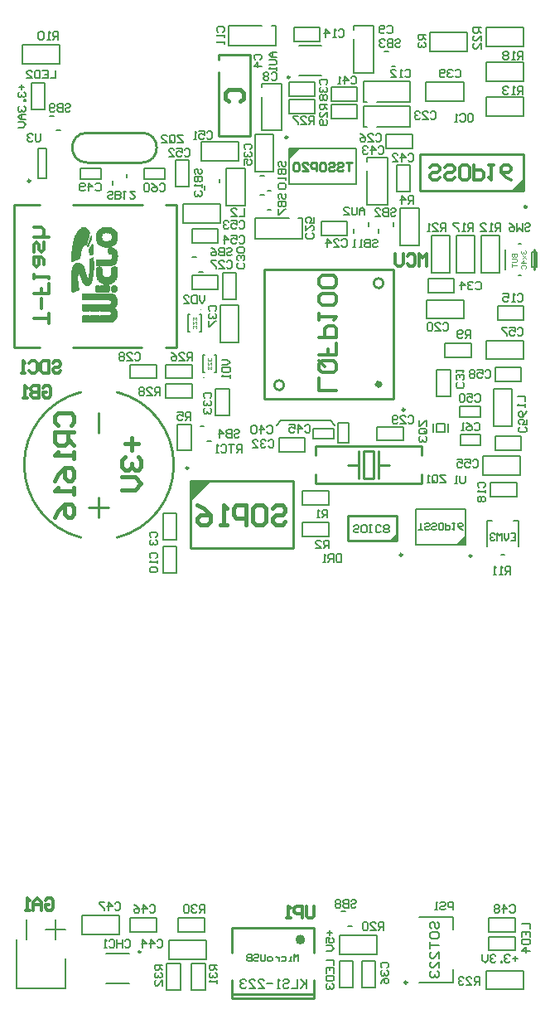
<source format=gbr>
%TF.GenerationSoftware,Altium Limited,Altium Designer,19.0.12 (326)*%
G04 Layer_Color=26472*
%FSLAX26Y26*%
%MOIN*%
%TF.FileFunction,Legend,Bot*%
%TF.Part,Single*%
G01*
G75*
%TA.AperFunction,NonConductor*%
%ADD66C,0.010000*%
%ADD67C,0.023622*%
%ADD68C,0.009842*%
%ADD69C,0.010079*%
%ADD70C,0.010236*%
%ADD71C,0.004331*%
%ADD72C,0.020000*%
%ADD73C,0.005984*%
%ADD74C,0.007992*%
%ADD75C,0.006000*%
%ADD76C,0.008000*%
%ADD77C,0.002300*%
%ADD78C,0.007874*%
%ADD79C,0.009000*%
%ADD80C,0.015748*%
%ADD81C,0.013780*%
%ADD82C,0.005906*%
%ADD83C,0.011811*%
%ADD84C,0.008661*%
%ADD85C,0.003937*%
G36*
X743307Y2083858D02*
Y2000000D01*
X827165Y2083858D01*
X743307D01*
D02*
G37*
G36*
X1850394Y1829134D02*
X1809055D01*
X1848425Y1868504D01*
X1850394D01*
Y1829134D01*
D02*
G37*
G36*
X1141142Y3422835D02*
X1182480D01*
X1143110Y3383465D01*
X1141142D01*
Y3422835D01*
D02*
G37*
G36*
X2081693Y3252165D02*
X2032480D01*
X2081693Y3301378D01*
Y3252165D01*
D02*
G37*
D66*
X909646Y5000D02*
X1240354D01*
Y79804D01*
Y20748D02*
X909646D01*
Y5000D02*
Y79804D01*
Y190040D02*
Y288464D01*
X1240354D01*
Y190040D01*
X1550000Y1843700D02*
X1573426Y1867126D01*
Y1877700D01*
Y1857700D02*
Y1857126D01*
X1560000Y1843700D01*
X1573426D02*
Y1943700D01*
X1376574D01*
Y1843700D01*
X1573426D01*
X1672638Y2075197D02*
Y2112596D01*
Y2075197D02*
X1247441D01*
Y2112596D01*
X1377362Y2150000D02*
X1420669D01*
Y2205118D01*
X1440354D02*
X1479724D01*
Y2094882D01*
X1440354D01*
Y2205118D01*
X1420669Y2150000D02*
Y2094882D01*
X1499409D02*
Y2150000D01*
Y2205118D01*
Y2150000D02*
X1542717D01*
X1672638Y2187404D02*
Y2224803D01*
X1247441D01*
Y2187404D01*
X1156692Y2083858D02*
X743308D01*
Y1816142D01*
X1156692D01*
Y2083858D01*
X1119685Y2470000D02*
G03*
X1119685Y2470000I-19685J0D01*
G01*
X1040158Y2415158D02*
X1559842D01*
Y2934842D01*
X1040158D01*
Y2415158D01*
X687992Y2620472D02*
Y3195276D01*
X644684D01*
X550196D02*
X270670D01*
X136810D02*
X34448D01*
Y2620472D01*
X136810D01*
X270670D02*
X546260D01*
X644684D02*
X687992D01*
X448013Y1857948D02*
G03*
X448013Y2442052I-73013J292052D01*
G01*
X301987D02*
G03*
X301987Y1857948I73013J-292052D01*
G01*
X415000Y1980000D02*
X335000D01*
X375000Y1940000D02*
Y2020000D01*
Y2280000D02*
Y2360000D01*
X982992Y3472756D02*
Y3799528D01*
X857008D01*
Y3779842D01*
Y3728662D02*
Y3472756D01*
X982992D01*
X1519685Y2880000D02*
G03*
X1519685Y2880000I-19685J0D01*
G01*
X1668308Y3252166D02*
Y3397834D01*
X2081692D01*
Y3252166D01*
X1668308D01*
D67*
X1503937Y2475000D02*
G03*
X1503937Y2475000I-3937J0D01*
G01*
D68*
X541535Y191929D02*
G03*
X541535Y191929I-3937J0D01*
G01*
X1614605Y68869D02*
G03*
X1614605Y68869I-4921J0D01*
G01*
X1874724Y1783858D02*
G03*
X1874724Y1783858I-4724J0D01*
G01*
X1594921Y1787701D02*
G03*
X1594921Y1787701I-4921J0D01*
G01*
X1604921Y2371850D02*
G03*
X1604921Y2371850I-4921J0D01*
G01*
X734724Y2137008D02*
G03*
X734724Y2137008I-4724J0D01*
G01*
X98425Y3291536D02*
G03*
X98425Y3291536I-4724J0D01*
G01*
X1134134Y3466142D02*
G03*
X1134134Y3466142I-4724J0D01*
G01*
X1141339Y3708071D02*
G03*
X1141339Y3708071I-3937J0D01*
G01*
D69*
X547364Y3365000D02*
X327364D01*
X327364Y3485000D02*
G03*
X327364Y3365000I0J-60000D01*
G01*
X547364D02*
G03*
X547364Y3485000I0J60000D01*
G01*
X547364D02*
X327364D01*
D70*
X2096457Y3187205D02*
G03*
X2096457Y3187205I-4921J0D01*
G01*
D71*
X798346Y2501575D02*
G03*
X798346Y2501575I-1968J0D01*
G01*
X785591Y2775118D02*
G03*
X785591Y2775118I-1968J0D01*
G01*
D72*
X1195079Y241220D02*
G03*
X1195079Y241220I-9842J0D01*
G01*
D73*
X1306110Y2327000D02*
X1323110Y2310000D01*
X1306110Y2327000D02*
X1107000D01*
X1090000Y2310000D01*
D74*
X307000Y263000D02*
Y337000D01*
X458000D01*
Y263000D01*
X307000D01*
X657000Y163000D02*
X808000D01*
Y237000D01*
X657000D01*
Y163000D01*
X1342000Y183000D02*
Y257000D01*
X1493000D01*
Y183000D01*
X1342000D01*
X1932000Y42804D02*
X2083000D01*
Y116804D01*
X1932000D01*
Y42804D01*
X1850394Y1829134D02*
Y1970866D01*
X1649606D01*
Y1829134D01*
X1850394D01*
X2070000Y2109850D02*
Y2183850D01*
X1919000D01*
Y2109850D01*
X2070000D01*
X2037000Y2303850D02*
Y2454850D01*
X1963000D01*
Y2303850D01*
X2037000D01*
X2083000Y2575796D02*
Y2649796D01*
X1932000D01*
Y2575796D01*
X2083000D01*
X1843000Y2812000D02*
Y2738000D01*
X1692000D01*
Y2812000D01*
X1843000D01*
X1887000Y2922000D02*
Y3073000D01*
X1813000D01*
Y2922000D01*
X1887000D01*
X1913000D02*
Y3073000D01*
X1987000D01*
Y2922000D01*
X1913000D01*
X1787000Y3073000D02*
Y2922000D01*
X1713000D01*
Y3073000D01*
X1787000D01*
X1662000Y3183000D02*
Y3032000D01*
X1588000D01*
Y3183000D01*
X1662000D01*
X1535432Y3196456D02*
Y3385434D01*
X1452756D01*
Y3369686D01*
Y3330316D02*
Y3196456D01*
X1468504D01*
X1535432D01*
X1627954Y3508662D02*
Y3524410D01*
Y3591338D01*
X1438978D01*
Y3508662D01*
X1454726D01*
X1494096D02*
X1627954D01*
X1691056Y3613000D02*
Y3687000D01*
X1842056D01*
Y3613000D01*
X1691056D01*
X1627954Y3691338D02*
Y3624410D01*
Y3608662D01*
X1494096D01*
X1627954Y3691338D02*
X1438976D01*
Y3608662D01*
X1454726D01*
X1481338Y3726456D02*
Y3915434D01*
X1398662D01*
Y3899686D01*
Y3860316D02*
Y3726456D01*
X1414410D01*
X1481338D01*
X1707000Y3813000D02*
X1858000D01*
Y3887000D01*
X1707000D01*
Y3813000D01*
X1932000Y3627000D02*
X2083000D01*
Y3553000D01*
X1932000D01*
Y3627000D01*
Y3693000D02*
X2083000D01*
Y3767000D01*
X1932000D01*
Y3693000D01*
Y3833000D02*
X2083000D01*
Y3907000D01*
X1932000D01*
Y3833000D01*
X1193544Y3141338D02*
Y3058662D01*
X1004566D01*
Y3125590D01*
Y3141338D01*
X1138426D01*
X1177796D02*
X1193544D01*
X1077000Y3327000D02*
Y3478000D01*
X1003000D01*
Y3327000D01*
X1077000D01*
X938000Y3447000D02*
X787000D01*
Y3373000D01*
X938000D01*
Y3447000D01*
X962000Y3343000D02*
Y3192000D01*
X888000D01*
Y3343000D01*
X962000D01*
X863000Y3197000D02*
X712000D01*
Y3123000D01*
X863000D01*
Y3197000D01*
X1111022Y3494566D02*
Y3683544D01*
X1028346D01*
Y3667796D01*
Y3628426D02*
Y3494566D01*
X1044094D01*
X1111022D01*
X1085434Y3833662D02*
Y3916338D01*
X1069684D01*
X1030314D02*
X896456D01*
Y3900590D01*
Y3833662D01*
X1085434D01*
X218000Y3837000D02*
Y3763000D01*
X67000D01*
Y3837000D01*
X218000D01*
X164566Y3421458D02*
Y3303346D01*
X129134D01*
Y3421458D01*
X164566D01*
X732440Y2755434D02*
X740256D01*
X732440D02*
Y2684568D01*
X740256D01*
X779744D02*
X787558D01*
Y2755434D01*
X779744D01*
X792440Y2592126D02*
X800256D01*
X792440D02*
Y2521260D01*
X800256D01*
X839744D02*
X847560D01*
Y2592126D01*
X839744D01*
X863000Y2642000D02*
X937000D01*
Y2793000D01*
X863000D01*
Y2642000D01*
D75*
X500000Y272000D02*
X606000D01*
Y328000D01*
X500000D01*
Y272000D01*
X647000Y144844D02*
X703000D01*
Y38844D01*
X647000D01*
Y144844D01*
X747000Y38844D02*
X803000D01*
Y144844D01*
X747000D01*
Y38844D01*
X800000Y272000D02*
Y328000D01*
X694000D01*
Y272000D01*
X800000D01*
X1342000Y49000D02*
Y155000D01*
X1398000D01*
Y49000D01*
X1342000D01*
X1432000D02*
X1488000D01*
Y155000D01*
X1432000D01*
Y49000D01*
X1393308Y296378D02*
X1377560D01*
X1365748Y355434D02*
X1350000D01*
X1944000Y272000D02*
X2050000D01*
Y328000D01*
X1944000D01*
Y272000D01*
Y253000D02*
X2050000D01*
Y197000D01*
X1944000D01*
Y253000D01*
X688000Y1715000D02*
Y1821000D01*
X632000D01*
Y1715000D01*
X688000D01*
Y1849000D02*
Y1955000D01*
X632000D01*
Y1849000D01*
X688000D01*
X1099000Y2202000D02*
Y2258000D01*
X1205000D01*
Y2202000D01*
X1099000D01*
X1238000Y2254000D02*
X1319000D01*
Y2296000D01*
X1238000D01*
Y2254000D01*
X1338056Y2239000D02*
Y2320000D01*
X1380056D01*
Y2239000D01*
X1338056D01*
X1194000Y2044142D02*
X1300000D01*
Y1988142D01*
X1194000D01*
Y2044142D01*
Y1918000D02*
X1300000D01*
Y1862000D01*
X1194000D01*
Y1918000D01*
X1494000Y2247000D02*
X1600000D01*
Y2303000D01*
X1494000D01*
Y2247000D01*
X1734559Y2424922D02*
X1790559D01*
Y2530922D01*
X1734559D01*
Y2424922D01*
X1828000Y2342000D02*
X1909000D01*
Y2384000D01*
X1828000D01*
Y2342000D01*
X1829426Y2271000D02*
X1910426D01*
Y2229000D01*
X1829426D01*
Y2271000D01*
X1969000Y2264418D02*
X2075000D01*
Y2208418D01*
X1969000D01*
Y2264418D01*
X1950000Y2078000D02*
X2056000D01*
Y2022000D01*
X1950000D01*
Y2078000D01*
X2075000Y2486370D02*
Y2542370D01*
X1969000D01*
Y2486370D01*
X2075000D01*
X2085000Y2732000D02*
Y2788000D01*
X1979000D01*
Y2732000D01*
X2085000D01*
X2072442Y2912204D02*
X2064568D01*
Y3038188D02*
X2072442D01*
X1805000Y2898000D02*
Y2842000D01*
X1699000D01*
Y2898000D01*
X1805000D01*
X1766000Y2638000D02*
X1872000D01*
Y2582000D01*
X1766000D01*
Y2638000D01*
X1375000Y3072000D02*
Y3128000D01*
X1269000D01*
Y3072000D01*
X1375000D01*
X1401376Y3081692D02*
Y3097440D01*
X1460432Y3109252D02*
Y3125000D01*
X1501376Y3097440D02*
Y3081692D01*
X1560432Y3109252D02*
Y3125000D01*
X1628000Y3249000D02*
Y3355000D01*
X1572000D01*
Y3249000D01*
X1628000D01*
X1637204Y3422000D02*
Y3478000D01*
X1531204D01*
Y3422000D01*
X1637204D01*
X1415000Y3598000D02*
X1309000D01*
Y3542000D01*
X1415000D01*
Y3598000D01*
Y3612316D02*
Y3668316D01*
X1309000D01*
Y3612316D01*
X1415000D01*
X1552560Y3751378D02*
X1568308D01*
X1540748Y3810434D02*
X1525000D01*
X1265000Y3908000D02*
X1159000D01*
Y3852000D01*
X1265000D01*
Y3908000D01*
X1139000Y3688000D02*
X1245000D01*
Y3632000D01*
X1139000D01*
Y3688000D01*
Y3618000D02*
X1245000D01*
Y3562000D01*
X1139000D01*
Y3618000D01*
X1040748Y3310434D02*
X1025000D01*
Y3235432D02*
X1040748D01*
X1052560Y3251378D02*
X1068308D01*
Y3176376D02*
X1052560D01*
X928000Y2921158D02*
X872000D01*
Y2815158D01*
X928000D01*
Y2921158D01*
X855000Y3042000D02*
Y3098000D01*
X749000D01*
Y3042000D01*
X855000D01*
Y2912056D02*
Y2856056D01*
X749000D01*
Y2912056D01*
X855000D01*
X793308Y2926456D02*
X777560D01*
X765748Y2985512D02*
X750000D01*
X801378Y3256692D02*
Y3272442D01*
X860434Y3284252D02*
Y3300000D01*
X738000Y3375000D02*
X682000D01*
Y3269000D01*
X738000D01*
Y3375000D01*
X639000Y3341000D02*
X558000D01*
Y3299000D01*
X639000D01*
Y3341000D01*
X487484Y3320000D02*
Y3304252D01*
X428428Y3292440D02*
Y3276692D01*
X382000Y3299000D02*
Y3341000D01*
X301000D01*
Y3299000D01*
X382000D01*
X220000Y3494568D02*
X204252D01*
X192440Y3553624D02*
X176692D01*
X158000Y3579000D02*
Y3685000D01*
X102000D01*
Y3579000D01*
X158000D01*
X500000Y2553000D02*
X606000D01*
Y2497000D01*
X500000D01*
Y2553000D01*
X644000Y2474850D02*
X750000D01*
Y2418850D01*
X644000D01*
Y2474850D01*
X691000Y2313426D02*
X747000D01*
Y2207426D01*
X691000D01*
Y2313426D01*
X809960Y2244804D02*
X825708D01*
X900402Y2350000D02*
Y2456000D01*
X844402D01*
Y2350000D01*
X900402D01*
X798150Y2303858D02*
X782402D01*
X750000Y2497000D02*
Y2553000D01*
X644000D01*
Y2497000D01*
X750000D01*
D76*
X42520Y46260D02*
Y164370D01*
Y203740D01*
Y243110D01*
X81890D02*
Y321850D01*
X160630Y282480D02*
X239370D01*
X200000Y321850D02*
Y243110D01*
X239370Y164370D02*
Y46260D01*
Y164370D01*
Y46260D02*
X42520D01*
X404724Y63976D02*
X495276D01*
Y186022D02*
X404724D01*
X1663818Y68868D02*
X1785866D01*
X1799842D01*
Y120758D01*
Y280758D02*
Y332648D01*
X1785866D01*
X1663818D01*
X1992126Y1787204D02*
X2007874D01*
X2062992Y1822638D02*
Y1925000D01*
X2043308D01*
X1956692D02*
X1937008D01*
Y1822638D01*
X1781496Y2281496D02*
Y2316930D01*
X1765748D02*
Y2281496D01*
X1734252D01*
Y2316930D01*
X1765748D01*
X1718504D02*
Y2281496D01*
X2115748Y2943700D02*
Y3006692D01*
X2127560D01*
X2135434D01*
Y2943700D01*
X2127560D01*
X2115748D01*
X2009448Y3014566D02*
Y2935826D01*
X1270276Y3713976D02*
X1179724D01*
X1270276Y3836024D02*
X1179724D01*
D77*
X382000Y2724920D02*
Y2725920D01*
X383000D02*
Y2726920D01*
X384000D02*
Y2727920D01*
X385000D02*
Y2728920D01*
X386000D02*
Y2729920D01*
X387000D02*
Y2730920D01*
X388000D02*
Y2731920D01*
Y2732920D02*
Y2733920D01*
X389000D02*
Y2734920D01*
X390000D02*
Y2735920D01*
X391000D02*
Y2736920D01*
X392000D02*
Y2737920D01*
Y2738920D02*
Y2739920D01*
X393000D02*
Y2740920D01*
X394000D02*
Y2741920D01*
X395000D02*
Y2742920D01*
X396000D02*
Y2743920D01*
Y2744920D02*
Y2745920D01*
X397000D02*
Y2746920D01*
X398000D02*
Y2747920D01*
X399000D02*
Y2748920D01*
X400000D02*
Y2749920D01*
X399000D02*
Y2750920D01*
X398000D02*
Y2751920D01*
Y2749920D02*
Y2748920D01*
X397000Y2749920D02*
Y2750920D01*
X396000Y2749920D02*
Y2748920D01*
Y2747920D02*
Y2746920D01*
X395000D02*
Y2745920D01*
Y2744920D02*
Y2743920D01*
X394000D02*
Y2742920D01*
Y2744920D02*
Y2745920D01*
Y2746920D02*
Y2747920D01*
X395000D02*
Y2748920D01*
Y2749920D02*
Y2750920D01*
X394000Y2749920D02*
Y2748920D01*
X393000D02*
Y2747920D01*
X392000D02*
Y2746920D01*
Y2745920D02*
Y2744920D01*
X393000D02*
Y2743920D01*
X392000D02*
Y2742920D01*
Y2741920D02*
Y2740920D01*
X391000D02*
Y2739920D01*
Y2738920D02*
Y2737920D01*
X390000D02*
Y2736920D01*
Y2738920D02*
Y2739920D01*
Y2740920D02*
Y2741920D01*
X391000D02*
Y2742920D01*
Y2743920D02*
Y2744920D01*
Y2745920D02*
Y2746920D01*
Y2747920D02*
Y2748920D01*
X392000D02*
Y2749920D01*
X391000D02*
Y2750920D01*
X390000D02*
Y2751920D01*
Y2749920D02*
Y2748920D01*
Y2747920D02*
Y2746920D01*
Y2745920D02*
Y2744920D01*
Y2743920D02*
Y2742920D01*
X389000D02*
Y2741920D01*
X388000D02*
Y2740920D01*
Y2739920D02*
Y2738920D01*
X389000D02*
Y2737920D01*
X388000D02*
Y2736920D01*
Y2735920D02*
Y2734920D01*
X387000D02*
Y2733920D01*
Y2732920D02*
Y2731920D01*
X386000D02*
Y2730920D01*
Y2732920D02*
Y2733920D01*
Y2734920D02*
Y2735920D01*
X387000D02*
Y2736920D01*
Y2737920D02*
Y2738920D01*
Y2739920D02*
Y2740920D01*
Y2741920D02*
Y2742920D01*
X388000D02*
Y2743920D01*
Y2744920D02*
Y2745920D01*
X389000D02*
Y2746920D01*
X388000D02*
Y2747920D01*
Y2748920D02*
Y2749920D01*
X389000D02*
Y2750920D01*
X387000D02*
Y2749920D01*
Y2748920D02*
Y2747920D01*
Y2746920D02*
Y2745920D01*
Y2744920D02*
Y2743920D01*
X386000D02*
Y2742920D01*
Y2741920D02*
Y2740920D01*
Y2739920D02*
Y2738920D01*
Y2737920D02*
Y2736920D01*
X385000D02*
Y2735920D01*
X384000D02*
Y2734920D01*
Y2733920D02*
Y2732920D01*
X385000D02*
Y2731920D01*
X384000D02*
Y2730920D01*
Y2729920D02*
Y2728920D01*
X383000D02*
Y2727920D01*
X382000D02*
Y2726920D01*
X381000D02*
Y2725920D01*
X384000D02*
Y2724920D01*
X386000D02*
Y2725920D01*
X387000D02*
Y2726920D01*
X388000D02*
Y2727920D01*
Y2728920D02*
Y2729920D01*
X389000D02*
Y2730920D01*
X390000D02*
Y2731920D01*
X391000D02*
Y2732920D01*
X392000D02*
Y2733920D01*
Y2734920D02*
Y2735920D01*
X393000D02*
Y2736920D01*
X394000D02*
Y2737920D01*
X395000D02*
Y2738920D01*
X396000D02*
Y2739920D01*
Y2740920D02*
Y2741920D01*
X397000D02*
Y2742920D01*
X398000D02*
Y2743920D01*
X399000D02*
Y2744920D01*
X400000D02*
Y2745920D01*
Y2746920D02*
Y2747920D01*
X401000D02*
Y2748920D01*
X402000D02*
Y2749920D01*
X403000D02*
Y2750920D01*
X405000D02*
Y2749920D01*
X406000D02*
Y2748920D01*
X407000D02*
Y2747920D01*
X408000D02*
Y2746920D01*
Y2745920D02*
Y2744920D01*
X409000D02*
Y2743920D01*
X410000D02*
Y2742920D01*
X411000D02*
Y2741920D01*
X412000D02*
Y2740920D01*
Y2739920D02*
Y2738920D01*
X413000D02*
Y2737920D01*
X414000D02*
Y2736920D01*
X415000D02*
Y2735920D01*
X416000D02*
Y2734920D01*
Y2733920D02*
Y2732920D01*
X417000D02*
Y2731920D01*
X418000D02*
Y2730920D01*
X419000D02*
Y2729920D01*
X420000D02*
Y2728920D01*
Y2727920D02*
Y2726920D01*
X421000D02*
Y2725920D01*
X422000D02*
Y2724920D01*
X424000D02*
Y2725920D01*
Y2726920D02*
Y2727920D01*
X425000D02*
Y2728920D01*
X426000D02*
Y2729920D01*
X427000D02*
Y2730920D01*
X428000D02*
Y2731920D01*
Y2732920D02*
Y2733920D01*
X429000D02*
Y2734920D01*
X430000D02*
Y2735920D01*
X431000D02*
Y2736920D01*
X432000D02*
Y2737920D01*
Y2738920D02*
Y2739920D01*
X433000D02*
Y2740920D01*
X434000D02*
Y2741920D01*
X435000D02*
Y2742920D01*
X436000D02*
Y2743920D01*
Y2744920D02*
Y2745920D01*
X437000D02*
Y2746920D01*
X438000D02*
Y2747920D01*
X439000D02*
Y2748920D01*
X440000D02*
Y2749920D01*
Y2750920D02*
Y2751920D01*
X441000D02*
Y2752920D01*
X442000D02*
Y2753920D01*
X443000D02*
Y2754920D01*
X444000D02*
Y2755920D01*
Y2756920D02*
Y2757920D01*
X445000D02*
Y2758920D01*
X446000D02*
Y2759920D01*
X447000D02*
Y2760920D01*
Y2761920D02*
Y2762920D01*
X446000D02*
Y2763920D01*
Y2764920D02*
Y2765920D01*
Y2766920D02*
Y2767920D01*
X445000Y2766920D02*
Y2765920D01*
X444000D02*
Y2764920D01*
Y2763920D02*
Y2762920D01*
X445000D02*
Y2761920D01*
X446000D02*
Y2760920D01*
X444000D02*
Y2761920D01*
X443000D02*
Y2762920D01*
Y2763920D02*
Y2764920D01*
Y2765920D02*
Y2766920D01*
X444000D02*
Y2767920D01*
Y2768920D02*
Y2769920D01*
Y2770920D02*
Y2771920D01*
X443000D02*
Y2772920D01*
X442000D02*
Y2773920D01*
Y2774920D02*
Y2775920D01*
X441000D02*
Y2776920D01*
X440000D02*
Y2777920D01*
X439000D02*
Y2778920D01*
X438000D02*
Y2779920D01*
Y2777920D02*
Y2776920D01*
X439000D02*
Y2775920D01*
X440000D02*
Y2774920D01*
Y2773920D02*
Y2772920D01*
X441000D02*
Y2771920D01*
X442000D02*
Y2770920D01*
X443000D02*
Y2769920D01*
Y2768920D02*
Y2767920D01*
X442000D02*
Y2766920D01*
Y2765920D02*
Y2764920D01*
Y2763920D02*
Y2762920D01*
Y2761920D02*
Y2760920D01*
X443000D02*
Y2759920D01*
X444000D02*
Y2758920D01*
X443000D02*
Y2757920D01*
Y2756920D02*
Y2755920D01*
X442000D02*
Y2754920D01*
Y2756920D02*
Y2757920D01*
Y2758920D02*
Y2759920D01*
X441000D02*
Y2760920D01*
X440000D02*
Y2761920D01*
Y2762920D02*
Y2763920D01*
X441000D02*
Y2764920D01*
X440000D02*
Y2765920D01*
Y2766920D02*
Y2767920D01*
X441000D02*
Y2768920D01*
X442000D02*
Y2769920D01*
X440000D02*
Y2768920D01*
X439000D02*
Y2767920D01*
Y2766920D02*
Y2765920D01*
Y2764920D02*
Y2763920D01*
Y2762920D02*
Y2761920D01*
Y2760920D02*
Y2759920D01*
X440000D02*
Y2758920D01*
Y2757920D02*
Y2756920D01*
X441000D02*
Y2755920D01*
X440000D02*
Y2754920D01*
Y2753920D02*
Y2752920D01*
X439000D02*
Y2751920D01*
Y2750920D02*
Y2749920D01*
X438000D02*
Y2748920D01*
Y2750920D02*
Y2751920D01*
Y2752920D02*
Y2753920D01*
X439000D02*
Y2754920D01*
Y2755920D02*
Y2756920D01*
Y2757920D02*
Y2758920D01*
X438000D02*
Y2759920D01*
Y2760920D02*
Y2761920D01*
Y2762920D02*
Y2763920D01*
Y2764920D02*
Y2765920D01*
Y2766920D02*
Y2767920D01*
Y2768920D02*
Y2769920D01*
X439000D02*
Y2770920D01*
X440000D02*
Y2771920D01*
X439000D02*
Y2772920D01*
Y2773920D02*
Y2774920D01*
X438000D02*
Y2775920D01*
Y2773920D02*
Y2772920D01*
Y2771920D02*
Y2770920D01*
X437000D02*
Y2769920D01*
X436000D02*
Y2768920D01*
Y2767920D02*
Y2766920D01*
X437000D02*
Y2765920D01*
X436000D02*
Y2764920D01*
Y2763920D02*
Y2762920D01*
X437000D02*
Y2761920D01*
X436000D02*
Y2760920D01*
Y2759920D02*
Y2758920D01*
X437000D02*
Y2757920D01*
X438000D02*
Y2756920D01*
Y2755920D02*
Y2754920D01*
X437000D02*
Y2753920D01*
X436000D02*
Y2752920D01*
Y2751920D02*
Y2750920D01*
X437000D02*
Y2749920D01*
X436000D02*
Y2748920D01*
Y2747920D02*
Y2746920D01*
X435000D02*
Y2745920D01*
Y2744920D02*
Y2743920D01*
X434000D02*
Y2742920D01*
Y2744920D02*
Y2745920D01*
Y2746920D02*
Y2747920D01*
X435000D02*
Y2748920D01*
Y2749920D02*
Y2750920D01*
Y2751920D02*
Y2752920D01*
Y2753920D02*
Y2754920D01*
X436000D02*
Y2755920D01*
Y2756920D02*
Y2757920D01*
X435000D02*
Y2758920D01*
Y2759920D02*
Y2760920D01*
Y2761920D02*
Y2762920D01*
Y2763920D02*
Y2764920D01*
Y2765920D02*
Y2766920D01*
Y2767920D02*
Y2768920D01*
Y2769920D02*
Y2770920D01*
X436000D02*
Y2771920D01*
Y2772920D02*
Y2773920D01*
X437000D02*
Y2774920D01*
X436000D02*
Y2775920D01*
Y2776920D02*
Y2777920D01*
X437000D02*
Y2778920D01*
X436000D02*
Y2779920D01*
X435000D02*
Y2780920D01*
X436000D02*
Y2781920D01*
X437000D02*
Y2782920D01*
X438000D02*
Y2783920D01*
Y2784920D02*
Y2785920D01*
X439000D02*
Y2786920D01*
X440000D02*
Y2787920D01*
X441000D02*
Y2788920D01*
X442000D02*
Y2789920D01*
Y2790920D02*
Y2791920D01*
X443000D02*
Y2792920D01*
X444000D02*
Y2793920D01*
Y2794920D02*
Y2795920D01*
Y2796920D02*
Y2797920D01*
X445000D02*
Y2798920D01*
X446000D02*
Y2799920D01*
Y2800920D02*
Y2801920D01*
X447000D02*
Y2802920D01*
Y2803920D02*
Y2804920D01*
Y2805920D02*
Y2806920D01*
Y2807920D02*
Y2808920D01*
Y2809920D02*
Y2810920D01*
X446000D02*
Y2811920D01*
Y2812920D02*
Y2813920D01*
Y2814920D02*
Y2815920D01*
Y2816920D02*
Y2817920D01*
X445000D02*
Y2818920D01*
X444000D02*
Y2819920D01*
Y2820920D02*
Y2821920D01*
Y2822920D02*
Y2823920D01*
X443000D02*
Y2824920D01*
X442000D02*
Y2825920D01*
Y2823920D02*
Y2822920D01*
X443000D02*
Y2821920D01*
Y2820920D02*
Y2819920D01*
Y2818920D02*
Y2817920D01*
X444000D02*
Y2816920D01*
Y2815920D02*
Y2814920D01*
X445000D02*
Y2813920D01*
X444000D02*
Y2812920D01*
Y2811920D02*
Y2810920D01*
X445000D02*
Y2809920D01*
X446000D02*
Y2808920D01*
Y2807920D02*
Y2806920D01*
Y2805920D02*
Y2804920D01*
Y2803920D02*
Y2802920D01*
X445000D02*
Y2801920D01*
X444000D02*
Y2800920D01*
Y2799920D02*
Y2798920D01*
X443000D02*
Y2797920D01*
Y2796920D02*
Y2795920D01*
Y2794920D02*
Y2793920D01*
X442000D02*
Y2792920D01*
X441000D02*
Y2791920D01*
X440000D02*
Y2790920D01*
Y2789920D02*
Y2788920D01*
X439000D02*
Y2787920D01*
X438000D02*
Y2786920D01*
X437000D02*
Y2785920D01*
X436000D02*
Y2784920D01*
Y2783920D02*
Y2782920D01*
X435000D02*
Y2781920D01*
X434000D02*
Y2780920D01*
X433000D02*
Y2779920D01*
X434000D02*
Y2778920D01*
X435000D02*
Y2777920D01*
Y2776920D02*
Y2775920D01*
Y2774920D02*
Y2773920D01*
Y2772920D02*
Y2771920D01*
X434000D02*
Y2770920D01*
Y2769920D02*
Y2768920D01*
Y2767920D02*
Y2766920D01*
Y2765920D02*
Y2764920D01*
Y2763920D02*
Y2762920D01*
Y2761920D02*
Y2760920D01*
Y2759920D02*
Y2758920D01*
Y2757920D02*
Y2756920D01*
X435000D02*
Y2755920D01*
X434000D02*
Y2754920D01*
Y2753920D02*
Y2752920D01*
Y2751920D02*
Y2750920D01*
Y2749920D02*
Y2748920D01*
X433000D02*
Y2747920D01*
X432000D02*
Y2746920D01*
Y2745920D02*
Y2744920D01*
X433000D02*
Y2743920D01*
X432000D02*
Y2742920D01*
Y2741920D02*
Y2740920D01*
X431000D02*
Y2739920D01*
Y2738920D02*
Y2737920D01*
X430000D02*
Y2736920D01*
Y2738920D02*
Y2739920D01*
Y2740920D02*
Y2741920D01*
X431000D02*
Y2742920D01*
Y2743920D02*
Y2744920D01*
Y2745920D02*
Y2746920D01*
Y2747920D02*
Y2748920D01*
X432000D02*
Y2749920D01*
Y2750920D02*
Y2751920D01*
X433000D02*
Y2752920D01*
X432000D02*
Y2753920D01*
Y2754920D02*
Y2755920D01*
X433000D02*
Y2756920D01*
X432000D02*
Y2757920D01*
Y2758920D02*
Y2759920D01*
X433000D02*
Y2760920D01*
X432000D02*
Y2761920D01*
Y2762920D02*
Y2763920D01*
X433000D02*
Y2764920D01*
X432000D02*
Y2765920D01*
Y2766920D02*
Y2767920D01*
X433000D02*
Y2768920D01*
X432000D02*
Y2769920D01*
Y2770920D02*
Y2771920D01*
X433000D02*
Y2772920D01*
X434000D02*
Y2773920D01*
Y2774920D02*
Y2775920D01*
Y2776920D02*
Y2777920D01*
X433000Y2776920D02*
Y2775920D01*
X432000D02*
Y2774920D01*
Y2773920D02*
Y2772920D01*
X431000D02*
Y2771920D01*
Y2770920D02*
Y2769920D01*
Y2768920D02*
Y2767920D01*
Y2766920D02*
Y2765920D01*
Y2764920D02*
Y2763920D01*
Y2762920D02*
Y2761920D01*
Y2760920D02*
Y2759920D01*
Y2758920D02*
Y2757920D01*
Y2756920D02*
Y2755920D01*
Y2754920D02*
Y2753920D01*
Y2752920D02*
Y2751920D01*
Y2750920D02*
Y2749920D01*
X430000D02*
Y2748920D01*
Y2747920D02*
Y2746920D01*
Y2745920D02*
Y2744920D01*
Y2743920D02*
Y2742920D01*
X429000D02*
Y2741920D01*
X428000D02*
Y2740920D01*
Y2739920D02*
Y2738920D01*
X429000D02*
Y2737920D01*
X428000D02*
Y2736920D01*
Y2735920D02*
Y2734920D01*
X427000D02*
Y2733920D01*
Y2732920D02*
Y2731920D01*
X426000D02*
Y2730920D01*
Y2732920D02*
Y2733920D01*
Y2734920D02*
Y2735920D01*
X427000D02*
Y2736920D01*
Y2737920D02*
Y2738920D01*
Y2739920D02*
Y2740920D01*
Y2741920D02*
Y2742920D01*
X428000D02*
Y2743920D01*
Y2744920D02*
Y2745920D01*
X429000D02*
Y2746920D01*
X428000D02*
Y2747920D01*
Y2748920D02*
Y2749920D01*
X429000D02*
Y2750920D01*
X430000D02*
Y2751920D01*
Y2752920D02*
Y2753920D01*
Y2754920D02*
Y2755920D01*
Y2756920D02*
Y2757920D01*
Y2758920D02*
Y2759920D01*
Y2760920D02*
Y2761920D01*
Y2762920D02*
Y2763920D01*
Y2764920D02*
Y2765920D01*
Y2766920D02*
Y2767920D01*
Y2768920D02*
Y2769920D01*
Y2770920D02*
Y2771920D01*
Y2772920D02*
Y2773920D01*
X431000D02*
Y2774920D01*
Y2775920D02*
Y2776920D01*
X432000D02*
Y2777920D01*
Y2778920D02*
Y2779920D01*
X431000D02*
Y2780920D01*
X432000D02*
Y2781920D01*
Y2782920D02*
Y2783920D01*
X433000D02*
Y2784920D01*
X434000D02*
Y2785920D01*
X435000D02*
Y2786920D01*
X436000D02*
Y2787920D01*
Y2788920D02*
Y2789920D01*
X437000D02*
Y2790920D01*
X438000D02*
Y2791920D01*
X439000D02*
Y2792920D01*
X440000D02*
Y2793920D01*
Y2794920D02*
Y2795920D01*
X441000D02*
Y2796920D01*
X442000D02*
Y2797920D01*
Y2798920D02*
Y2799920D01*
X443000D02*
Y2800920D01*
Y2801920D02*
Y2802920D01*
X444000D02*
Y2803920D01*
Y2804920D02*
Y2805920D01*
X445000D02*
Y2806920D01*
X444000D02*
Y2807920D01*
Y2808920D02*
Y2809920D01*
X443000D02*
Y2810920D01*
Y2811920D02*
Y2812920D01*
Y2813920D02*
Y2814920D01*
Y2815920D02*
Y2816920D01*
X442000D02*
Y2817920D01*
Y2818920D02*
Y2819920D01*
Y2820920D02*
Y2821920D01*
X441000Y2820920D02*
Y2819920D01*
X440000D02*
Y2818920D01*
Y2817920D02*
Y2816920D01*
X441000D02*
Y2815920D01*
X442000D02*
Y2814920D01*
Y2813920D02*
Y2812920D01*
Y2811920D02*
Y2810920D01*
Y2809920D02*
Y2808920D01*
X443000D02*
Y2807920D01*
Y2806920D02*
Y2805920D01*
Y2804920D02*
Y2803920D01*
X442000D02*
Y2802920D01*
Y2801920D02*
Y2800920D01*
X441000D02*
Y2799920D01*
X440000D02*
Y2798920D01*
Y2797920D02*
Y2796920D01*
X439000D02*
Y2795920D01*
Y2794920D02*
Y2793920D01*
X438000D02*
Y2792920D01*
Y2794920D02*
Y2795920D01*
Y2796920D02*
Y2797920D01*
X439000D02*
Y2798920D01*
Y2799920D02*
Y2800920D01*
X440000D02*
Y2801920D01*
Y2802920D02*
Y2803920D01*
X441000D02*
Y2804920D01*
X442000D02*
Y2805920D01*
Y2806920D02*
Y2807920D01*
X441000D02*
Y2808920D01*
X440000D02*
Y2809920D01*
Y2810920D02*
Y2811920D01*
X441000D02*
Y2812920D01*
X440000D02*
Y2813920D01*
Y2814920D02*
Y2815920D01*
X439000D02*
Y2816920D01*
Y2817920D02*
Y2818920D01*
Y2819920D02*
Y2820920D01*
X440000D02*
Y2821920D01*
Y2822920D02*
Y2823920D01*
X441000D02*
Y2824920D01*
X440000D02*
Y2825920D01*
Y2826920D02*
Y2827920D01*
Y2828920D02*
Y2829920D01*
X439000D02*
Y2830920D01*
X438000D02*
Y2831920D01*
Y2829920D02*
Y2828920D01*
X439000D02*
Y2827920D01*
Y2826920D02*
Y2825920D01*
Y2824920D02*
Y2823920D01*
Y2822920D02*
Y2821920D01*
X438000D02*
Y2820920D01*
Y2819920D02*
Y2818920D01*
Y2817920D02*
Y2816920D01*
Y2815920D02*
Y2814920D01*
X439000D02*
Y2813920D01*
Y2812920D02*
Y2811920D01*
Y2810920D02*
Y2809920D01*
Y2808920D02*
Y2807920D01*
X440000D02*
Y2806920D01*
Y2805920D02*
Y2804920D01*
X439000D02*
Y2803920D01*
Y2802920D02*
Y2801920D01*
X438000D02*
Y2800920D01*
Y2799920D02*
Y2798920D01*
X437000D02*
Y2797920D01*
X436000D02*
Y2796920D01*
Y2795920D02*
Y2794920D01*
X437000D02*
Y2793920D01*
X436000D02*
Y2792920D01*
Y2791920D02*
Y2790920D01*
X435000D02*
Y2789920D01*
Y2788920D02*
Y2787920D01*
X434000D02*
Y2786920D01*
Y2788920D02*
Y2789920D01*
Y2790920D02*
Y2791920D01*
X435000D02*
Y2792920D01*
Y2793920D02*
Y2794920D01*
Y2795920D02*
Y2796920D01*
Y2797920D02*
Y2798920D01*
X436000D02*
Y2799920D01*
Y2800920D02*
Y2801920D01*
X437000D02*
Y2802920D01*
X438000D02*
Y2803920D01*
Y2804920D02*
Y2805920D01*
X439000D02*
Y2806920D01*
X438000D02*
Y2807920D01*
Y2808920D02*
Y2809920D01*
Y2810920D02*
Y2811920D01*
Y2812920D02*
Y2813920D01*
X437000D02*
Y2814920D01*
X436000D02*
Y2815920D01*
Y2816920D02*
Y2817920D01*
X437000D02*
Y2818920D01*
X436000D02*
Y2819920D01*
Y2820920D02*
Y2821920D01*
X437000D02*
Y2822920D01*
X438000D02*
Y2823920D01*
Y2824920D02*
Y2825920D01*
Y2826920D02*
Y2827920D01*
X437000Y2826920D02*
Y2825920D01*
X436000D02*
Y2824920D01*
Y2823920D02*
Y2822920D01*
X435000D02*
Y2821920D01*
Y2820920D02*
Y2819920D01*
Y2818920D02*
Y2817920D01*
Y2816920D02*
Y2815920D01*
Y2814920D02*
Y2813920D01*
X436000D02*
Y2812920D01*
Y2811920D02*
Y2810920D01*
X437000D02*
Y2809920D01*
X436000D02*
Y2808920D01*
Y2807920D02*
Y2806920D01*
X437000D02*
Y2805920D01*
X436000D02*
Y2804920D01*
Y2803920D02*
Y2802920D01*
X435000D02*
Y2801920D01*
Y2800920D02*
Y2799920D01*
X434000D02*
Y2798920D01*
Y2797920D02*
Y2796920D01*
Y2795920D02*
Y2794920D01*
Y2793920D02*
Y2792920D01*
X433000D02*
Y2791920D01*
X432000D02*
Y2790920D01*
Y2789920D02*
Y2788920D01*
X433000D02*
Y2787920D01*
X432000D02*
Y2786920D01*
Y2785920D02*
Y2784920D01*
X431000D02*
Y2783920D01*
Y2782920D02*
Y2781920D01*
X430000D02*
Y2780920D01*
Y2782920D02*
Y2783920D01*
Y2784920D02*
Y2785920D01*
X431000D02*
Y2786920D01*
Y2787920D02*
Y2788920D01*
Y2789920D02*
Y2790920D01*
Y2791920D02*
Y2792920D01*
X432000D02*
Y2793920D01*
Y2794920D02*
Y2795920D01*
X433000D02*
Y2796920D01*
X432000D02*
Y2797920D01*
Y2798920D02*
Y2799920D01*
X433000D02*
Y2800920D01*
X434000D02*
Y2801920D01*
Y2802920D02*
Y2803920D01*
X435000D02*
Y2804920D01*
Y2805920D02*
Y2806920D01*
Y2807920D02*
Y2808920D01*
Y2809920D02*
Y2810920D01*
Y2811920D02*
Y2812920D01*
X434000D02*
Y2813920D01*
Y2814920D02*
Y2815920D01*
Y2816920D02*
Y2817920D01*
Y2818920D02*
Y2819920D01*
Y2820920D02*
Y2821920D01*
Y2822920D02*
Y2823920D01*
X435000D02*
Y2824920D01*
Y2825920D02*
Y2826920D01*
X436000D02*
Y2827920D01*
Y2828920D02*
Y2829920D01*
X437000D02*
Y2830920D01*
X436000D02*
Y2831920D01*
Y2832920D02*
Y2833920D01*
Y2834920D02*
Y2835920D01*
X435000Y2834920D02*
Y2833920D01*
Y2832920D02*
Y2831920D01*
Y2830920D02*
Y2829920D01*
Y2828920D02*
Y2827920D01*
X434000D02*
Y2826920D01*
Y2825920D02*
Y2824920D01*
X433000D02*
Y2823920D01*
X432000D02*
Y2822920D01*
Y2821920D02*
Y2820920D01*
X433000D02*
Y2819920D01*
X432000D02*
Y2818920D01*
Y2817920D02*
Y2816920D01*
X433000D02*
Y2815920D01*
X432000D02*
Y2814920D01*
Y2813920D02*
Y2812920D01*
X433000D02*
Y2811920D01*
X434000D02*
Y2810920D01*
Y2809920D02*
Y2808920D01*
Y2807920D02*
Y2806920D01*
Y2805920D02*
Y2804920D01*
X433000D02*
Y2803920D01*
X432000D02*
Y2802920D01*
Y2801920D02*
Y2800920D01*
X431000D02*
Y2799920D01*
Y2798920D02*
Y2797920D01*
Y2796920D02*
Y2795920D01*
Y2794920D02*
Y2793920D01*
X430000D02*
Y2792920D01*
Y2791920D02*
Y2790920D01*
Y2789920D02*
Y2788920D01*
Y2787920D02*
Y2786920D01*
X429000D02*
Y2785920D01*
X428000D02*
Y2784920D01*
Y2783920D02*
Y2782920D01*
X429000D02*
Y2781920D01*
X428000D02*
Y2780920D01*
X427000D02*
Y2779920D01*
X428000D02*
Y2778920D01*
X429000D02*
Y2777920D01*
X430000D02*
Y2776920D01*
Y2775920D02*
Y2774920D01*
X429000D02*
Y2773920D01*
X428000D02*
Y2772920D01*
Y2771920D02*
Y2770920D01*
X429000D02*
Y2769920D01*
X428000D02*
Y2768920D01*
Y2767920D02*
Y2766920D01*
X429000D02*
Y2765920D01*
X428000D02*
Y2764920D01*
Y2763920D02*
Y2762920D01*
X429000D02*
Y2761920D01*
X428000D02*
Y2760920D01*
Y2759920D02*
Y2758920D01*
X429000D02*
Y2757920D01*
X428000D02*
Y2756920D01*
Y2755920D02*
Y2754920D01*
X429000D02*
Y2753920D01*
X428000D02*
Y2752920D01*
Y2751920D02*
Y2750920D01*
X427000D02*
Y2749920D01*
Y2748920D02*
Y2747920D01*
Y2746920D02*
Y2745920D01*
Y2744920D02*
Y2743920D01*
X426000D02*
Y2742920D01*
Y2741920D02*
Y2740920D01*
Y2739920D02*
Y2738920D01*
Y2737920D02*
Y2736920D01*
X425000D02*
Y2735920D01*
X424000D02*
Y2734920D01*
Y2733920D02*
Y2732920D01*
X425000D02*
Y2731920D01*
X424000D02*
Y2730920D01*
Y2729920D02*
Y2728920D01*
X423000D02*
Y2727920D01*
Y2726920D02*
Y2725920D01*
X422000Y2726920D02*
Y2727920D01*
Y2728920D02*
Y2729920D01*
X423000D02*
Y2730920D01*
Y2731920D02*
Y2732920D01*
Y2733920D02*
Y2734920D01*
Y2735920D02*
Y2736920D01*
X424000D02*
Y2737920D01*
Y2738920D02*
Y2739920D01*
X425000D02*
Y2740920D01*
X424000D02*
Y2741920D01*
Y2742920D02*
Y2743920D01*
X425000D02*
Y2744920D01*
X426000D02*
Y2745920D01*
Y2746920D02*
Y2747920D01*
Y2748920D02*
Y2749920D01*
Y2750920D02*
Y2751920D01*
X427000D02*
Y2752920D01*
Y2753920D02*
Y2754920D01*
Y2755920D02*
Y2756920D01*
Y2757920D02*
Y2758920D01*
Y2759920D02*
Y2760920D01*
Y2761920D02*
Y2762920D01*
Y2763920D02*
Y2764920D01*
Y2765920D02*
Y2766920D01*
Y2767920D02*
Y2768920D01*
Y2769920D02*
Y2770920D01*
Y2771920D02*
Y2772920D01*
Y2773920D02*
Y2774920D01*
X428000D02*
Y2775920D01*
Y2776920D02*
Y2777920D01*
X427000D02*
Y2778920D01*
X426000D02*
Y2779920D01*
X425000D02*
Y2780920D01*
X426000D02*
Y2781920D01*
X427000D02*
Y2782920D01*
Y2783920D02*
Y2784920D01*
Y2785920D02*
Y2786920D01*
X428000D02*
Y2787920D01*
Y2788920D02*
Y2789920D01*
X429000D02*
Y2790920D01*
X428000D02*
Y2791920D01*
Y2792920D02*
Y2793920D01*
X429000D02*
Y2794920D01*
X430000D02*
Y2795920D01*
Y2796920D02*
Y2797920D01*
Y2798920D02*
Y2799920D01*
Y2800920D02*
Y2801920D01*
X431000D02*
Y2802920D01*
Y2803920D02*
Y2804920D01*
X432000D02*
Y2805920D01*
Y2806920D02*
Y2807920D01*
X433000D02*
Y2808920D01*
X432000D02*
Y2809920D01*
Y2810920D02*
Y2811920D01*
X431000D02*
Y2812920D01*
Y2813920D02*
Y2814920D01*
Y2815920D02*
Y2816920D01*
Y2817920D02*
Y2818920D01*
Y2819920D02*
Y2820920D01*
Y2821920D02*
Y2822920D01*
Y2823920D02*
Y2824920D01*
X432000D02*
Y2825920D01*
Y2826920D02*
Y2827920D01*
X433000D02*
Y2828920D01*
X434000D02*
Y2829920D01*
Y2830920D02*
Y2831920D01*
Y2832920D02*
Y2833920D01*
Y2834920D02*
Y2835920D01*
X433000D02*
Y2836920D01*
X432000Y2835920D02*
Y2834920D01*
Y2833920D02*
Y2832920D01*
X433000D02*
Y2831920D01*
X432000D02*
Y2830920D01*
Y2829920D02*
Y2828920D01*
X431000D02*
Y2827920D01*
Y2826920D02*
Y2825920D01*
X430000D02*
Y2824920D01*
Y2823920D02*
Y2822920D01*
Y2821920D02*
Y2820920D01*
Y2819920D02*
Y2818920D01*
Y2817920D02*
Y2816920D01*
Y2815920D02*
Y2814920D01*
Y2813920D02*
Y2812920D01*
Y2811920D02*
Y2810920D01*
X431000D02*
Y2809920D01*
Y2808920D02*
Y2807920D01*
Y2806920D02*
Y2805920D01*
X430000D02*
Y2804920D01*
Y2803920D02*
Y2802920D01*
X429000D02*
Y2801920D01*
X428000D02*
Y2800920D01*
Y2799920D02*
Y2798920D01*
X429000D02*
Y2797920D01*
X428000D02*
Y2796920D01*
Y2795920D02*
Y2794920D01*
X427000D02*
Y2793920D01*
Y2792920D02*
Y2791920D01*
Y2790920D02*
Y2789920D01*
Y2788920D02*
Y2787920D01*
X426000D02*
Y2786920D01*
Y2785920D02*
Y2784920D01*
Y2783920D02*
Y2782920D01*
X425000Y2783920D02*
Y2784920D01*
X424000D02*
Y2785920D01*
Y2786920D02*
Y2787920D01*
X425000D02*
Y2788920D01*
X426000D02*
Y2789920D01*
Y2790920D02*
Y2791920D01*
Y2792920D02*
Y2793920D01*
Y2794920D02*
Y2795920D01*
X427000D02*
Y2796920D01*
Y2797920D02*
Y2798920D01*
Y2799920D02*
Y2800920D01*
Y2801920D02*
Y2802920D01*
X428000D02*
Y2803920D01*
Y2804920D02*
Y2805920D01*
X429000D02*
Y2806920D01*
X430000D02*
Y2807920D01*
Y2808920D02*
Y2809920D01*
X429000D02*
Y2810920D01*
X428000D02*
Y2811920D01*
Y2812920D02*
Y2813920D01*
X429000D02*
Y2814920D01*
X428000D02*
Y2815920D01*
Y2816920D02*
Y2817920D01*
X429000D02*
Y2818920D01*
X428000D02*
Y2819920D01*
Y2820920D02*
Y2821920D01*
X429000D02*
Y2822920D01*
X428000D02*
Y2823920D01*
Y2824920D02*
Y2825920D01*
X429000D02*
Y2826920D01*
X430000D02*
Y2827920D01*
Y2828920D02*
Y2829920D01*
X431000D02*
Y2830920D01*
Y2831920D02*
Y2832920D01*
Y2833920D02*
Y2834920D01*
Y2835920D02*
Y2836920D01*
X430000D02*
Y2837920D01*
Y2835920D02*
Y2834920D01*
Y2833920D02*
Y2832920D01*
Y2831920D02*
Y2830920D01*
X429000D02*
Y2829920D01*
X428000D02*
Y2828920D01*
Y2827920D02*
Y2826920D01*
X427000D02*
Y2825920D01*
Y2824920D02*
Y2823920D01*
Y2822920D02*
Y2821920D01*
Y2820920D02*
Y2819920D01*
Y2818920D02*
Y2817920D01*
Y2816920D02*
Y2815920D01*
Y2814920D02*
Y2813920D01*
Y2812920D02*
Y2811920D01*
Y2810920D02*
Y2809920D01*
X428000D02*
Y2808920D01*
Y2807920D02*
Y2806920D01*
X427000D02*
Y2805920D01*
Y2804920D02*
Y2803920D01*
X426000D02*
Y2802920D01*
Y2801920D02*
Y2800920D01*
Y2799920D02*
Y2798920D01*
Y2797920D02*
Y2796920D01*
X425000D02*
Y2795920D01*
X424000D02*
Y2794920D01*
Y2793920D02*
Y2792920D01*
X425000D02*
Y2791920D01*
X424000D02*
Y2790920D01*
Y2789920D02*
Y2788920D01*
X423000D02*
Y2787920D01*
Y2786920D02*
Y2785920D01*
Y2784920D02*
Y2783920D01*
X424000D02*
Y2782920D01*
Y2781920D02*
Y2780920D01*
X423000D02*
Y2779920D01*
X424000D02*
Y2778920D01*
Y2777920D02*
Y2776920D01*
X425000D02*
Y2775920D01*
X426000D02*
Y2774920D01*
Y2773920D02*
Y2772920D01*
Y2771920D02*
Y2770920D01*
Y2769920D02*
Y2768920D01*
Y2767920D02*
Y2766920D01*
Y2765920D02*
Y2764920D01*
Y2763920D02*
Y2762920D01*
Y2761920D02*
Y2760920D01*
Y2759920D02*
Y2758920D01*
Y2757920D02*
Y2756920D01*
Y2755920D02*
Y2754920D01*
Y2753920D02*
Y2752920D01*
X425000D02*
Y2751920D01*
X424000D02*
Y2750920D01*
Y2749920D02*
Y2748920D01*
X425000D02*
Y2747920D01*
X424000D02*
Y2746920D01*
Y2745920D02*
Y2744920D01*
X423000D02*
Y2743920D01*
Y2742920D02*
Y2741920D01*
Y2740920D02*
Y2739920D01*
Y2738920D02*
Y2737920D01*
X422000D02*
Y2736920D01*
Y2735920D02*
Y2734920D01*
Y2733920D02*
Y2732920D01*
Y2731920D02*
Y2730920D01*
X421000D02*
Y2729920D01*
X420000Y2730920D02*
Y2731920D01*
Y2732920D02*
Y2733920D01*
X421000D02*
Y2734920D01*
X420000D02*
Y2735920D01*
Y2736920D02*
Y2737920D01*
X421000D02*
Y2738920D01*
X422000D02*
Y2739920D01*
Y2740920D02*
Y2741920D01*
Y2742920D02*
Y2743920D01*
Y2744920D02*
Y2745920D01*
X423000D02*
Y2746920D01*
Y2747920D02*
Y2748920D01*
Y2749920D02*
Y2750920D01*
Y2751920D02*
Y2752920D01*
X424000D02*
Y2753920D01*
Y2754920D02*
Y2755920D01*
X425000D02*
Y2756920D01*
X424000D02*
Y2757920D01*
Y2758920D02*
Y2759920D01*
X425000D02*
Y2760920D01*
X424000D02*
Y2761920D01*
Y2762920D02*
Y2763920D01*
X425000D02*
Y2764920D01*
X424000D02*
Y2765920D01*
Y2766920D02*
Y2767920D01*
X425000D02*
Y2768920D01*
X424000D02*
Y2769920D01*
Y2770920D02*
Y2771920D01*
X425000D02*
Y2772920D01*
X424000D02*
Y2773920D01*
Y2774920D02*
Y2775920D01*
X423000D02*
Y2776920D01*
Y2777920D02*
Y2778920D01*
X422000D02*
Y2779920D01*
Y2777920D02*
Y2776920D01*
Y2775920D02*
Y2774920D01*
X423000D02*
Y2773920D01*
Y2772920D02*
Y2771920D01*
Y2770920D02*
Y2769920D01*
Y2768920D02*
Y2767920D01*
Y2766920D02*
Y2765920D01*
Y2764920D02*
Y2763920D01*
Y2762920D02*
Y2761920D01*
Y2760920D02*
Y2759920D01*
Y2758920D02*
Y2757920D01*
Y2756920D02*
Y2755920D01*
Y2754920D02*
Y2753920D01*
X422000D02*
Y2752920D01*
Y2751920D02*
Y2750920D01*
Y2749920D02*
Y2748920D01*
Y2747920D02*
Y2746920D01*
X421000D02*
Y2745920D01*
X420000D02*
Y2744920D01*
Y2743920D02*
Y2742920D01*
X421000D02*
Y2741920D01*
X420000D02*
Y2740920D01*
Y2739920D02*
Y2738920D01*
X419000D02*
Y2737920D01*
Y2736920D02*
Y2735920D01*
Y2734920D02*
Y2733920D01*
Y2732920D02*
Y2731920D01*
X418000Y2732920D02*
Y2733920D01*
Y2734920D02*
Y2735920D01*
Y2736920D02*
Y2737920D01*
Y2738920D02*
Y2739920D01*
X419000D02*
Y2740920D01*
Y2741920D02*
Y2742920D01*
Y2743920D02*
Y2744920D01*
Y2745920D02*
Y2746920D01*
X420000D02*
Y2747920D01*
Y2748920D02*
Y2749920D01*
X421000D02*
Y2750920D01*
X420000D02*
Y2751920D01*
Y2752920D02*
Y2753920D01*
X421000D02*
Y2754920D01*
X422000D02*
Y2755920D01*
Y2756920D02*
Y2757920D01*
Y2758920D02*
Y2759920D01*
Y2762920D02*
Y2763920D01*
Y2764920D02*
Y2765920D01*
Y2766920D02*
Y2767920D01*
Y2768920D02*
Y2769920D01*
Y2770920D02*
Y2771920D01*
Y2772920D02*
Y2773920D01*
X421000D02*
Y2774920D01*
X420000D02*
Y2775920D01*
Y2776920D02*
Y2777920D01*
X421000D02*
Y2778920D01*
X420000D02*
Y2779920D01*
X419000D02*
Y2780920D01*
X420000D02*
Y2781920D01*
X421000D02*
Y2782920D01*
X422000D02*
Y2783920D01*
Y2784920D02*
Y2785920D01*
Y2786920D02*
Y2787920D01*
Y2788920D02*
Y2789920D01*
X423000D02*
Y2790920D01*
Y2791920D02*
Y2792920D01*
Y2793920D02*
Y2794920D01*
Y2795920D02*
Y2796920D01*
X424000D02*
Y2797920D01*
Y2798920D02*
Y2799920D01*
X425000D02*
Y2800920D01*
X424000D02*
Y2801920D01*
Y2802920D02*
Y2803920D01*
X425000D02*
Y2804920D01*
X426000D02*
Y2805920D01*
Y2806920D02*
Y2807920D01*
X427000D02*
Y2808920D01*
X426000D02*
Y2809920D01*
Y2810920D02*
Y2811920D01*
Y2812920D02*
Y2813920D01*
Y2814920D02*
Y2815920D01*
Y2816920D02*
Y2817920D01*
Y2818920D02*
Y2819920D01*
Y2820920D02*
Y2821920D01*
Y2822920D02*
Y2823920D01*
Y2824920D02*
Y2825920D01*
Y2826920D02*
Y2827920D01*
X427000D02*
Y2828920D01*
Y2829920D02*
Y2830920D01*
X428000D02*
Y2831920D01*
Y2832920D02*
Y2833920D01*
X429000D02*
Y2834920D01*
X428000D02*
Y2835920D01*
Y2836920D02*
Y2837920D01*
X427000D02*
Y2838920D01*
Y2836920D02*
Y2835920D01*
Y2834920D02*
Y2833920D01*
Y2832920D02*
Y2831920D01*
X426000D02*
Y2830920D01*
Y2829920D02*
Y2828920D01*
X425000D02*
Y2827920D01*
X424000D02*
Y2826920D01*
Y2825920D02*
Y2824920D01*
X425000D02*
Y2823920D01*
X424000D02*
Y2822920D01*
Y2821920D02*
Y2820920D01*
X425000D02*
Y2819920D01*
X424000D02*
Y2818920D01*
Y2817920D02*
Y2816920D01*
X425000D02*
Y2815920D01*
X424000D02*
Y2814920D01*
Y2813920D02*
Y2812920D01*
X425000D02*
Y2811920D01*
X424000D02*
Y2810920D01*
Y2809920D02*
Y2808920D01*
X425000D02*
Y2807920D01*
X424000D02*
Y2806920D01*
Y2805920D02*
Y2804920D01*
X423000D02*
Y2803920D01*
Y2802920D02*
Y2801920D01*
Y2800920D02*
Y2799920D01*
Y2798920D02*
Y2797920D01*
X422000D02*
Y2796920D01*
Y2795920D02*
Y2794920D01*
Y2793920D02*
Y2792920D01*
Y2791920D02*
Y2790920D01*
X421000D02*
Y2789920D01*
X420000D02*
Y2788920D01*
Y2787920D02*
Y2786920D01*
X421000D02*
Y2785920D01*
X420000D02*
Y2784920D01*
Y2783920D02*
Y2782920D01*
X419000D02*
Y2781920D01*
X418000D02*
Y2780920D01*
X417000D02*
Y2779920D01*
X418000D02*
Y2778920D01*
X419000D02*
Y2777920D01*
Y2776920D02*
Y2775920D01*
Y2774920D02*
Y2773920D01*
X420000D02*
Y2772920D01*
Y2771920D02*
Y2770920D01*
X421000D02*
Y2769920D01*
X420000D02*
Y2768920D01*
Y2767920D02*
Y2766920D01*
X421000D02*
Y2765920D01*
X419000Y2767920D02*
Y2768920D01*
Y2769920D02*
Y2770920D01*
Y2771920D02*
Y2772920D01*
X418000D02*
Y2773920D01*
Y2774920D02*
Y2775920D01*
Y2776920D02*
Y2777920D01*
X417000Y2776920D02*
Y2775920D01*
X416000D02*
Y2774920D01*
Y2773920D02*
Y2772920D01*
X417000D02*
Y2771920D01*
X418000D02*
Y2770920D01*
Y2769920D02*
Y2768920D01*
X416000D02*
Y2769920D01*
Y2770920D02*
Y2771920D01*
X415000D02*
Y2772920D01*
Y2773920D02*
Y2774920D01*
Y2775920D02*
Y2776920D01*
X416000D02*
Y2777920D01*
Y2778920D02*
Y2779920D01*
X415000D02*
Y2780920D01*
X416000D02*
Y2781920D01*
Y2782920D02*
Y2783920D01*
X417000D02*
Y2784920D01*
X418000D02*
Y2785920D01*
X419000D02*
Y2786920D01*
Y2787920D02*
Y2788920D01*
Y2789920D02*
Y2790920D01*
X420000D02*
Y2791920D01*
Y2792920D02*
Y2793920D01*
X421000D02*
Y2794920D01*
X420000D02*
Y2795920D01*
Y2796920D02*
Y2797920D01*
X421000D02*
Y2798920D01*
X422000D02*
Y2799920D01*
Y2800920D02*
Y2801920D01*
Y2802920D02*
Y2803920D01*
X423000Y2805920D02*
Y2806920D01*
Y2807920D02*
Y2808920D01*
Y2809920D02*
Y2810920D01*
Y2811920D02*
Y2812920D01*
Y2813920D02*
Y2814920D01*
Y2815920D02*
Y2816920D01*
Y2817920D02*
Y2818920D01*
Y2819920D02*
Y2820920D01*
Y2821920D02*
Y2822920D01*
Y2823920D02*
Y2824920D01*
Y2825920D02*
Y2826920D01*
Y2827920D02*
Y2828920D01*
X424000D02*
Y2829920D01*
Y2830920D02*
Y2831920D01*
X425000D02*
Y2832920D01*
X426000D02*
Y2833920D01*
Y2834920D02*
Y2835920D01*
Y2836920D02*
Y2837920D01*
X425000Y2836920D02*
Y2835920D01*
X424000D02*
Y2834920D01*
Y2833920D02*
Y2832920D01*
X423000D02*
Y2831920D01*
Y2830920D02*
Y2829920D01*
X422000D02*
Y2828920D01*
Y2827920D02*
Y2826920D01*
Y2825920D02*
Y2824920D01*
Y2823920D02*
Y2822920D01*
Y2821920D02*
Y2820920D01*
Y2819920D02*
Y2818920D01*
Y2817920D02*
Y2816920D01*
Y2815920D02*
Y2814920D01*
Y2813920D02*
Y2812920D01*
Y2811920D02*
Y2810920D01*
Y2809920D02*
Y2808920D01*
Y2807920D02*
Y2806920D01*
X420000Y2810920D02*
Y2811920D01*
Y2812920D02*
Y2813920D01*
X421000D02*
Y2814920D01*
X420000D02*
Y2815920D01*
Y2816920D02*
Y2817920D01*
X421000D02*
Y2818920D01*
X420000D02*
Y2819920D01*
Y2820920D02*
Y2821920D01*
X421000D02*
Y2822920D01*
X420000D02*
Y2823920D01*
Y2824920D02*
Y2825920D01*
X421000D02*
Y2826920D01*
X420000D02*
Y2827920D01*
Y2828920D02*
Y2829920D01*
X421000D02*
Y2830920D01*
X422000D02*
Y2831920D01*
Y2832920D02*
Y2833920D01*
X423000D02*
Y2834920D01*
Y2835920D02*
Y2836920D01*
X424000D02*
Y2837920D01*
Y2838920D02*
Y2839920D01*
X423000Y2838920D02*
Y2837920D01*
X422000D02*
Y2836920D01*
Y2835920D02*
Y2834920D01*
X421000D02*
Y2833920D01*
X420000D02*
Y2832920D01*
Y2831920D02*
Y2830920D01*
X419000D02*
Y2829920D01*
Y2828920D02*
Y2827920D01*
Y2826920D02*
Y2825920D01*
Y2824920D02*
Y2823920D01*
Y2822920D02*
Y2821920D01*
Y2820920D02*
Y2819920D01*
Y2818920D02*
Y2817920D01*
Y2816920D02*
Y2815920D01*
Y2814920D02*
Y2813920D01*
Y2812920D02*
Y2811920D01*
X418000Y2812920D02*
Y2813920D01*
Y2814920D02*
Y2815920D01*
Y2816920D02*
Y2817920D01*
Y2818920D02*
Y2819920D01*
Y2820920D02*
Y2821920D01*
Y2822920D02*
Y2823920D01*
Y2824920D02*
Y2825920D01*
Y2826920D02*
Y2827920D01*
Y2828920D02*
Y2829920D01*
Y2830920D02*
Y2831920D01*
X419000D02*
Y2832920D01*
Y2833920D02*
Y2834920D01*
X420000D02*
Y2835920D01*
Y2836920D02*
Y2837920D01*
X421000D02*
Y2838920D01*
X422000D02*
Y2839920D01*
X420000D02*
Y2838920D01*
X419000D02*
Y2837920D01*
Y2836920D02*
Y2835920D01*
X418000D02*
Y2834920D01*
Y2833920D02*
Y2832920D01*
X417000D02*
Y2831920D01*
X416000D02*
Y2830920D01*
Y2829920D02*
Y2828920D01*
X417000D02*
Y2827920D01*
X416000D02*
Y2826920D01*
Y2825920D02*
Y2824920D01*
X417000D02*
Y2823920D01*
X416000D02*
Y2822920D01*
Y2821920D02*
Y2820920D01*
X417000D02*
Y2819920D01*
X416000D02*
Y2818920D01*
Y2817920D02*
Y2816920D01*
X417000D02*
Y2815920D01*
X416000D02*
Y2814920D01*
Y2813920D02*
Y2812920D01*
X415000Y2813920D02*
Y2814920D01*
Y2815920D02*
Y2816920D01*
Y2817920D02*
Y2818920D01*
Y2819920D02*
Y2820920D01*
Y2821920D02*
Y2822920D01*
Y2823920D02*
Y2824920D01*
Y2825920D02*
Y2826920D01*
Y2827920D02*
Y2828920D01*
Y2829920D02*
Y2830920D01*
Y2831920D02*
Y2832920D01*
X416000D02*
Y2833920D01*
Y2834920D02*
Y2835920D01*
X417000D02*
Y2836920D01*
X418000D02*
Y2837920D01*
Y2838920D02*
Y2839920D01*
X416000D02*
Y2838920D01*
Y2837920D02*
Y2836920D01*
X415000D02*
Y2835920D01*
Y2834920D02*
Y2833920D01*
X414000D02*
Y2832920D01*
Y2831920D02*
Y2830920D01*
Y2829920D02*
Y2828920D01*
Y2827920D02*
Y2826920D01*
Y2825920D02*
Y2824920D01*
Y2823920D02*
Y2822920D01*
Y2821920D02*
Y2820920D01*
Y2819920D02*
Y2818920D01*
Y2817920D02*
Y2816920D01*
Y2815920D02*
Y2814920D01*
X413000D02*
Y2813920D01*
X412000Y2814920D02*
Y2815920D01*
Y2816920D02*
Y2817920D01*
X413000D02*
Y2818920D01*
X412000D02*
Y2819920D01*
Y2820920D02*
Y2821920D01*
X413000D02*
Y2822920D01*
X412000D02*
Y2823920D01*
Y2824920D02*
Y2825920D01*
X413000D02*
Y2826920D01*
X412000D02*
Y2827920D01*
Y2828920D02*
Y2829920D01*
X413000D02*
Y2830920D01*
X412000D02*
Y2831920D01*
Y2832920D02*
Y2833920D01*
X413000D02*
Y2834920D01*
X414000D02*
Y2835920D01*
Y2836920D02*
Y2837920D01*
X415000D02*
Y2838920D01*
X414000D02*
Y2839920D01*
X413000Y2838920D02*
Y2837920D01*
X412000D02*
Y2836920D01*
Y2835920D02*
Y2834920D01*
X411000D02*
Y2833920D01*
Y2832920D02*
Y2831920D01*
Y2830920D02*
Y2829920D01*
Y2828920D02*
Y2827920D01*
Y2826920D02*
Y2825920D01*
Y2824920D02*
Y2823920D01*
Y2822920D02*
Y2821920D01*
Y2820920D02*
Y2819920D01*
Y2818920D02*
Y2817920D01*
Y2816920D02*
Y2815920D01*
Y2814920D02*
Y2813920D01*
X410000Y2814920D02*
Y2815920D01*
Y2816920D02*
Y2817920D01*
Y2818920D02*
Y2819920D01*
Y2820920D02*
Y2821920D01*
Y2822920D02*
Y2823920D01*
Y2824920D02*
Y2825920D01*
Y2826920D02*
Y2827920D01*
Y2828920D02*
Y2829920D01*
Y2830920D02*
Y2831920D01*
Y2832920D02*
Y2833920D01*
Y2834920D02*
Y2835920D01*
X411000D02*
Y2836920D01*
Y2837920D02*
Y2838920D01*
X412000D02*
Y2839920D01*
X410000D02*
Y2838920D01*
Y2837920D02*
Y2836920D01*
X409000D02*
Y2835920D01*
X408000D02*
Y2834920D01*
Y2833920D02*
Y2832920D01*
X409000D02*
Y2831920D01*
X408000D02*
Y2830920D01*
Y2829920D02*
Y2828920D01*
X409000D02*
Y2827920D01*
X408000D02*
Y2826920D01*
Y2825920D02*
Y2824920D01*
X409000D02*
Y2823920D01*
X408000D02*
Y2822920D01*
Y2821920D02*
Y2820920D01*
X409000D02*
Y2819920D01*
X408000D02*
Y2818920D01*
Y2817920D02*
Y2816920D01*
X409000D02*
Y2815920D01*
X408000D02*
Y2814920D01*
X407000D02*
Y2813920D01*
Y2815920D02*
Y2816920D01*
Y2817920D02*
Y2818920D01*
Y2819920D02*
Y2820920D01*
Y2821920D02*
Y2822920D01*
Y2823920D02*
Y2824920D01*
Y2825920D02*
Y2826920D01*
Y2827920D02*
Y2828920D01*
Y2829920D02*
Y2830920D01*
Y2831920D02*
Y2832920D01*
Y2833920D02*
Y2834920D01*
Y2835920D02*
Y2836920D01*
X408000D02*
Y2837920D01*
Y2838920D02*
Y2839920D01*
X407000Y2838920D02*
Y2837920D01*
X406000D02*
Y2836920D01*
Y2835920D02*
Y2834920D01*
Y2833920D02*
Y2832920D01*
Y2831920D02*
Y2830920D01*
Y2829920D02*
Y2828920D01*
Y2827920D02*
Y2826920D01*
Y2825920D02*
Y2824920D01*
Y2823920D02*
Y2822920D01*
Y2821920D02*
Y2820920D01*
Y2819920D02*
Y2818920D01*
Y2817920D02*
Y2816920D01*
Y2815920D02*
Y2814920D01*
X405000D02*
Y2813920D01*
X404000Y2814920D02*
Y2815920D01*
Y2816920D02*
Y2817920D01*
X405000D02*
Y2818920D01*
X404000D02*
Y2819920D01*
Y2820920D02*
Y2821920D01*
X405000D02*
Y2822920D01*
X404000D02*
Y2823920D01*
Y2824920D02*
Y2825920D01*
X405000D02*
Y2826920D01*
X404000D02*
Y2827920D01*
Y2828920D02*
Y2829920D01*
X405000D02*
Y2830920D01*
X404000D02*
Y2831920D01*
Y2832920D02*
Y2833920D01*
X405000D02*
Y2834920D01*
X404000D02*
Y2835920D01*
Y2836920D02*
Y2837920D01*
X405000D02*
Y2838920D01*
X406000D02*
Y2839920D01*
X404000D02*
Y2838920D01*
X403000D02*
Y2837920D01*
Y2836920D02*
Y2835920D01*
Y2834920D02*
Y2833920D01*
Y2832920D02*
Y2831920D01*
Y2830920D02*
Y2829920D01*
Y2828920D02*
Y2827920D01*
Y2826920D02*
Y2825920D01*
Y2824920D02*
Y2823920D01*
Y2822920D02*
Y2821920D01*
Y2820920D02*
Y2819920D01*
Y2818920D02*
Y2817920D01*
Y2816920D02*
Y2815920D01*
Y2814920D02*
Y2813920D01*
X402000Y2814920D02*
Y2815920D01*
Y2816920D02*
Y2817920D01*
Y2818920D02*
Y2819920D01*
Y2820920D02*
Y2821920D01*
Y2822920D02*
Y2823920D01*
Y2824920D02*
Y2825920D01*
Y2826920D02*
Y2827920D01*
Y2828920D02*
Y2829920D01*
Y2830920D02*
Y2831920D01*
Y2832920D02*
Y2833920D01*
Y2834920D02*
Y2835920D01*
Y2836920D02*
Y2837920D01*
Y2838920D02*
Y2839920D01*
X400000D02*
Y2838920D01*
Y2837920D02*
Y2836920D01*
X401000D02*
Y2835920D01*
X400000D02*
Y2834920D01*
Y2833920D02*
Y2832920D01*
X401000D02*
Y2831920D01*
X400000D02*
Y2830920D01*
Y2829920D02*
Y2828920D01*
X401000D02*
Y2827920D01*
X400000D02*
Y2826920D01*
Y2825920D02*
Y2824920D01*
X401000D02*
Y2823920D01*
X400000D02*
Y2822920D01*
Y2821920D02*
Y2820920D01*
X401000D02*
Y2819920D01*
X400000D02*
Y2818920D01*
Y2817920D02*
Y2816920D01*
X401000D02*
Y2815920D01*
X400000D02*
Y2814920D01*
X399000D02*
Y2813920D01*
Y2815920D02*
Y2816920D01*
Y2817920D02*
Y2818920D01*
Y2819920D02*
Y2820920D01*
Y2821920D02*
Y2822920D01*
Y2823920D02*
Y2824920D01*
Y2825920D02*
Y2826920D01*
Y2827920D02*
Y2828920D01*
Y2829920D02*
Y2830920D01*
Y2831920D02*
Y2832920D01*
Y2833920D02*
Y2834920D01*
Y2835920D02*
Y2836920D01*
Y2837920D02*
Y2838920D01*
X398000D02*
Y2839920D01*
Y2837920D02*
Y2836920D01*
Y2835920D02*
Y2834920D01*
Y2833920D02*
Y2832920D01*
Y2831920D02*
Y2830920D01*
Y2829920D02*
Y2828920D01*
Y2827920D02*
Y2826920D01*
Y2825920D02*
Y2824920D01*
Y2823920D02*
Y2822920D01*
Y2821920D02*
Y2820920D01*
Y2819920D02*
Y2818920D01*
Y2817920D02*
Y2816920D01*
Y2815920D02*
Y2814920D01*
X397000D02*
Y2813920D01*
X396000Y2814920D02*
Y2815920D01*
Y2816920D02*
Y2817920D01*
X397000D02*
Y2818920D01*
X396000D02*
Y2819920D01*
Y2820920D02*
Y2821920D01*
X397000D02*
Y2822920D01*
X396000D02*
Y2823920D01*
Y2824920D02*
Y2825920D01*
X397000D02*
Y2826920D01*
X396000D02*
Y2827920D01*
Y2828920D02*
Y2829920D01*
X397000D02*
Y2830920D01*
X396000D02*
Y2831920D01*
Y2832920D02*
Y2833920D01*
X397000D02*
Y2834920D01*
X396000D02*
Y2835920D01*
Y2836920D02*
Y2837920D01*
X397000D02*
Y2838920D01*
X396000D02*
Y2839920D01*
X395000Y2838920D02*
Y2837920D01*
Y2836920D02*
Y2835920D01*
Y2834920D02*
Y2833920D01*
Y2832920D02*
Y2831920D01*
Y2830920D02*
Y2829920D01*
Y2828920D02*
Y2827920D01*
Y2826920D02*
Y2825920D01*
Y2824920D02*
Y2823920D01*
Y2822920D02*
Y2821920D01*
Y2820920D02*
Y2819920D01*
Y2818920D02*
Y2817920D01*
Y2816920D02*
Y2815920D01*
Y2814920D02*
Y2813920D01*
X394000Y2814920D02*
Y2815920D01*
Y2816920D02*
Y2817920D01*
Y2818920D02*
Y2819920D01*
Y2820920D02*
Y2821920D01*
Y2822920D02*
Y2823920D01*
Y2824920D02*
Y2825920D01*
Y2826920D02*
Y2827920D01*
Y2828920D02*
Y2829920D01*
Y2830920D02*
Y2831920D01*
Y2832920D02*
Y2833920D01*
Y2834920D02*
Y2835920D01*
Y2836920D02*
Y2837920D01*
Y2838920D02*
Y2839920D01*
X392000D02*
Y2838920D01*
Y2837920D02*
Y2836920D01*
X393000D02*
Y2835920D01*
X392000D02*
Y2834920D01*
Y2833920D02*
Y2832920D01*
X393000D02*
Y2831920D01*
X392000D02*
Y2830920D01*
Y2829920D02*
Y2828920D01*
X393000D02*
Y2827920D01*
X392000D02*
Y2826920D01*
Y2825920D02*
Y2824920D01*
X393000D02*
Y2823920D01*
X392000D02*
Y2822920D01*
Y2821920D02*
Y2820920D01*
X393000D02*
Y2819920D01*
X392000D02*
Y2818920D01*
Y2817920D02*
Y2816920D01*
X393000D02*
Y2815920D01*
X392000D02*
Y2814920D01*
X391000D02*
Y2813920D01*
Y2815920D02*
Y2816920D01*
Y2817920D02*
Y2818920D01*
Y2819920D02*
Y2820920D01*
Y2821920D02*
Y2822920D01*
Y2823920D02*
Y2824920D01*
Y2825920D02*
Y2826920D01*
Y2827920D02*
Y2828920D01*
Y2829920D02*
Y2830920D01*
Y2831920D02*
Y2832920D01*
Y2833920D02*
Y2834920D01*
Y2835920D02*
Y2836920D01*
Y2837920D02*
Y2838920D01*
X390000D02*
Y2839920D01*
Y2837920D02*
Y2836920D01*
Y2835920D02*
Y2834920D01*
Y2833920D02*
Y2832920D01*
Y2831920D02*
Y2830920D01*
Y2829920D02*
Y2828920D01*
Y2827920D02*
Y2826920D01*
Y2825920D02*
Y2824920D01*
Y2823920D02*
Y2822920D01*
Y2821920D02*
Y2820920D01*
Y2819920D02*
Y2818920D01*
Y2817920D02*
Y2816920D01*
Y2815920D02*
Y2814920D01*
X389000D02*
Y2813920D01*
X388000Y2814920D02*
Y2815920D01*
Y2816920D02*
Y2817920D01*
X389000D02*
Y2818920D01*
X388000D02*
Y2819920D01*
Y2820920D02*
Y2821920D01*
X389000D02*
Y2822920D01*
X388000D02*
Y2823920D01*
Y2824920D02*
Y2825920D01*
X389000D02*
Y2826920D01*
X388000D02*
Y2827920D01*
Y2828920D02*
Y2829920D01*
X389000D02*
Y2830920D01*
X388000D02*
Y2831920D01*
Y2832920D02*
Y2833920D01*
X389000D02*
Y2834920D01*
X388000D02*
Y2835920D01*
Y2836920D02*
Y2837920D01*
X389000D02*
Y2838920D01*
X388000D02*
Y2839920D01*
X387000Y2838920D02*
Y2837920D01*
Y2836920D02*
Y2835920D01*
Y2834920D02*
Y2833920D01*
Y2832920D02*
Y2831920D01*
Y2830920D02*
Y2829920D01*
Y2828920D02*
Y2827920D01*
Y2826920D02*
Y2825920D01*
Y2824920D02*
Y2823920D01*
Y2822920D02*
Y2821920D01*
Y2820920D02*
Y2819920D01*
Y2818920D02*
Y2817920D01*
Y2816920D02*
Y2815920D01*
Y2814920D02*
Y2813920D01*
X386000Y2814920D02*
Y2815920D01*
Y2816920D02*
Y2817920D01*
Y2818920D02*
Y2819920D01*
Y2820920D02*
Y2821920D01*
Y2822920D02*
Y2823920D01*
Y2824920D02*
Y2825920D01*
Y2826920D02*
Y2827920D01*
Y2828920D02*
Y2829920D01*
Y2830920D02*
Y2831920D01*
Y2832920D02*
Y2833920D01*
Y2834920D02*
Y2835920D01*
Y2836920D02*
Y2837920D01*
Y2838920D02*
Y2839920D01*
X384000D02*
Y2838920D01*
Y2837920D02*
Y2836920D01*
X385000D02*
Y2835920D01*
X384000D02*
Y2834920D01*
Y2833920D02*
Y2832920D01*
X385000D02*
Y2831920D01*
X384000D02*
Y2830920D01*
Y2829920D02*
Y2828920D01*
X385000D02*
Y2827920D01*
X384000D02*
Y2826920D01*
Y2825920D02*
Y2824920D01*
X385000D02*
Y2823920D01*
X384000D02*
Y2822920D01*
Y2821920D02*
Y2820920D01*
X385000D02*
Y2819920D01*
X384000D02*
Y2818920D01*
Y2817920D02*
Y2816920D01*
X385000D02*
Y2815920D01*
X384000D02*
Y2814920D01*
X383000D02*
Y2813920D01*
Y2815920D02*
Y2816920D01*
Y2817920D02*
Y2818920D01*
Y2819920D02*
Y2820920D01*
Y2821920D02*
Y2822920D01*
Y2823920D02*
Y2824920D01*
Y2825920D02*
Y2826920D01*
Y2827920D02*
Y2828920D01*
Y2829920D02*
Y2830920D01*
Y2831920D02*
Y2832920D01*
Y2833920D02*
Y2834920D01*
Y2835920D02*
Y2836920D01*
Y2837920D02*
Y2838920D01*
X382000D02*
Y2839920D01*
Y2837920D02*
Y2836920D01*
Y2835920D02*
Y2834920D01*
Y2833920D02*
Y2832920D01*
Y2831920D02*
Y2830920D01*
Y2829920D02*
Y2828920D01*
Y2827920D02*
Y2826920D01*
Y2825920D02*
Y2824920D01*
Y2823920D02*
Y2822920D01*
Y2821920D02*
Y2820920D01*
Y2819920D02*
Y2818920D01*
Y2817920D02*
Y2816920D01*
Y2815920D02*
Y2814920D01*
X381000D02*
Y2813920D01*
Y2817920D02*
Y2818920D01*
Y2821920D02*
Y2822920D01*
Y2825920D02*
Y2826920D01*
Y2829920D02*
Y2830920D01*
Y2833920D02*
Y2834920D01*
Y2837920D02*
Y2838920D01*
Y2845920D02*
Y2846920D01*
X382000D02*
Y2847920D01*
X383000D02*
Y2848920D01*
X384000D02*
Y2849920D01*
Y2850920D02*
Y2851920D01*
X385000D02*
Y2852920D01*
X386000D02*
Y2853920D01*
X387000D02*
Y2854920D01*
X388000D02*
Y2855920D01*
Y2856920D02*
Y2857920D01*
X389000D02*
Y2858920D01*
X390000D02*
Y2859920D01*
X391000D02*
Y2860920D01*
X392000D02*
Y2861920D01*
Y2862920D02*
Y2863920D01*
X393000D02*
Y2864920D01*
X394000D02*
Y2865920D01*
X395000D02*
Y2866920D01*
X396000D02*
Y2867920D01*
Y2868920D02*
Y2869920D01*
X397000D02*
Y2870920D01*
X398000D02*
Y2871920D01*
X399000Y2870920D02*
Y2869920D01*
X400000D02*
Y2868920D01*
X401000D02*
Y2867920D01*
X402000D02*
Y2866920D01*
X403000D02*
Y2865920D01*
X404000D02*
Y2864920D01*
Y2863920D02*
Y2862920D01*
X405000D02*
Y2861920D01*
X406000D02*
Y2860920D01*
X407000D02*
Y2859920D01*
X408000D02*
Y2858920D01*
Y2857920D02*
Y2856920D01*
X409000D02*
Y2855920D01*
X410000D02*
Y2854920D01*
X411000D02*
Y2853920D01*
X412000D02*
Y2852920D01*
Y2851920D02*
Y2850920D01*
X413000D02*
Y2849920D01*
X414000D02*
Y2848920D01*
Y2847920D02*
Y2846920D01*
X412000D02*
Y2847920D01*
Y2848920D02*
Y2849920D01*
X411000D02*
Y2850920D01*
Y2851920D02*
Y2852920D01*
X410000D02*
Y2853920D01*
Y2851920D02*
Y2850920D01*
Y2849920D02*
Y2848920D01*
X411000D02*
Y2847920D01*
X410000D02*
Y2846920D01*
X409000Y2847920D02*
Y2848920D01*
X408000D02*
Y2849920D01*
Y2850920D02*
Y2851920D01*
X409000D02*
Y2852920D01*
X408000D02*
Y2853920D01*
Y2854920D02*
Y2855920D01*
X407000D02*
Y2856920D01*
Y2857920D02*
Y2858920D01*
X406000D02*
Y2859920D01*
Y2857920D02*
Y2856920D01*
Y2855920D02*
Y2854920D01*
X407000D02*
Y2853920D01*
Y2852920D02*
Y2851920D01*
Y2850920D02*
Y2849920D01*
Y2848920D02*
Y2847920D01*
X408000D02*
Y2846920D01*
X407000D02*
Y2845920D01*
X406000Y2846920D02*
Y2847920D01*
Y2848920D02*
Y2849920D01*
Y2850920D02*
Y2851920D01*
Y2852920D02*
Y2853920D01*
X405000D02*
Y2854920D01*
X404000D02*
Y2855920D01*
Y2856920D02*
Y2857920D01*
X405000D02*
Y2858920D01*
X404000D02*
Y2859920D01*
Y2860920D02*
Y2861920D01*
X403000D02*
Y2862920D01*
Y2863920D02*
Y2864920D01*
X402000D02*
Y2865920D01*
Y2863920D02*
Y2862920D01*
Y2861920D02*
Y2860920D01*
X403000D02*
Y2859920D01*
Y2858920D02*
Y2857920D01*
Y2856920D02*
Y2855920D01*
Y2854920D02*
Y2853920D01*
X404000D02*
Y2852920D01*
Y2851920D02*
Y2850920D01*
X405000D02*
Y2849920D01*
X404000D02*
Y2848920D01*
Y2847920D02*
Y2846920D01*
X405000D02*
Y2845920D01*
X403000Y2847920D02*
Y2848920D01*
Y2849920D02*
Y2850920D01*
Y2851920D02*
Y2852920D01*
X402000D02*
Y2853920D01*
Y2854920D02*
Y2855920D01*
Y2856920D02*
Y2857920D01*
Y2858920D02*
Y2859920D01*
X401000D02*
Y2860920D01*
X400000D02*
Y2861920D01*
Y2862920D02*
Y2863920D01*
X401000D02*
Y2864920D01*
X400000D02*
Y2865920D01*
Y2866920D02*
Y2867920D01*
X399000D02*
Y2868920D01*
X398000D02*
Y2869920D01*
Y2867920D02*
Y2866920D01*
X399000D02*
Y2865920D01*
Y2864920D02*
Y2863920D01*
Y2862920D02*
Y2861920D01*
Y2860920D02*
Y2859920D01*
X400000D02*
Y2858920D01*
Y2857920D02*
Y2856920D01*
X401000D02*
Y2855920D01*
X400000D02*
Y2854920D01*
Y2853920D02*
Y2852920D01*
X401000D02*
Y2851920D01*
X402000D02*
Y2850920D01*
Y2849920D02*
Y2848920D01*
Y2847920D02*
Y2846920D01*
X401000Y2847920D02*
Y2848920D01*
X400000D02*
Y2849920D01*
Y2850920D02*
Y2851920D01*
X399000D02*
Y2852920D01*
Y2853920D02*
Y2854920D01*
Y2855920D02*
Y2856920D01*
Y2857920D02*
Y2858920D01*
X398000D02*
Y2859920D01*
Y2860920D02*
Y2861920D01*
Y2862920D02*
Y2863920D01*
Y2864920D02*
Y2865920D01*
X397000D02*
Y2866920D01*
X396000Y2865920D02*
Y2864920D01*
Y2863920D02*
Y2862920D01*
X397000D02*
Y2861920D01*
X396000D02*
Y2860920D01*
Y2859920D02*
Y2858920D01*
X397000D02*
Y2857920D01*
X398000D02*
Y2856920D01*
Y2855920D02*
Y2854920D01*
Y2853920D02*
Y2852920D01*
Y2851920D02*
Y2850920D01*
X399000D02*
Y2849920D01*
Y2848920D02*
Y2847920D01*
X400000D02*
Y2846920D01*
X399000D02*
Y2845920D01*
X398000Y2846920D02*
Y2847920D01*
Y2848920D02*
Y2849920D01*
X397000D02*
Y2850920D01*
X396000D02*
Y2851920D01*
Y2852920D02*
Y2853920D01*
X397000D02*
Y2854920D01*
X396000D02*
Y2855920D01*
Y2856920D02*
Y2857920D01*
X395000D02*
Y2858920D01*
Y2859920D02*
Y2860920D01*
Y2861920D02*
Y2862920D01*
Y2863920D02*
Y2864920D01*
X394000Y2863920D02*
Y2862920D01*
Y2861920D02*
Y2860920D01*
Y2859920D02*
Y2858920D01*
Y2857920D02*
Y2856920D01*
X395000D02*
Y2855920D01*
Y2854920D02*
Y2853920D01*
Y2852920D02*
Y2851920D01*
Y2850920D02*
Y2849920D01*
X396000D02*
Y2848920D01*
Y2847920D02*
Y2846920D01*
X397000D02*
Y2845920D01*
X395000Y2847920D02*
Y2848920D01*
X394000D02*
Y2849920D01*
Y2850920D02*
Y2851920D01*
Y2852920D02*
Y2853920D01*
Y2854920D02*
Y2855920D01*
X393000D02*
Y2856920D01*
X392000D02*
Y2857920D01*
Y2858920D02*
Y2859920D01*
X393000D02*
Y2860920D01*
X391000Y2861920D02*
Y2862920D01*
Y2863920D02*
Y2864920D01*
X392000D02*
Y2865920D01*
Y2866920D02*
Y2867920D01*
X393000D02*
Y2868920D01*
X394000D02*
Y2869920D01*
X395000D02*
Y2870920D01*
X396000D02*
Y2871920D01*
X395000Y2868920D02*
Y2867920D01*
X394000D02*
Y2866920D01*
X391000D02*
Y2865920D01*
X390000D02*
Y2864920D01*
Y2863920D02*
Y2862920D01*
Y2861920D02*
Y2860920D01*
X389000Y2861920D02*
Y2862920D01*
X388000D02*
Y2863920D01*
Y2864920D02*
Y2865920D01*
X389000D02*
Y2866920D01*
X390000D02*
Y2867920D01*
X391000D02*
Y2868920D01*
X392000D02*
Y2869920D01*
X391000D02*
Y2870920D01*
X390000D02*
Y2871920D01*
Y2869920D02*
Y2868920D01*
X389000Y2869920D02*
Y2870920D01*
X388000D02*
Y2871920D01*
Y2869920D02*
Y2868920D01*
Y2867920D02*
Y2866920D01*
X387000D02*
Y2865920D01*
Y2864920D02*
Y2863920D01*
Y2862920D02*
Y2861920D01*
X388000D02*
Y2860920D01*
Y2859920D02*
Y2858920D01*
X387000D02*
Y2857920D01*
Y2856920D02*
Y2855920D01*
X386000D02*
Y2854920D01*
Y2856920D02*
Y2857920D01*
Y2858920D02*
Y2859920D01*
X387000D02*
Y2860920D01*
X386000D02*
Y2861920D01*
Y2862920D02*
Y2863920D01*
Y2864920D02*
Y2865920D01*
Y2866920D02*
Y2867920D01*
X387000D02*
Y2868920D01*
Y2869920D02*
Y2870920D01*
X386000Y2869920D02*
Y2868920D01*
X385000D02*
Y2867920D01*
X384000D02*
Y2866920D01*
Y2865920D02*
Y2864920D01*
X385000D02*
Y2863920D01*
X384000D02*
Y2862920D01*
Y2861920D02*
Y2860920D01*
X385000D02*
Y2859920D01*
X384000D02*
Y2858920D01*
Y2857920D02*
Y2856920D01*
X385000D02*
Y2855920D01*
X384000D02*
Y2854920D01*
Y2853920D02*
Y2852920D01*
X383000D02*
Y2851920D01*
Y2850920D02*
Y2849920D01*
X382000D02*
Y2848920D01*
Y2850920D02*
Y2851920D01*
Y2852920D02*
Y2853920D01*
X383000D02*
Y2854920D01*
Y2855920D02*
Y2856920D01*
Y2857920D02*
Y2858920D01*
Y2859920D02*
Y2860920D01*
Y2861920D02*
Y2862920D01*
Y2863920D02*
Y2864920D01*
Y2865920D02*
Y2866920D01*
Y2867920D02*
Y2868920D01*
X384000D02*
Y2869920D01*
X383000D02*
Y2870920D01*
X382000D02*
Y2871920D01*
Y2869920D02*
Y2868920D01*
Y2867920D02*
Y2866920D01*
Y2865920D02*
Y2864920D01*
Y2863920D02*
Y2862920D01*
Y2861920D02*
Y2860920D01*
Y2859920D02*
Y2858920D01*
Y2857920D02*
Y2856920D01*
Y2855920D02*
Y2854920D01*
X381000D02*
Y2853920D01*
Y2850920D02*
Y2849920D01*
X386000D02*
Y2848920D01*
X387000D02*
Y2847920D01*
X388000D02*
Y2846920D01*
X389000D02*
Y2845920D01*
X391000D02*
Y2846920D01*
X392000D02*
Y2847920D01*
X393000D02*
Y2848920D01*
X392000D02*
Y2849920D01*
Y2850920D02*
Y2851920D01*
X393000D02*
Y2852920D01*
X392000D02*
Y2853920D01*
Y2854920D02*
Y2855920D01*
X391000D02*
Y2856920D01*
Y2857920D02*
Y2858920D01*
X390000Y2857920D02*
Y2856920D01*
Y2855920D02*
Y2854920D01*
X391000D02*
Y2853920D01*
Y2852920D02*
Y2851920D01*
Y2850920D02*
Y2849920D01*
Y2848920D02*
Y2847920D01*
X390000D02*
Y2846920D01*
Y2848920D02*
Y2849920D01*
Y2850920D02*
Y2851920D01*
Y2852920D02*
Y2853920D01*
X389000D02*
Y2854920D01*
X388000Y2853920D02*
Y2852920D01*
Y2851920D02*
Y2850920D01*
X389000D02*
Y2849920D01*
X388000D02*
Y2848920D01*
X387000Y2849920D02*
Y2850920D01*
Y2851920D02*
Y2852920D01*
X386000Y2851920D02*
Y2850920D01*
Y2847920D02*
Y2846920D01*
X385000Y2847920D02*
Y2848920D01*
X384000Y2847920D02*
Y2846920D01*
X383000D02*
Y2845920D01*
X394000Y2846920D02*
Y2847920D01*
X415000Y2849920D02*
Y2850920D01*
X416000D02*
Y2851920D01*
X417000D02*
Y2852920D01*
X418000D02*
Y2853920D01*
Y2854920D02*
Y2855920D01*
Y2856920D02*
Y2857920D01*
Y2858920D02*
Y2859920D01*
Y2860920D02*
Y2861920D01*
Y2862920D02*
Y2863920D01*
Y2864920D02*
Y2865920D01*
X417000Y2864920D02*
Y2863920D01*
X416000D02*
Y2862920D01*
Y2861920D02*
Y2860920D01*
X417000D02*
Y2859920D01*
X416000D02*
Y2858920D01*
Y2857920D02*
Y2856920D01*
X417000D02*
Y2855920D01*
X416000D02*
Y2854920D01*
Y2853920D02*
Y2852920D01*
X415000D02*
Y2851920D01*
X414000D02*
Y2850920D01*
Y2852920D02*
Y2853920D01*
X415000D02*
Y2854920D01*
Y2855920D02*
Y2856920D01*
Y2857920D02*
Y2858920D01*
Y2859920D02*
Y2860920D01*
Y2861920D02*
Y2862920D01*
Y2863920D02*
Y2864920D01*
X416000D02*
Y2865920D01*
Y2866920D02*
Y2867920D01*
X415000D02*
Y2868920D01*
X414000D02*
Y2869920D01*
X413000D02*
Y2870920D01*
X412000Y2869920D02*
Y2868920D01*
Y2867920D02*
Y2866920D01*
X413000D02*
Y2865920D01*
X414000D02*
Y2864920D01*
Y2863920D02*
Y2862920D01*
Y2861920D02*
Y2860920D01*
Y2859920D02*
Y2858920D01*
Y2857920D02*
Y2856920D01*
Y2855920D02*
Y2854920D01*
X413000D02*
Y2853920D01*
X412000Y2854920D02*
Y2855920D01*
Y2856920D02*
Y2857920D01*
X413000D02*
Y2858920D01*
X412000D02*
Y2859920D01*
Y2860920D02*
Y2861920D01*
X413000D02*
Y2862920D01*
X412000D02*
Y2863920D01*
Y2864920D02*
Y2865920D01*
X411000D02*
Y2866920D01*
Y2867920D02*
Y2868920D01*
Y2869920D02*
Y2870920D01*
X410000Y2869920D02*
Y2868920D01*
Y2867920D02*
Y2866920D01*
Y2865920D02*
Y2864920D01*
X411000D02*
Y2863920D01*
Y2862920D02*
Y2861920D01*
Y2860920D02*
Y2859920D01*
Y2858920D02*
Y2857920D01*
Y2856920D02*
Y2855920D01*
X410000Y2856920D02*
Y2857920D01*
Y2858920D02*
Y2859920D01*
Y2860920D02*
Y2861920D01*
Y2862920D02*
Y2863920D01*
X409000D02*
Y2864920D01*
X408000D02*
Y2865920D01*
Y2866920D02*
Y2867920D01*
X409000D02*
Y2868920D01*
X408000D02*
Y2869920D01*
X407000D02*
Y2870920D01*
X406000D02*
Y2871920D01*
Y2869920D02*
Y2868920D01*
X407000D02*
Y2867920D01*
Y2866920D02*
Y2865920D01*
Y2864920D02*
Y2863920D01*
X408000D02*
Y2862920D01*
Y2861920D02*
Y2860920D01*
X409000D02*
Y2859920D01*
X407000Y2861920D02*
Y2862920D01*
X406000D02*
Y2863920D01*
Y2864920D02*
Y2865920D01*
Y2866920D02*
Y2867920D01*
X405000Y2866920D02*
Y2865920D01*
X404000Y2866920D02*
Y2867920D01*
Y2868920D02*
Y2869920D01*
X405000D02*
Y2870920D01*
X404000D02*
Y2871920D01*
X403000Y2870920D02*
Y2869920D01*
Y2868920D02*
Y2867920D01*
X402000Y2868920D02*
Y2869920D01*
Y2876920D02*
Y2877920D01*
X403000D02*
Y2878920D01*
X404000D02*
Y2879920D01*
X403000D02*
Y2880920D01*
X404000D02*
Y2881920D01*
X405000D02*
Y2882920D01*
X406000D02*
Y2883920D01*
X407000D02*
Y2884920D01*
X408000D02*
Y2885920D01*
Y2886920D02*
Y2887920D01*
X409000D02*
Y2888920D01*
X410000D02*
Y2889920D01*
X411000D02*
Y2890920D01*
X412000D02*
Y2891920D01*
Y2892920D02*
Y2893920D01*
X413000D02*
Y2894920D01*
X414000D02*
Y2895920D01*
X415000D02*
Y2896920D01*
X416000D02*
Y2897920D01*
Y2898920D02*
Y2899920D01*
X417000D02*
Y2900920D01*
X418000D02*
Y2901920D01*
X419000D02*
Y2902920D01*
X420000D02*
Y2903920D01*
Y2904920D02*
Y2905920D01*
X421000D02*
Y2906920D01*
X422000D02*
Y2907920D01*
X423000D02*
Y2908920D01*
X424000D02*
Y2909920D01*
Y2910920D02*
Y2911920D01*
X425000D02*
Y2912920D01*
X426000D02*
Y2913920D01*
X427000D02*
Y2914920D01*
X428000D02*
Y2915920D01*
Y2916920D02*
Y2917920D01*
X429000D02*
Y2918920D01*
X430000D02*
Y2919920D01*
X431000D02*
Y2920920D01*
X432000D02*
Y2921920D01*
Y2922920D02*
Y2923920D01*
X433000D02*
Y2924920D01*
X434000D02*
Y2925920D01*
X435000D02*
Y2926920D01*
X436000D02*
Y2927920D01*
Y2928920D02*
Y2929920D01*
X437000D02*
Y2930920D01*
X438000D02*
Y2931920D01*
X439000D02*
Y2932920D01*
X440000D02*
Y2933920D01*
Y2934920D02*
Y2935920D01*
X441000D02*
Y2936920D01*
X442000D02*
Y2937920D01*
X443000D02*
Y2938920D01*
X444000D02*
Y2939920D01*
Y2940920D02*
Y2941920D01*
X445000D02*
Y2942920D01*
X446000D02*
Y2943920D01*
X447000Y2942920D02*
Y2941920D01*
Y2940920D02*
Y2939920D01*
X448000D02*
Y2938920D01*
Y2937920D02*
Y2936920D01*
Y2935920D02*
Y2934920D01*
Y2933920D02*
Y2932920D01*
Y2931920D02*
Y2930920D01*
Y2929920D02*
Y2928920D01*
Y2927920D02*
Y2926920D01*
Y2925920D02*
Y2924920D01*
Y2923920D02*
Y2922920D01*
Y2921920D02*
Y2920920D01*
Y2919920D02*
Y2918920D01*
Y2917920D02*
Y2916920D01*
Y2915920D02*
Y2914920D01*
Y2913920D02*
Y2912920D01*
X447000D02*
Y2911920D01*
Y2910920D02*
Y2909920D01*
X446000D02*
Y2908920D01*
Y2907920D02*
Y2906920D01*
X445000D02*
Y2905920D01*
X444000D02*
Y2904920D01*
Y2903920D02*
Y2902920D01*
X443000D02*
Y2901920D01*
Y2900920D02*
Y2899920D01*
X442000D02*
Y2898920D01*
Y2897920D02*
Y2896920D01*
X441000D02*
Y2895920D01*
X440000D02*
Y2894920D01*
X439000D02*
Y2893920D01*
X438000D02*
Y2892920D01*
Y2891920D02*
Y2890920D01*
X437000D02*
Y2889920D01*
X436000D02*
Y2888920D01*
X435000D02*
Y2887920D01*
X434000D02*
Y2886920D01*
Y2888920D02*
Y2889920D01*
X435000D02*
Y2890920D01*
X436000D02*
Y2891920D01*
Y2892920D02*
Y2893920D01*
X437000D02*
Y2894920D01*
X438000D02*
Y2895920D01*
X439000D02*
Y2896920D01*
X440000D02*
Y2897920D01*
Y2898920D02*
Y2899920D01*
X441000D02*
Y2900920D01*
X442000D02*
Y2901920D01*
Y2902920D02*
Y2903920D01*
X443000D02*
Y2904920D01*
Y2905920D02*
Y2906920D01*
X444000D02*
Y2907920D01*
Y2908920D02*
Y2909920D01*
X445000D02*
Y2910920D01*
X446000D02*
Y2911920D01*
Y2912920D02*
Y2913920D01*
X447000D02*
Y2914920D01*
Y2915920D02*
Y2916920D01*
Y2917920D02*
Y2918920D01*
Y2919920D02*
Y2920920D01*
Y2921920D02*
Y2922920D01*
Y2923920D02*
Y2924920D01*
Y2925920D02*
Y2926920D01*
Y2927920D02*
Y2928920D01*
Y2929920D02*
Y2930920D01*
Y2931920D02*
Y2932920D01*
Y2933920D02*
Y2934920D01*
Y2935920D02*
Y2936920D01*
Y2937920D02*
Y2938920D01*
X446000D02*
Y2939920D01*
Y2940920D02*
Y2941920D01*
X444000Y2942920D02*
Y2943920D01*
Y2944920D02*
Y2945920D01*
X443000Y2944920D02*
Y2943920D01*
Y2942920D02*
Y2941920D01*
Y2940920D02*
Y2939920D01*
X442000D02*
Y2938920D01*
Y2940920D02*
Y2941920D01*
Y2942920D02*
Y2943920D01*
Y2944920D02*
Y2945920D01*
X441000Y2944920D02*
Y2943920D01*
X440000D02*
Y2942920D01*
Y2941920D02*
Y2940920D01*
X441000D02*
Y2939920D01*
X440000D02*
Y2938920D01*
Y2937920D02*
Y2936920D01*
X439000D02*
Y2935920D01*
Y2934920D02*
Y2933920D01*
X438000D02*
Y2932920D01*
Y2934920D02*
Y2935920D01*
Y2936920D02*
Y2937920D01*
X439000D02*
Y2938920D01*
Y2939920D02*
Y2940920D01*
Y2941920D02*
Y2942920D01*
Y2943920D02*
Y2944920D01*
X440000D02*
Y2945920D01*
Y2946920D02*
Y2947920D01*
X439000Y2946920D02*
Y2945920D01*
X438000D02*
Y2944920D01*
Y2943920D02*
Y2942920D01*
Y2941920D02*
Y2940920D01*
Y2939920D02*
Y2938920D01*
X437000D02*
Y2937920D01*
X436000D02*
Y2936920D01*
Y2935920D02*
Y2934920D01*
X437000D02*
Y2933920D01*
X436000D02*
Y2932920D01*
Y2931920D02*
Y2930920D01*
X435000D02*
Y2929920D01*
Y2928920D02*
Y2927920D01*
X434000D02*
Y2926920D01*
Y2928920D02*
Y2929920D01*
Y2930920D02*
Y2931920D01*
X435000D02*
Y2932920D01*
Y2933920D02*
Y2934920D01*
Y2935920D02*
Y2936920D01*
Y2937920D02*
Y2938920D01*
X436000D02*
Y2939920D01*
Y2940920D02*
Y2941920D01*
X437000D02*
Y2942920D01*
X436000D02*
Y2943920D01*
Y2944920D02*
Y2945920D01*
X437000D02*
Y2946920D01*
X438000D02*
Y2947920D01*
X436000D02*
Y2946920D01*
X435000D02*
Y2945920D01*
Y2944920D02*
Y2943920D01*
Y2942920D02*
Y2941920D01*
Y2940920D02*
Y2939920D01*
X434000D02*
Y2938920D01*
Y2937920D02*
Y2936920D01*
Y2935920D02*
Y2934920D01*
Y2933920D02*
Y2932920D01*
X433000D02*
Y2931920D01*
X432000D02*
Y2930920D01*
Y2929920D02*
Y2928920D01*
X433000D02*
Y2927920D01*
X432000D02*
Y2926920D01*
Y2925920D02*
Y2924920D01*
X431000D02*
Y2923920D01*
Y2922920D02*
Y2921920D01*
X430000D02*
Y2920920D01*
Y2922920D02*
Y2923920D01*
Y2924920D02*
Y2925920D01*
X431000D02*
Y2926920D01*
Y2927920D02*
Y2928920D01*
Y2929920D02*
Y2930920D01*
Y2931920D02*
Y2932920D01*
X432000D02*
Y2933920D01*
Y2934920D02*
Y2935920D01*
X433000D02*
Y2936920D01*
X432000D02*
Y2937920D01*
Y2938920D02*
Y2939920D01*
X433000D02*
Y2940920D01*
X434000D02*
Y2941920D01*
Y2942920D02*
Y2943920D01*
Y2944920D02*
Y2945920D01*
Y2946920D02*
Y2947920D01*
X433000Y2944920D02*
Y2943920D01*
X432000D02*
Y2942920D01*
Y2941920D02*
Y2940920D01*
X431000D02*
Y2939920D01*
Y2938920D02*
Y2937920D01*
Y2936920D02*
Y2935920D01*
Y2934920D02*
Y2933920D01*
X430000D02*
Y2932920D01*
Y2931920D02*
Y2930920D01*
Y2929920D02*
Y2928920D01*
Y2927920D02*
Y2926920D01*
X429000D02*
Y2925920D01*
X428000D02*
Y2924920D01*
Y2923920D02*
Y2922920D01*
X429000D02*
Y2921920D01*
X428000D02*
Y2920920D01*
Y2919920D02*
Y2918920D01*
X427000D02*
Y2917920D01*
Y2916920D02*
Y2915920D01*
X426000D02*
Y2914920D01*
Y2916920D02*
Y2917920D01*
Y2918920D02*
Y2919920D01*
X427000D02*
Y2920920D01*
Y2921920D02*
Y2922920D01*
Y2923920D02*
Y2924920D01*
Y2925920D02*
Y2926920D01*
X428000D02*
Y2927920D01*
Y2928920D02*
Y2929920D01*
X429000D02*
Y2930920D01*
X428000D02*
Y2931920D01*
Y2932920D02*
Y2933920D01*
X429000D02*
Y2934920D01*
X430000D02*
Y2935920D01*
Y2936920D02*
Y2937920D01*
Y2938920D02*
Y2939920D01*
Y2940920D02*
Y2941920D01*
X431000D02*
Y2942920D01*
Y2943920D02*
Y2944920D01*
X432000D02*
Y2945920D01*
X431000D02*
Y2946920D01*
X430000Y2945920D02*
Y2944920D01*
Y2943920D02*
Y2942920D01*
X429000D02*
Y2941920D01*
X428000D02*
Y2940920D01*
Y2939920D02*
Y2938920D01*
X429000D02*
Y2937920D01*
X428000D02*
Y2936920D01*
Y2935920D02*
Y2934920D01*
X427000D02*
Y2933920D01*
Y2932920D02*
Y2931920D01*
Y2930920D02*
Y2929920D01*
Y2928920D02*
Y2927920D01*
X426000D02*
Y2926920D01*
Y2925920D02*
Y2924920D01*
Y2923920D02*
Y2922920D01*
Y2921920D02*
Y2920920D01*
X425000D02*
Y2919920D01*
X424000D02*
Y2918920D01*
Y2917920D02*
Y2916920D01*
X425000D02*
Y2915920D01*
X424000D02*
Y2914920D01*
Y2913920D02*
Y2912920D01*
X423000D02*
Y2911920D01*
Y2910920D02*
Y2909920D01*
X422000D02*
Y2908920D01*
Y2910920D02*
Y2911920D01*
Y2912920D02*
Y2913920D01*
X423000D02*
Y2914920D01*
X429000D02*
Y2913920D01*
X430000D02*
Y2912920D01*
X431000D02*
Y2911920D01*
X432000D02*
Y2910920D01*
Y2909920D02*
Y2908920D01*
X433000D02*
Y2907920D01*
X434000D02*
Y2906920D01*
X435000D02*
Y2905920D01*
X436000D02*
Y2904920D01*
Y2903920D02*
Y2902920D01*
X437000D02*
Y2901920D01*
X438000D02*
Y2900920D01*
X439000D02*
Y2899920D01*
Y2898920D02*
Y2897920D01*
X438000D02*
Y2896920D01*
Y2898920D02*
Y2899920D01*
X437000Y2898920D02*
Y2897920D01*
X436000D02*
Y2896920D01*
Y2895920D02*
Y2894920D01*
X435000D02*
Y2893920D01*
Y2892920D02*
Y2891920D01*
X434000D02*
Y2890920D01*
Y2892920D02*
Y2893920D01*
Y2894920D02*
Y2895920D01*
X435000D02*
Y2896920D01*
Y2897920D02*
Y2898920D01*
X436000D02*
Y2899920D01*
Y2900920D02*
Y2901920D01*
X435000D02*
Y2902920D01*
Y2903920D02*
Y2904920D01*
X434000D02*
Y2905920D01*
Y2903920D02*
Y2902920D01*
Y2901920D02*
Y2900920D01*
X435000D02*
Y2899920D01*
X434000D02*
Y2898920D01*
Y2897920D02*
Y2896920D01*
X433000D02*
Y2895920D01*
X432000D02*
Y2894920D01*
Y2893920D02*
Y2892920D01*
X433000D02*
Y2891920D01*
X432000D02*
Y2890920D01*
Y2889920D02*
Y2888920D01*
X433000D02*
Y2887920D01*
X432000D02*
Y2886920D01*
Y2885920D02*
Y2884920D01*
X431000Y2885920D02*
Y2886920D01*
Y2887920D02*
Y2888920D01*
Y2889920D02*
Y2890920D01*
Y2891920D02*
Y2892920D01*
Y2893920D02*
Y2894920D01*
Y2895920D02*
Y2896920D01*
X432000D02*
Y2897920D01*
Y2898920D02*
Y2899920D01*
X433000D02*
Y2900920D01*
X432000D02*
Y2901920D01*
Y2902920D02*
Y2903920D01*
X433000D02*
Y2904920D01*
X432000D02*
Y2905920D01*
Y2906920D02*
Y2907920D01*
X431000D02*
Y2908920D01*
Y2909920D02*
Y2910920D01*
X430000D02*
Y2911920D01*
Y2909920D02*
Y2908920D01*
Y2907920D02*
Y2906920D01*
X431000D02*
Y2905920D01*
Y2904920D02*
Y2903920D01*
Y2902920D02*
Y2901920D01*
Y2900920D02*
Y2899920D01*
Y2898920D02*
Y2897920D01*
X430000D02*
Y2896920D01*
Y2895920D02*
Y2894920D01*
Y2893920D02*
Y2892920D01*
Y2891920D02*
Y2890920D01*
Y2889920D02*
Y2888920D01*
Y2887920D02*
Y2886920D01*
Y2885920D02*
Y2884920D01*
X429000Y2885920D02*
Y2886920D01*
X428000D02*
Y2887920D01*
Y2888920D02*
Y2889920D01*
X429000D02*
Y2890920D01*
X428000D02*
Y2891920D01*
Y2892920D02*
Y2893920D01*
X429000D02*
Y2894920D01*
X428000D02*
Y2895920D01*
Y2896920D02*
Y2897920D01*
X429000D02*
Y2898920D01*
X430000D02*
Y2899920D01*
Y2900920D02*
Y2901920D01*
Y2902920D02*
Y2903920D01*
Y2904920D02*
Y2905920D01*
X429000D02*
Y2906920D01*
X428000D02*
Y2907920D01*
Y2908920D02*
Y2909920D01*
X429000D02*
Y2910920D01*
X428000D02*
Y2911920D01*
Y2912920D02*
Y2913920D01*
X427000Y2912920D02*
Y2911920D01*
Y2910920D02*
Y2909920D01*
Y2908920D02*
Y2907920D01*
Y2906920D02*
Y2905920D01*
X428000D02*
Y2904920D01*
Y2903920D02*
Y2902920D01*
X429000D02*
Y2901920D01*
X428000D02*
Y2900920D01*
Y2899920D02*
Y2898920D01*
X427000D02*
Y2897920D01*
Y2896920D02*
Y2895920D01*
Y2894920D02*
Y2893920D01*
Y2892920D02*
Y2891920D01*
Y2890920D02*
Y2889920D01*
Y2888920D02*
Y2887920D01*
Y2886920D02*
Y2885920D01*
X428000D02*
Y2884920D01*
Y2883920D02*
Y2882920D01*
X427000Y2883920D02*
Y2884920D01*
X426000D02*
Y2885920D01*
Y2886920D02*
Y2887920D01*
Y2888920D02*
Y2889920D01*
Y2890920D02*
Y2891920D01*
Y2892920D02*
Y2893920D01*
Y2894920D02*
Y2895920D01*
Y2896920D02*
Y2897920D01*
Y2898920D02*
Y2899920D01*
X427000D02*
Y2900920D01*
Y2901920D02*
Y2902920D01*
Y2903920D02*
Y2904920D01*
X426000D02*
Y2905920D01*
Y2906920D02*
Y2907920D01*
Y2908920D02*
Y2909920D01*
Y2910920D02*
Y2911920D01*
X425000Y2908920D02*
Y2907920D01*
X424000D02*
Y2906920D01*
Y2905920D02*
Y2904920D01*
X425000D02*
Y2903920D01*
X426000D02*
Y2902920D01*
Y2901920D02*
Y2900920D01*
X425000D02*
Y2899920D01*
X424000D02*
Y2898920D01*
Y2897920D02*
Y2896920D01*
X425000D02*
Y2895920D01*
X424000D02*
Y2894920D01*
Y2893920D02*
Y2892920D01*
X425000D02*
Y2891920D01*
X424000D02*
Y2890920D01*
Y2889920D02*
Y2888920D01*
X425000D02*
Y2887920D01*
X424000D02*
Y2886920D01*
Y2885920D02*
Y2884920D01*
X425000D02*
Y2883920D01*
X426000D02*
Y2882920D01*
Y2881920D02*
Y2880920D01*
X424000D02*
Y2881920D01*
Y2882920D02*
Y2883920D01*
X423000D02*
Y2884920D01*
Y2885920D02*
Y2886920D01*
Y2887920D02*
Y2888920D01*
Y2889920D02*
Y2890920D01*
Y2891920D02*
Y2892920D01*
Y2893920D02*
Y2894920D01*
Y2895920D02*
Y2896920D01*
Y2897920D02*
Y2898920D01*
Y2899920D02*
Y2900920D01*
X424000D02*
Y2901920D01*
Y2902920D02*
Y2903920D01*
X423000D02*
Y2904920D01*
Y2905920D02*
Y2906920D01*
X422000Y2905920D02*
Y2904920D01*
Y2903920D02*
Y2902920D01*
X423000D02*
Y2901920D01*
X422000D02*
Y2900920D01*
Y2899920D02*
Y2898920D01*
Y2897920D02*
Y2896920D01*
Y2895920D02*
Y2894920D01*
Y2893920D02*
Y2892920D01*
Y2891920D02*
Y2890920D01*
Y2889920D02*
Y2888920D01*
Y2887920D02*
Y2886920D01*
Y2885920D02*
Y2884920D01*
Y2883920D02*
Y2882920D01*
X423000D02*
Y2881920D01*
X422000D02*
Y2880920D01*
X421000Y2881920D02*
Y2882920D01*
X420000D02*
Y2883920D01*
Y2884920D02*
Y2885920D01*
X421000D02*
Y2886920D01*
X420000D02*
Y2887920D01*
Y2888920D02*
Y2889920D01*
X421000D02*
Y2890920D01*
X420000D02*
Y2891920D01*
Y2892920D02*
Y2893920D01*
X421000D02*
Y2894920D01*
X420000D02*
Y2895920D01*
Y2896920D02*
Y2897920D01*
X421000D02*
Y2898920D01*
X420000D02*
Y2899920D01*
Y2900920D02*
Y2901920D01*
X421000D02*
Y2902920D01*
X419000Y2903920D02*
Y2904920D01*
Y2905920D02*
Y2906920D01*
X420000D02*
Y2907920D01*
Y2908920D02*
Y2909920D01*
X421000D02*
Y2910920D01*
X419000Y2908920D02*
Y2907920D01*
X418000D02*
Y2906920D01*
Y2905920D02*
Y2904920D01*
Y2903920D02*
Y2902920D01*
X417000Y2903920D02*
Y2904920D01*
X416000D02*
Y2905920D01*
Y2903920D02*
Y2902920D01*
Y2901920D02*
Y2900920D01*
X415000D02*
Y2899920D01*
Y2898920D02*
Y2897920D01*
X414000D02*
Y2896920D01*
Y2898920D02*
Y2899920D01*
Y2900920D02*
Y2901920D01*
X415000D02*
Y2902920D01*
Y2903920D02*
Y2904920D01*
X414000D02*
Y2905920D01*
Y2903920D02*
Y2902920D01*
X413000D02*
Y2901920D01*
X412000D02*
Y2900920D01*
Y2899920D02*
Y2898920D01*
X413000D02*
Y2897920D01*
X412000D02*
Y2896920D01*
Y2895920D02*
Y2894920D01*
X411000D02*
Y2893920D01*
Y2892920D02*
Y2891920D01*
X410000D02*
Y2890920D01*
Y2892920D02*
Y2893920D01*
Y2894920D02*
Y2895920D01*
X411000D02*
Y2896920D01*
Y2897920D02*
Y2898920D01*
Y2899920D02*
Y2900920D01*
Y2901920D02*
Y2902920D01*
X412000D02*
Y2903920D01*
X410000D02*
Y2902920D01*
Y2901920D02*
Y2900920D01*
Y2899920D02*
Y2898920D01*
Y2897920D02*
Y2896920D01*
X409000D02*
Y2895920D01*
X408000D02*
Y2894920D01*
Y2893920D02*
Y2892920D01*
X409000D02*
Y2891920D01*
X408000D02*
Y2890920D01*
Y2889920D02*
Y2888920D01*
X407000D02*
Y2887920D01*
Y2886920D02*
Y2885920D01*
X406000D02*
Y2884920D01*
Y2886920D02*
Y2887920D01*
Y2888920D02*
Y2889920D01*
X407000D02*
Y2890920D01*
Y2891920D02*
Y2892920D01*
Y2893920D02*
Y2894920D01*
Y2895920D02*
Y2896920D01*
X408000D02*
Y2897920D01*
Y2898920D02*
Y2899920D01*
X409000D02*
Y2900920D01*
X408000D02*
Y2901920D01*
Y2902920D02*
Y2903920D01*
X407000Y2902920D02*
Y2901920D01*
Y2900920D02*
Y2899920D01*
Y2898920D02*
Y2897920D01*
X406000D02*
Y2896920D01*
Y2895920D02*
Y2894920D01*
Y2893920D02*
Y2892920D01*
Y2891920D02*
Y2890920D01*
X405000D02*
Y2889920D01*
X404000D02*
Y2888920D01*
Y2887920D02*
Y2886920D01*
X405000D02*
Y2885920D01*
X404000D02*
Y2884920D01*
Y2883920D02*
Y2882920D01*
X403000D02*
Y2881920D01*
X402000D02*
Y2880920D01*
X401000D02*
Y2879920D01*
X402000D02*
Y2878920D01*
X400000D02*
Y2879920D01*
X399000D02*
Y2880920D01*
X400000D02*
Y2881920D01*
Y2882920D02*
Y2883920D01*
X401000D02*
Y2884920D01*
X402000D02*
Y2885920D01*
X403000D02*
Y2886920D01*
Y2887920D02*
Y2888920D01*
Y2889920D02*
Y2890920D01*
X404000D02*
Y2891920D01*
Y2892920D02*
Y2893920D01*
X405000D02*
Y2894920D01*
X404000D02*
Y2895920D01*
Y2896920D02*
Y2897920D01*
X405000D02*
Y2898920D01*
X406000D02*
Y2899920D01*
Y2900920D02*
Y2901920D01*
Y2902920D02*
Y2903920D01*
X405000Y2902920D02*
Y2901920D01*
X404000D02*
Y2900920D01*
Y2899920D02*
Y2898920D01*
X403000D02*
Y2897920D01*
Y2896920D02*
Y2895920D01*
Y2894920D02*
Y2893920D01*
Y2892920D02*
Y2891920D01*
X402000D02*
Y2890920D01*
Y2889920D02*
Y2888920D01*
Y2887920D02*
Y2886920D01*
X401000Y2887920D02*
Y2888920D01*
X400000D02*
Y2889920D01*
Y2890920D02*
Y2891920D01*
X401000D02*
Y2892920D01*
X402000D02*
Y2893920D01*
Y2894920D02*
Y2895920D01*
Y2896920D02*
Y2897920D01*
Y2898920D02*
Y2899920D01*
X403000D02*
Y2900920D01*
Y2901920D02*
Y2902920D01*
X404000D02*
Y2903920D01*
X402000D02*
Y2902920D01*
Y2901920D02*
Y2900920D01*
X401000D02*
Y2899920D01*
X400000D02*
Y2898920D01*
Y2897920D02*
Y2896920D01*
X401000D02*
Y2895920D01*
X400000D02*
Y2894920D01*
Y2893920D02*
Y2892920D01*
X399000D02*
Y2891920D01*
Y2890920D02*
Y2889920D01*
Y2888920D02*
Y2887920D01*
X400000D02*
Y2886920D01*
Y2885920D02*
Y2884920D01*
X399000D02*
Y2883920D01*
Y2882920D02*
Y2881920D01*
X398000D02*
Y2880920D01*
Y2882920D02*
Y2883920D01*
Y2884920D02*
Y2885920D01*
X399000D02*
Y2886920D01*
X398000D02*
Y2887920D01*
Y2888920D02*
Y2889920D01*
Y2890920D02*
Y2891920D01*
Y2892920D02*
Y2893920D01*
X399000D02*
Y2894920D01*
Y2895920D02*
Y2896920D01*
Y2897920D02*
Y2898920D01*
Y2899920D02*
Y2900920D01*
X400000D02*
Y2901920D01*
Y2902920D02*
Y2903920D01*
X399000Y2902920D02*
Y2901920D01*
X398000D02*
Y2900920D01*
Y2899920D02*
Y2898920D01*
Y2897920D02*
Y2896920D01*
Y2895920D02*
Y2894920D01*
X397000D02*
Y2893920D01*
X396000D02*
Y2892920D01*
Y2891920D02*
Y2890920D01*
X397000D02*
Y2889920D01*
X396000D02*
Y2888920D01*
Y2887920D02*
Y2886920D01*
X397000D02*
Y2885920D01*
X396000D02*
Y2884920D01*
Y2883920D02*
Y2882920D01*
X397000D02*
Y2881920D01*
X396000D02*
Y2880920D01*
X395000D02*
Y2879920D01*
X396000D02*
Y2878920D01*
X397000D02*
Y2877920D01*
X398000D02*
Y2876920D01*
X400000D02*
Y2877920D01*
X399000D02*
Y2878920D01*
X398000D02*
Y2879920D01*
X396000Y2877920D02*
Y2876920D01*
X395000Y2877920D02*
Y2878920D01*
X394000D02*
Y2879920D01*
X393000D02*
Y2880920D01*
X394000D02*
Y2881920D01*
X395000D02*
Y2882920D01*
Y2883920D02*
Y2884920D01*
Y2885920D02*
Y2886920D01*
Y2887920D02*
Y2888920D01*
Y2889920D02*
Y2890920D01*
Y2891920D02*
Y2892920D01*
Y2893920D02*
Y2894920D01*
X396000D02*
Y2895920D01*
Y2896920D02*
Y2897920D01*
X397000D02*
Y2898920D01*
X396000D02*
Y2899920D01*
Y2900920D02*
Y2901920D01*
X397000D02*
Y2902920D01*
X398000D02*
Y2903920D01*
X396000D02*
Y2902920D01*
X395000D02*
Y2901920D01*
Y2900920D02*
Y2899920D01*
Y2898920D02*
Y2897920D01*
Y2896920D02*
Y2895920D01*
X394000D02*
Y2894920D01*
Y2893920D02*
Y2892920D01*
Y2891920D02*
Y2890920D01*
Y2889920D02*
Y2888920D01*
Y2887920D02*
Y2886920D01*
Y2885920D02*
Y2884920D01*
Y2883920D02*
Y2882920D01*
X393000Y2883920D02*
Y2884920D01*
X392000D02*
Y2885920D01*
Y2886920D02*
Y2887920D01*
X393000D02*
Y2888920D01*
X392000D02*
Y2889920D01*
Y2890920D02*
Y2891920D01*
X393000D02*
Y2892920D01*
X392000D02*
Y2893920D01*
Y2894920D02*
Y2895920D01*
X393000D02*
Y2896920D01*
X394000D02*
Y2897920D01*
Y2898920D02*
Y2899920D01*
Y2900920D02*
Y2901920D01*
Y2902920D02*
Y2903920D01*
X395000D02*
Y2904920D01*
X396000D02*
Y2905920D01*
X394000D02*
Y2904920D01*
X393000D02*
Y2903920D01*
X392000D02*
Y2902920D01*
Y2901920D02*
Y2900920D01*
X393000D02*
Y2899920D01*
X392000D02*
Y2898920D01*
Y2897920D02*
Y2896920D01*
X391000D02*
Y2895920D01*
Y2894920D02*
Y2893920D01*
Y2892920D02*
Y2891920D01*
Y2890920D02*
Y2889920D01*
Y2888920D02*
Y2887920D01*
Y2886920D02*
Y2885920D01*
Y2884920D02*
Y2883920D01*
X392000D02*
Y2882920D01*
Y2881920D02*
Y2880920D01*
X391000D02*
Y2879920D01*
X392000D02*
Y2878920D01*
X390000D02*
Y2879920D01*
X394000Y2877920D02*
Y2876920D01*
X404000D02*
Y2877920D01*
X405000D02*
Y2878920D01*
X406000D02*
Y2879920D01*
X407000D02*
Y2880920D01*
X408000D02*
Y2881920D01*
Y2882920D02*
Y2883920D01*
X409000D02*
Y2884920D01*
X410000D02*
Y2885920D01*
X411000D02*
Y2886920D01*
X412000D02*
Y2887920D01*
Y2888920D02*
Y2889920D01*
X413000D02*
Y2890920D01*
X414000D02*
Y2891920D01*
X415000D02*
Y2892920D01*
X416000D02*
Y2893920D01*
Y2894920D02*
Y2895920D01*
X417000D02*
Y2896920D01*
X418000D02*
Y2897920D01*
X419000D02*
Y2898920D01*
Y2899920D02*
Y2900920D01*
X418000Y2899920D02*
Y2898920D01*
X419000Y2896920D02*
Y2895920D01*
Y2894920D02*
Y2893920D01*
Y2892920D02*
Y2891920D01*
Y2890920D02*
Y2889920D01*
Y2888920D02*
Y2887920D01*
Y2886920D02*
Y2885920D01*
Y2884920D02*
Y2883920D01*
Y2882920D02*
Y2881920D01*
X420000D02*
Y2880920D01*
X419000D02*
Y2879920D01*
X420000D02*
Y2878920D01*
X422000D02*
Y2879920D01*
X418000D02*
Y2878920D01*
X417000Y2879920D02*
Y2880920D01*
X418000D02*
Y2881920D01*
Y2882920D02*
Y2883920D01*
Y2884920D02*
Y2885920D01*
Y2886920D02*
Y2887920D01*
Y2888920D02*
Y2889920D01*
Y2890920D02*
Y2891920D01*
Y2892920D02*
Y2893920D01*
Y2894920D02*
Y2895920D01*
X417000Y2892920D02*
Y2891920D01*
X416000D02*
Y2890920D01*
Y2889920D02*
Y2888920D01*
X417000D02*
Y2887920D01*
X416000D02*
Y2886920D01*
Y2885920D02*
Y2884920D01*
X417000D02*
Y2883920D01*
X416000D02*
Y2882920D01*
Y2881920D02*
Y2880920D01*
X415000D02*
Y2879920D01*
X416000D02*
Y2878920D01*
X415000D02*
Y2877920D01*
X414000D02*
Y2876920D01*
Y2878920D02*
Y2879920D01*
X413000Y2878920D02*
Y2877920D01*
X412000D02*
Y2876920D01*
Y2878920D02*
Y2879920D01*
X411000D02*
Y2880920D01*
X412000D02*
Y2881920D01*
X413000D02*
Y2882920D01*
X414000D02*
Y2883920D01*
X415000D02*
Y2884920D01*
Y2885920D02*
Y2886920D01*
Y2887920D02*
Y2888920D01*
Y2889920D02*
Y2890920D01*
X414000Y2889920D02*
Y2888920D01*
Y2887920D02*
Y2886920D01*
Y2885920D02*
Y2884920D01*
X413000Y2885920D02*
Y2886920D01*
X412000Y2885920D02*
Y2884920D01*
Y2883920D02*
Y2882920D01*
X411000D02*
Y2881920D01*
X410000D02*
Y2880920D01*
X409000D02*
Y2879920D01*
X410000D02*
Y2878920D01*
X411000D02*
Y2877920D01*
X410000D02*
Y2876920D01*
X408000D02*
Y2877920D01*
Y2878920D02*
Y2879920D01*
X407000Y2878920D02*
Y2877920D01*
X406000D02*
Y2876920D01*
X414000Y2867920D02*
Y2866920D01*
X415000D02*
Y2865920D01*
X424000D02*
Y2864920D01*
X425000D02*
Y2863920D01*
X426000D02*
Y2862920D01*
X427000D02*
Y2861920D01*
X428000D02*
Y2860920D01*
Y2859920D02*
Y2858920D01*
X429000D02*
Y2857920D01*
X430000D02*
Y2856920D01*
X431000D02*
Y2855920D01*
X432000D02*
Y2854920D01*
Y2853920D02*
Y2852920D01*
X433000D02*
Y2851920D01*
X434000D02*
Y2850920D01*
X435000D02*
Y2849920D01*
X436000D02*
Y2848920D01*
Y2847920D02*
Y2846920D01*
X437000D02*
Y2845920D01*
X438000Y2846920D02*
Y2847920D01*
X439000D02*
Y2848920D01*
X440000D02*
Y2849920D01*
Y2850920D02*
Y2851920D01*
X441000D02*
Y2852920D01*
X442000D02*
Y2853920D01*
X443000D02*
Y2854920D01*
X444000D02*
Y2855920D01*
Y2856920D02*
Y2857920D01*
X445000D02*
Y2858920D01*
X446000D02*
Y2859920D01*
X447000D02*
Y2860920D01*
X446000D02*
Y2861920D01*
Y2862920D02*
Y2863920D01*
X445000Y2862920D02*
Y2861920D01*
X444000D02*
Y2860920D01*
Y2859920D02*
Y2858920D01*
X443000D02*
Y2857920D01*
Y2856920D02*
Y2855920D01*
X442000D02*
Y2854920D01*
Y2856920D02*
Y2857920D01*
Y2858920D02*
Y2859920D01*
X443000D02*
Y2860920D01*
Y2861920D02*
Y2862920D01*
X444000D02*
Y2863920D01*
Y2864920D02*
Y2865920D01*
Y2866920D02*
Y2867920D01*
X443000D02*
Y2868920D01*
X442000D02*
Y2869920D01*
Y2867920D02*
Y2866920D01*
X443000D02*
Y2865920D01*
Y2864920D02*
Y2863920D01*
X442000D02*
Y2862920D01*
Y2861920D02*
Y2860920D01*
X441000D02*
Y2859920D01*
X440000D02*
Y2858920D01*
Y2857920D02*
Y2856920D01*
X441000D02*
Y2855920D01*
X440000D02*
Y2854920D01*
Y2853920D02*
Y2852920D01*
X439000D02*
Y2851920D01*
Y2850920D02*
Y2849920D01*
X438000D02*
Y2848920D01*
Y2850920D02*
Y2851920D01*
Y2852920D02*
Y2853920D01*
X439000D02*
Y2854920D01*
Y2855920D02*
Y2856920D01*
Y2857920D02*
Y2858920D01*
Y2859920D02*
Y2860920D01*
X440000D02*
Y2861920D01*
Y2862920D02*
Y2863920D01*
X441000D02*
Y2864920D01*
X442000D02*
Y2865920D01*
X440000D02*
Y2864920D01*
X439000D02*
Y2863920D01*
Y2862920D02*
Y2861920D01*
X438000D02*
Y2860920D01*
Y2859920D02*
Y2858920D01*
Y2857920D02*
Y2856920D01*
Y2855920D02*
Y2854920D01*
X437000D02*
Y2853920D01*
X436000D02*
Y2852920D01*
Y2851920D02*
Y2850920D01*
X437000D02*
Y2849920D01*
X435000Y2848920D02*
Y2847920D01*
Y2846920D02*
Y2845920D01*
X434000D02*
Y2844920D01*
Y2846920D02*
Y2847920D01*
Y2848920D02*
Y2849920D01*
X433000Y2848920D02*
Y2847920D01*
X432000D02*
Y2846920D01*
X431000D02*
Y2845920D01*
Y2847920D02*
Y2848920D01*
X432000D02*
Y2849920D01*
Y2850920D02*
Y2851920D01*
X431000D02*
Y2852920D01*
Y2853920D02*
Y2854920D01*
X430000D02*
Y2855920D01*
Y2853920D02*
Y2852920D01*
Y2851920D02*
Y2850920D01*
X431000D02*
Y2849920D01*
X430000D02*
Y2848920D01*
Y2847920D02*
Y2846920D01*
X428000D02*
Y2847920D01*
Y2848920D02*
Y2849920D01*
X429000D02*
Y2850920D01*
X428000D02*
Y2851920D01*
Y2852920D02*
Y2853920D01*
X429000D02*
Y2854920D01*
X428000D02*
Y2855920D01*
Y2856920D02*
Y2857920D01*
X427000D02*
Y2858920D01*
Y2859920D02*
Y2860920D01*
X426000D02*
Y2861920D01*
Y2859920D02*
Y2858920D01*
Y2857920D02*
Y2856920D01*
X427000D02*
Y2855920D01*
Y2854920D02*
Y2853920D01*
Y2852920D02*
Y2851920D01*
Y2850920D02*
Y2849920D01*
Y2848920D02*
Y2847920D01*
X426000Y2848920D02*
Y2849920D01*
Y2850920D02*
Y2851920D01*
Y2852920D02*
Y2853920D01*
Y2854920D02*
Y2855920D01*
X425000D02*
Y2856920D01*
X424000D02*
Y2857920D01*
Y2858920D02*
Y2859920D01*
X425000D02*
Y2860920D01*
X424000D02*
Y2861920D01*
Y2862920D02*
Y2863920D01*
X423000Y2862920D02*
Y2861920D01*
Y2860920D02*
Y2859920D01*
Y2858920D02*
Y2857920D01*
Y2856920D02*
Y2855920D01*
X424000D02*
Y2854920D01*
Y2853920D02*
Y2852920D01*
X425000D02*
Y2851920D01*
X423000Y2853920D02*
Y2854920D01*
X422000D02*
Y2855920D01*
Y2856920D02*
Y2857920D01*
Y2858920D02*
Y2859920D01*
Y2860920D02*
Y2861920D01*
X429000D02*
Y2862920D01*
X430000D02*
Y2863920D01*
X431000D02*
Y2864920D01*
X432000D02*
Y2865920D01*
Y2866920D02*
Y2867920D01*
X433000D02*
Y2868920D01*
X434000D02*
Y2869920D01*
X435000D02*
Y2870920D01*
X436000D02*
Y2871920D01*
X438000D02*
Y2870920D01*
X439000D02*
Y2869920D01*
X440000D02*
Y2868920D01*
X441000D02*
Y2867920D01*
X440000D02*
Y2866920D01*
X439000D02*
Y2865920D01*
X438000D02*
Y2864920D01*
Y2863920D02*
Y2862920D01*
X437000D02*
Y2861920D01*
X436000D02*
Y2860920D01*
Y2859920D02*
Y2858920D01*
X437000D02*
Y2857920D01*
X436000D02*
Y2856920D01*
Y2855920D02*
Y2854920D01*
X435000D02*
Y2853920D01*
Y2852920D02*
Y2851920D01*
X434000Y2852920D02*
Y2853920D01*
Y2854920D02*
Y2855920D01*
X435000D02*
Y2856920D01*
Y2857920D02*
Y2858920D01*
Y2859920D02*
Y2860920D01*
Y2861920D02*
Y2862920D01*
X436000D02*
Y2863920D01*
Y2864920D02*
Y2865920D01*
X437000D02*
Y2866920D01*
X438000D02*
Y2867920D01*
X439000D02*
Y2868920D01*
X438000D02*
Y2869920D01*
X437000D02*
Y2870920D01*
X436000Y2869920D02*
Y2868920D01*
Y2867920D02*
Y2866920D01*
X435000D02*
Y2865920D01*
Y2864920D02*
Y2863920D01*
X434000D02*
Y2862920D01*
Y2861920D02*
Y2860920D01*
Y2859920D02*
Y2858920D01*
Y2857920D02*
Y2856920D01*
X433000D02*
Y2855920D01*
X432000Y2856920D02*
Y2857920D01*
Y2858920D02*
Y2859920D01*
X433000D02*
Y2860920D01*
X432000D02*
Y2861920D01*
Y2862920D02*
Y2863920D01*
X433000D02*
Y2864920D01*
X434000D02*
Y2865920D01*
Y2866920D02*
Y2867920D01*
X435000D02*
Y2868920D01*
X434000Y2870920D02*
Y2871920D01*
X432000D02*
Y2870920D01*
Y2869920D02*
Y2868920D01*
X431000D02*
Y2867920D01*
Y2866920D02*
Y2865920D01*
X430000D02*
Y2864920D01*
Y2866920D02*
Y2867920D01*
Y2868920D02*
Y2869920D01*
X431000D02*
Y2870920D01*
X430000D02*
Y2871920D01*
X429000Y2870920D02*
Y2869920D01*
X428000D02*
Y2868920D01*
Y2867920D02*
Y2866920D01*
X429000D02*
Y2865920D01*
X428000D02*
Y2864920D01*
Y2863920D02*
Y2862920D01*
X427000Y2863920D02*
Y2864920D01*
Y2865920D02*
Y2866920D01*
Y2867920D02*
Y2868920D01*
X426000Y2867920D02*
Y2866920D01*
Y2865920D02*
Y2864920D01*
X431000Y2862920D02*
Y2861920D01*
Y2860920D02*
Y2859920D01*
Y2858920D02*
Y2857920D01*
X430000Y2858920D02*
Y2859920D01*
Y2860920D02*
Y2861920D01*
X447000Y2858920D02*
Y2857920D01*
X446000D02*
Y2856920D01*
Y2855920D02*
Y2854920D01*
Y2853920D02*
Y2852920D01*
X445000Y2853920D02*
Y2854920D01*
X444000Y2853920D02*
Y2852920D01*
Y2851920D02*
Y2850920D01*
X443000D02*
Y2849920D01*
X442000D02*
Y2848920D01*
X441000D02*
Y2847920D01*
X440000D02*
Y2846920D01*
X442000Y2850920D02*
Y2851920D01*
X443000D02*
Y2852920D01*
X446000Y2797920D02*
Y2796920D01*
Y2795920D02*
Y2794920D01*
X442000D02*
Y2795920D01*
X444000Y2791920D02*
Y2790920D01*
X439000D02*
Y2789920D01*
X438000D02*
Y2788920D01*
Y2781920D02*
Y2780920D01*
X435000Y2783920D02*
Y2784920D01*
X434000Y2783920D02*
Y2782920D01*
X423000D02*
Y2781920D01*
X422000D02*
Y2780920D01*
X419000Y2783920D02*
Y2784920D01*
X418000Y2783920D02*
Y2782920D01*
X415000D02*
Y2781920D01*
X414000D02*
Y2780920D01*
Y2782920D02*
Y2783920D01*
X415000D02*
Y2784920D01*
X416000D02*
Y2785920D01*
Y2786920D02*
Y2787920D01*
X417000D02*
Y2788920D01*
X418000D02*
Y2789920D01*
Y2790920D02*
Y2791920D01*
X419000D02*
Y2792920D01*
Y2793920D02*
Y2794920D01*
Y2795920D02*
Y2796920D01*
X418000Y2795920D02*
Y2794920D01*
Y2793920D02*
Y2792920D01*
X417000D02*
Y2791920D01*
X416000D02*
Y2790920D01*
Y2789920D02*
Y2788920D01*
X415000D02*
Y2787920D01*
Y2786920D02*
Y2785920D01*
X414000D02*
Y2784920D01*
Y2786920D02*
Y2787920D01*
Y2788920D02*
Y2789920D01*
X415000D02*
Y2790920D01*
Y2791920D02*
Y2792920D01*
X416000D02*
Y2793920D01*
Y2794920D02*
Y2795920D01*
X415000Y2794920D02*
Y2793920D01*
X414000D02*
Y2792920D01*
Y2791920D02*
Y2790920D01*
X413000D02*
Y2789920D01*
X412000D02*
Y2788920D01*
Y2787920D02*
Y2786920D01*
X413000D02*
Y2785920D01*
X412000D02*
Y2784920D01*
Y2783920D02*
Y2782920D01*
X413000D02*
Y2781920D01*
X412000D02*
Y2780920D01*
X411000D02*
Y2779920D01*
X412000D02*
Y2778920D01*
X413000D02*
Y2777920D01*
X414000D02*
Y2776920D01*
Y2775920D02*
Y2774920D01*
Y2773920D02*
Y2772920D01*
Y2771920D02*
Y2770920D01*
X415000D02*
Y2769920D01*
X413000D02*
Y2770920D01*
X412000D02*
Y2771920D01*
Y2772920D02*
Y2773920D01*
X413000D02*
Y2774920D01*
X412000D02*
Y2775920D01*
Y2776920D02*
Y2777920D01*
X411000D02*
Y2778920D01*
X410000D02*
Y2779920D01*
X409000D02*
Y2780920D01*
X410000D02*
Y2781920D01*
X411000D02*
Y2782920D01*
Y2783920D02*
Y2784920D01*
Y2785920D02*
Y2786920D01*
Y2787920D02*
Y2788920D01*
Y2789920D02*
Y2790920D01*
X412000D02*
Y2791920D01*
Y2792920D02*
Y2793920D01*
X413000D02*
Y2794920D01*
X414000D02*
Y2795920D01*
X411000Y2794920D02*
Y2793920D01*
Y2792920D02*
Y2791920D01*
X410000D02*
Y2790920D01*
Y2789920D02*
Y2788920D01*
Y2787920D02*
Y2786920D01*
Y2785920D02*
Y2784920D01*
Y2783920D02*
Y2782920D01*
X409000Y2783920D02*
Y2784920D01*
X408000D02*
Y2785920D01*
Y2786920D02*
Y2787920D01*
X409000D02*
Y2788920D01*
X408000D02*
Y2789920D01*
Y2790920D02*
Y2791920D01*
X409000D02*
Y2792920D01*
X410000D02*
Y2793920D01*
X408000D02*
Y2792920D01*
X407000D02*
Y2791920D01*
Y2790920D02*
Y2789920D01*
Y2788920D02*
Y2787920D01*
Y2786920D02*
Y2785920D01*
Y2784920D02*
Y2783920D01*
X408000D02*
Y2782920D01*
Y2781920D02*
Y2780920D01*
X407000D02*
Y2779920D01*
X408000D02*
Y2778920D01*
Y2777920D02*
Y2776920D01*
X409000D02*
Y2775920D01*
X410000D02*
Y2774920D01*
X411000D02*
Y2773920D01*
Y2772920D02*
Y2771920D01*
Y2770920D02*
Y2769920D01*
X410000Y2770920D02*
Y2771920D01*
Y2772920D02*
Y2773920D01*
X409000Y2772920D02*
Y2771920D01*
X408000D02*
Y2770920D01*
X407000D02*
Y2769920D01*
Y2771920D02*
Y2772920D01*
X408000D02*
Y2773920D01*
Y2774920D02*
Y2775920D01*
X407000D02*
Y2776920D01*
Y2777920D02*
Y2778920D01*
X406000D02*
Y2779920D01*
Y2777920D02*
Y2776920D01*
Y2775920D02*
Y2774920D01*
X407000D02*
Y2773920D01*
X406000D02*
Y2772920D01*
Y2771920D02*
Y2770920D01*
X405000D02*
Y2769920D01*
X404000Y2770920D02*
Y2771920D01*
Y2772920D02*
Y2773920D01*
X405000D02*
Y2774920D01*
X404000D02*
Y2775920D01*
Y2776920D02*
Y2777920D01*
X405000D02*
Y2778920D01*
X404000D02*
Y2779920D01*
X403000D02*
Y2780920D01*
X404000D02*
Y2781920D01*
X405000D02*
Y2782920D01*
X406000D02*
Y2783920D01*
Y2784920D02*
Y2785920D01*
Y2786920D02*
Y2787920D01*
Y2788920D02*
Y2789920D01*
Y2790920D02*
Y2791920D01*
Y2792920D02*
Y2793920D01*
X407000D02*
Y2794920D01*
X406000D02*
Y2795920D01*
X405000Y2794920D02*
Y2793920D01*
X404000D02*
Y2792920D01*
Y2791920D02*
Y2790920D01*
X405000D02*
Y2789920D01*
X404000D02*
Y2788920D01*
Y2787920D02*
Y2786920D01*
X405000D02*
Y2785920D01*
X404000D02*
Y2784920D01*
Y2783920D02*
Y2782920D01*
X403000D02*
Y2781920D01*
X402000D02*
Y2780920D01*
X401000D02*
Y2779920D01*
X402000D02*
Y2778920D01*
X403000D02*
Y2777920D01*
Y2776920D02*
Y2775920D01*
Y2774920D02*
Y2773920D01*
Y2772920D02*
Y2771920D01*
Y2770920D02*
Y2769920D01*
X402000Y2770920D02*
Y2771920D01*
Y2772920D02*
Y2773920D01*
Y2774920D02*
Y2775920D01*
Y2776920D02*
Y2777920D01*
X401000Y2776920D02*
Y2775920D01*
X400000D02*
Y2774920D01*
Y2773920D02*
Y2772920D01*
X401000D02*
Y2771920D01*
X400000D02*
Y2770920D01*
X399000D02*
Y2769920D01*
Y2771920D02*
Y2772920D01*
Y2773920D02*
Y2774920D01*
Y2775920D02*
Y2776920D01*
X400000D02*
Y2777920D01*
Y2778920D02*
Y2779920D01*
X399000D02*
Y2780920D01*
X400000D02*
Y2781920D01*
Y2782920D02*
Y2783920D01*
X401000D02*
Y2784920D01*
X402000D02*
Y2785920D01*
X403000D02*
Y2786920D01*
Y2787920D02*
Y2788920D01*
Y2789920D02*
Y2790920D01*
Y2791920D02*
Y2792920D01*
Y2793920D02*
Y2794920D01*
X402000Y2793920D02*
Y2792920D01*
Y2791920D02*
Y2790920D01*
Y2789920D02*
Y2788920D01*
Y2787920D02*
Y2786920D01*
X401000Y2787920D02*
Y2788920D01*
X400000D02*
Y2789920D01*
Y2790920D02*
Y2791920D01*
X401000D02*
Y2792920D01*
X400000D02*
Y2793920D01*
X399000D02*
Y2794920D01*
X398000D02*
Y2795920D01*
Y2793920D02*
Y2792920D01*
X399000D02*
Y2791920D01*
Y2790920D02*
Y2789920D01*
Y2788920D02*
Y2787920D01*
X400000D02*
Y2786920D01*
Y2785920D02*
Y2784920D01*
X399000D02*
Y2783920D01*
Y2782920D02*
Y2781920D01*
X398000D02*
Y2780920D01*
Y2782920D02*
Y2783920D01*
Y2784920D02*
Y2785920D01*
X399000D02*
Y2786920D01*
X398000D02*
Y2787920D01*
Y2788920D02*
Y2789920D01*
Y2790920D02*
Y2791920D01*
X397000Y2790920D02*
Y2789920D01*
X396000D02*
Y2788920D01*
Y2787920D02*
Y2786920D01*
X397000D02*
Y2785920D01*
X396000D02*
Y2784920D01*
Y2783920D02*
Y2782920D01*
X397000D02*
Y2781920D01*
X396000D02*
Y2780920D01*
X395000D02*
Y2779920D01*
X396000D02*
Y2778920D01*
X397000D02*
Y2777920D01*
X398000D02*
Y2776920D01*
Y2775920D02*
Y2774920D01*
Y2773920D02*
Y2772920D01*
Y2771920D02*
Y2770920D01*
X397000D02*
Y2769920D01*
X396000Y2770920D02*
Y2771920D01*
Y2772920D02*
Y2773920D01*
X397000D02*
Y2774920D01*
X396000D02*
Y2775920D01*
Y2776920D02*
Y2777920D01*
X395000D02*
Y2778920D01*
X394000D02*
Y2779920D01*
X393000D02*
Y2780920D01*
X394000D02*
Y2781920D01*
X395000D02*
Y2782920D01*
Y2783920D02*
Y2784920D01*
Y2785920D02*
Y2786920D01*
Y2787920D02*
Y2788920D01*
Y2789920D02*
Y2790920D01*
X396000D02*
Y2791920D01*
Y2792920D02*
Y2793920D01*
X397000D02*
Y2794920D01*
X395000D02*
Y2793920D01*
Y2792920D02*
Y2791920D01*
X394000D02*
Y2790920D01*
Y2789920D02*
Y2788920D01*
Y2787920D02*
Y2786920D01*
Y2785920D02*
Y2784920D01*
Y2783920D02*
Y2782920D01*
X393000Y2783920D02*
Y2784920D01*
X392000D02*
Y2785920D01*
Y2786920D02*
Y2787920D01*
X393000D02*
Y2788920D01*
X392000D02*
Y2789920D01*
Y2790920D02*
Y2791920D01*
X393000D02*
Y2792920D01*
X394000D02*
Y2793920D01*
X392000D02*
Y2792920D01*
X391000D02*
Y2791920D01*
Y2790920D02*
Y2789920D01*
Y2788920D02*
Y2787920D01*
Y2786920D02*
Y2785920D01*
Y2784920D02*
Y2783920D01*
X392000D02*
Y2782920D01*
Y2781920D02*
Y2780920D01*
X391000D02*
Y2779920D01*
X392000D02*
Y2778920D01*
Y2777920D02*
Y2776920D01*
X393000D02*
Y2775920D01*
X394000D02*
Y2774920D01*
X395000D02*
Y2773920D01*
Y2772920D02*
Y2771920D01*
Y2770920D02*
Y2769920D01*
X394000Y2770920D02*
Y2771920D01*
Y2772920D02*
Y2773920D01*
X393000Y2772920D02*
Y2771920D01*
X392000D02*
Y2770920D01*
X391000D02*
Y2769920D01*
Y2771920D02*
Y2772920D01*
X392000D02*
Y2773920D01*
Y2774920D02*
Y2775920D01*
X391000D02*
Y2776920D01*
Y2777920D02*
Y2778920D01*
X390000D02*
Y2779920D01*
Y2777920D02*
Y2776920D01*
Y2775920D02*
Y2774920D01*
X391000D02*
Y2773920D01*
X390000D02*
Y2772920D01*
Y2771920D02*
Y2770920D01*
X389000D02*
Y2769920D01*
X388000Y2770920D02*
Y2771920D01*
Y2772920D02*
Y2773920D01*
X389000D02*
Y2774920D01*
X388000D02*
Y2775920D01*
Y2776920D02*
Y2777920D01*
X389000D02*
Y2778920D01*
X388000D02*
Y2779920D01*
X387000D02*
Y2780920D01*
X388000D02*
Y2781920D01*
X389000D02*
Y2782920D01*
X390000D02*
Y2783920D01*
Y2784920D02*
Y2785920D01*
Y2786920D02*
Y2787920D01*
Y2788920D02*
Y2789920D01*
Y2790920D02*
Y2791920D01*
Y2792920D02*
Y2793920D01*
X391000D02*
Y2794920D01*
X390000D02*
Y2795920D01*
X389000Y2794920D02*
Y2793920D01*
X388000D02*
Y2792920D01*
Y2791920D02*
Y2790920D01*
X389000D02*
Y2789920D01*
X388000D02*
Y2788920D01*
Y2787920D02*
Y2786920D01*
X389000D02*
Y2785920D01*
X388000D02*
Y2784920D01*
Y2783920D02*
Y2782920D01*
X387000D02*
Y2781920D01*
X386000D02*
Y2780920D01*
X385000D02*
Y2779920D01*
X386000D02*
Y2778920D01*
X387000D02*
Y2777920D01*
Y2776920D02*
Y2775920D01*
Y2774920D02*
Y2773920D01*
Y2772920D02*
Y2771920D01*
Y2770920D02*
Y2769920D01*
X386000Y2770920D02*
Y2771920D01*
Y2772920D02*
Y2773920D01*
Y2774920D02*
Y2775920D01*
Y2776920D02*
Y2777920D01*
X385000Y2776920D02*
Y2775920D01*
X384000D02*
Y2774920D01*
Y2773920D02*
Y2772920D01*
X385000D02*
Y2771920D01*
X384000D02*
Y2770920D01*
X383000D02*
Y2769920D01*
Y2771920D02*
Y2772920D01*
Y2773920D02*
Y2774920D01*
Y2775920D02*
Y2776920D01*
X384000D02*
Y2777920D01*
Y2778920D02*
Y2779920D01*
X383000D02*
Y2780920D01*
X384000D02*
Y2781920D01*
Y2782920D02*
Y2783920D01*
X385000D02*
Y2784920D01*
X386000D02*
Y2785920D01*
X387000D02*
Y2786920D01*
Y2787920D02*
Y2788920D01*
Y2789920D02*
Y2790920D01*
Y2791920D02*
Y2792920D01*
Y2793920D02*
Y2794920D01*
X386000Y2793920D02*
Y2792920D01*
Y2791920D02*
Y2790920D01*
Y2789920D02*
Y2788920D01*
Y2787920D02*
Y2786920D01*
X385000Y2787920D02*
Y2788920D01*
X384000D02*
Y2789920D01*
Y2790920D02*
Y2791920D01*
X385000D02*
Y2792920D01*
X384000D02*
Y2793920D01*
X383000D02*
Y2794920D01*
X382000D02*
Y2795920D01*
Y2793920D02*
Y2792920D01*
X383000D02*
Y2791920D01*
Y2790920D02*
Y2789920D01*
Y2788920D02*
Y2787920D01*
X384000D02*
Y2786920D01*
Y2785920D02*
Y2784920D01*
X383000D02*
Y2783920D01*
Y2782920D02*
Y2781920D01*
X382000D02*
Y2780920D01*
Y2782920D02*
Y2783920D01*
Y2784920D02*
Y2785920D01*
X383000D02*
Y2786920D01*
X382000D02*
Y2787920D01*
Y2788920D02*
Y2789920D01*
Y2790920D02*
Y2791920D01*
X381000Y2790920D02*
Y2789920D01*
Y2786920D02*
Y2785920D01*
Y2782920D02*
Y2781920D01*
X386000Y2782920D02*
Y2783920D01*
X387000D02*
Y2784920D01*
X391000Y2782920D02*
Y2781920D01*
X390000D02*
Y2780920D01*
X402000Y2782920D02*
Y2783920D01*
X403000D02*
Y2784920D01*
X407000Y2782920D02*
Y2781920D01*
X406000D02*
Y2780920D01*
X418000Y2786920D02*
Y2787920D01*
X381000Y2793920D02*
Y2794920D01*
Y2857920D02*
Y2858920D01*
Y2861920D02*
Y2862920D01*
Y2865920D02*
Y2866920D01*
Y2869920D02*
Y2870920D01*
X382000Y2779920D02*
Y2778920D01*
X383000D02*
Y2777920D01*
X382000D02*
Y2776920D01*
Y2775920D02*
Y2774920D01*
Y2773920D02*
Y2772920D01*
Y2771920D02*
Y2770920D01*
X381000D02*
Y2769920D01*
Y2773920D02*
Y2774920D01*
Y2777920D02*
Y2778920D01*
X394000Y2777920D02*
Y2776920D01*
X395000D02*
Y2775920D01*
X399000Y2777920D02*
Y2778920D01*
X398000D02*
Y2779920D01*
X410000Y2777920D02*
Y2776920D01*
X411000D02*
Y2775920D01*
X415000Y2777920D02*
Y2778920D01*
X414000D02*
Y2779920D01*
X426000Y2777920D02*
Y2776920D01*
X427000D02*
Y2775920D01*
X431000Y2777920D02*
Y2778920D01*
X430000D02*
Y2779920D01*
X447000Y2758920D02*
Y2757920D01*
Y2756920D02*
Y2755920D01*
Y2754920D02*
Y2753920D01*
X446000D02*
Y2752920D01*
Y2751920D02*
Y2750920D01*
Y2749920D02*
Y2748920D01*
Y2747920D02*
Y2746920D01*
X445000D02*
Y2745920D01*
X444000D02*
Y2744920D01*
Y2743920D02*
Y2742920D01*
X443000D02*
Y2741920D01*
X442000D02*
Y2740920D01*
Y2739920D02*
Y2738920D01*
X441000Y2739920D02*
Y2740920D01*
X440000D02*
Y2741920D01*
Y2742920D02*
Y2743920D01*
X441000D02*
Y2744920D01*
X442000D02*
Y2745920D01*
X443000D02*
Y2746920D01*
X444000D02*
Y2747920D01*
Y2748920D02*
Y2749920D01*
X445000D02*
Y2750920D01*
X444000D02*
Y2751920D01*
Y2752920D02*
Y2753920D01*
X445000D02*
Y2754920D01*
X446000D02*
Y2755920D01*
Y2756920D02*
Y2757920D01*
X443000Y2752920D02*
Y2751920D01*
Y2750920D02*
Y2749920D01*
Y2748920D02*
Y2747920D01*
X442000D02*
Y2746920D01*
Y2748920D02*
Y2749920D01*
Y2750920D02*
Y2751920D01*
X441000Y2748920D02*
Y2747920D01*
X440000D02*
Y2746920D01*
Y2745920D02*
Y2744920D01*
X439000D02*
Y2743920D01*
Y2742920D02*
Y2741920D01*
Y2740920D02*
Y2739920D01*
X440000D02*
Y2738920D01*
Y2737920D02*
Y2736920D01*
X439000D02*
Y2735920D01*
X438000D02*
Y2734920D01*
X437000D02*
Y2733920D01*
X436000D02*
Y2732920D01*
Y2731920D02*
Y2730920D01*
X435000Y2731920D02*
Y2732920D01*
Y2733920D02*
Y2734920D01*
X436000D02*
Y2735920D01*
Y2736920D02*
Y2737920D01*
X437000D02*
Y2738920D01*
X438000D02*
Y2739920D01*
Y2740920D02*
Y2741920D01*
Y2742920D02*
Y2743920D01*
Y2744920D02*
Y2745920D01*
X439000D02*
Y2746920D01*
X443000Y2744920D02*
Y2743920D01*
X442000D02*
Y2742920D01*
X437000D02*
Y2741920D01*
X436000D02*
Y2740920D01*
Y2739920D02*
Y2738920D01*
X435000D02*
Y2737920D01*
Y2736920D02*
Y2735920D01*
X434000D02*
Y2734920D01*
Y2733920D02*
Y2732920D01*
Y2731920D02*
Y2730920D01*
Y2729920D02*
Y2728920D01*
X432000D02*
Y2729920D01*
Y2730920D02*
Y2731920D01*
X433000D02*
Y2732920D01*
X432000D02*
Y2733920D01*
Y2734920D02*
Y2735920D01*
X433000D02*
Y2736920D01*
X434000D02*
Y2737920D01*
Y2738920D02*
Y2739920D01*
X435000D02*
Y2740920D01*
X439000Y2738920D02*
Y2737920D01*
X438000D02*
Y2736920D01*
X431000Y2734920D02*
Y2733920D01*
Y2732920D02*
Y2731920D01*
Y2730920D02*
Y2729920D01*
Y2728920D02*
Y2727920D01*
X430000D02*
Y2726920D01*
Y2728920D02*
Y2729920D01*
Y2730920D02*
Y2731920D01*
Y2732920D02*
Y2733920D01*
X429000Y2730920D02*
Y2729920D01*
X428000D02*
Y2728920D01*
Y2727920D02*
Y2726920D01*
X427000Y2727920D02*
Y2728920D01*
X426000Y2727920D02*
Y2726920D01*
X420000Y2725920D02*
Y2724920D01*
X419000Y2725920D02*
Y2726920D01*
Y2727920D02*
Y2728920D01*
X418000D02*
Y2729920D01*
Y2727920D02*
Y2726920D01*
Y2725920D02*
Y2724920D01*
X416000D02*
Y2725920D01*
Y2726920D02*
Y2727920D01*
X417000D02*
Y2728920D01*
X416000D02*
Y2729920D01*
Y2730920D02*
Y2731920D01*
X415000D02*
Y2732920D01*
Y2733920D02*
Y2734920D01*
X414000D02*
Y2735920D01*
Y2733920D02*
Y2732920D01*
Y2731920D02*
Y2730920D01*
X415000D02*
Y2729920D01*
Y2728920D02*
Y2727920D01*
Y2726920D02*
Y2725920D01*
X414000D02*
Y2724920D01*
Y2726920D02*
Y2727920D01*
Y2728920D02*
Y2729920D01*
X413000D02*
Y2730920D01*
X412000D02*
Y2731920D01*
Y2732920D02*
Y2733920D01*
X413000D02*
Y2734920D01*
X412000D02*
Y2735920D01*
Y2736920D02*
Y2737920D01*
X411000D02*
Y2738920D01*
Y2739920D02*
Y2740920D01*
X410000D02*
Y2741920D01*
Y2739920D02*
Y2738920D01*
Y2737920D02*
Y2736920D01*
X411000D02*
Y2735920D01*
Y2734920D02*
Y2733920D01*
Y2732920D02*
Y2731920D01*
Y2730920D02*
Y2729920D01*
X412000D02*
Y2728920D01*
Y2727920D02*
Y2726920D01*
X413000D02*
Y2725920D01*
X412000D02*
Y2724920D01*
X411000Y2725920D02*
Y2726920D01*
Y2727920D02*
Y2728920D01*
X410000D02*
Y2729920D01*
Y2730920D02*
Y2731920D01*
Y2732920D02*
Y2733920D01*
Y2734920D02*
Y2735920D01*
X409000D02*
Y2736920D01*
X408000D02*
Y2737920D01*
Y2738920D02*
Y2739920D01*
X409000D02*
Y2740920D01*
X408000D02*
Y2741920D01*
Y2742920D02*
Y2743920D01*
X407000D02*
Y2744920D01*
Y2745920D02*
Y2746920D01*
X406000D02*
Y2747920D01*
Y2745920D02*
Y2744920D01*
Y2743920D02*
Y2742920D01*
X407000D02*
Y2741920D01*
Y2740920D02*
Y2739920D01*
Y2738920D02*
Y2737920D01*
Y2736920D02*
Y2735920D01*
X408000D02*
Y2734920D01*
Y2733920D02*
Y2732920D01*
X409000D02*
Y2731920D01*
X408000D02*
Y2730920D01*
Y2729920D02*
Y2728920D01*
X409000D02*
Y2727920D01*
X410000D02*
Y2726920D01*
Y2725920D02*
Y2724920D01*
X408000D02*
Y2725920D01*
Y2726920D02*
Y2727920D01*
X407000D02*
Y2728920D01*
Y2729920D02*
Y2730920D01*
Y2731920D02*
Y2732920D01*
Y2733920D02*
Y2734920D01*
X406000D02*
Y2735920D01*
Y2736920D02*
Y2737920D01*
Y2738920D02*
Y2739920D01*
Y2740920D02*
Y2741920D01*
X405000D02*
Y2742920D01*
X404000D02*
Y2743920D01*
Y2744920D02*
Y2745920D01*
X405000D02*
Y2746920D01*
X404000D02*
Y2747920D01*
Y2748920D02*
Y2749920D01*
X403000Y2748920D02*
Y2747920D01*
Y2746920D02*
Y2745920D01*
Y2744920D02*
Y2743920D01*
Y2742920D02*
Y2741920D01*
X404000D02*
Y2740920D01*
Y2739920D02*
Y2738920D01*
X405000D02*
Y2737920D01*
X404000D02*
Y2736920D01*
Y2735920D02*
Y2734920D01*
X405000D02*
Y2733920D01*
X406000D02*
Y2732920D01*
Y2731920D02*
Y2730920D01*
Y2729920D02*
Y2728920D01*
Y2727920D02*
Y2726920D01*
X407000D02*
Y2725920D01*
X406000D02*
Y2724920D01*
X405000Y2725920D02*
Y2726920D01*
X404000D02*
Y2727920D01*
Y2728920D02*
Y2729920D01*
X405000D02*
Y2730920D01*
X404000D02*
Y2731920D01*
Y2732920D02*
Y2733920D01*
X403000D02*
Y2734920D01*
Y2735920D02*
Y2736920D01*
Y2737920D02*
Y2738920D01*
Y2739920D02*
Y2740920D01*
X402000D02*
Y2741920D01*
Y2742920D02*
Y2743920D01*
Y2744920D02*
Y2745920D01*
Y2746920D02*
Y2747920D01*
X401000Y2744920D02*
Y2743920D01*
X400000D02*
Y2742920D01*
Y2741920D02*
Y2740920D01*
X401000D02*
Y2739920D01*
X402000D02*
Y2738920D01*
Y2737920D02*
Y2736920D01*
Y2735920D02*
Y2734920D01*
Y2733920D02*
Y2732920D01*
X403000D02*
Y2731920D01*
Y2730920D02*
Y2729920D01*
Y2728920D02*
Y2727920D01*
Y2726920D02*
Y2725920D01*
X404000D02*
Y2724920D01*
X402000D02*
Y2725920D01*
Y2726920D02*
Y2727920D01*
Y2728920D02*
Y2729920D01*
Y2730920D02*
Y2731920D01*
X401000D02*
Y2732920D01*
X400000D02*
Y2733920D01*
Y2734920D02*
Y2735920D01*
X401000D02*
Y2736920D01*
X400000D02*
Y2737920D01*
Y2738920D02*
Y2739920D01*
X399000D02*
Y2740920D01*
Y2741920D02*
Y2742920D01*
X398000Y2741920D02*
Y2740920D01*
Y2739920D02*
Y2738920D01*
X399000D02*
Y2737920D01*
Y2736920D02*
Y2735920D01*
Y2734920D02*
Y2733920D01*
Y2732920D02*
Y2731920D01*
X400000D02*
Y2730920D01*
Y2729920D02*
Y2728920D01*
X401000D02*
Y2727920D01*
X400000D02*
Y2726920D01*
Y2725920D02*
Y2724920D01*
X399000Y2725920D02*
Y2726920D01*
Y2727920D02*
Y2728920D01*
Y2729920D02*
Y2730920D01*
X398000D02*
Y2731920D01*
Y2732920D02*
Y2733920D01*
Y2734920D02*
Y2735920D01*
Y2736920D02*
Y2737920D01*
X397000D02*
Y2738920D01*
X396000Y2737920D02*
Y2736920D01*
Y2735920D02*
Y2734920D01*
X397000D02*
Y2733920D01*
X396000D02*
Y2732920D01*
Y2731920D02*
Y2730920D01*
X397000D02*
Y2729920D01*
X398000D02*
Y2728920D01*
Y2727920D02*
Y2726920D01*
Y2725920D02*
Y2724920D01*
X397000Y2725920D02*
Y2726920D01*
X396000D02*
Y2727920D01*
Y2728920D02*
Y2729920D01*
X395000D02*
Y2730920D01*
Y2731920D02*
Y2732920D01*
Y2733920D02*
Y2734920D01*
Y2735920D02*
Y2736920D01*
X394000Y2735920D02*
Y2734920D01*
Y2733920D02*
Y2732920D01*
Y2731920D02*
Y2730920D01*
Y2729920D02*
Y2728920D01*
X395000D02*
Y2727920D01*
Y2726920D02*
Y2725920D01*
X396000D02*
Y2724920D01*
X394000D02*
Y2725920D01*
Y2726920D02*
Y2727920D01*
X393000D02*
Y2728920D01*
X392000D02*
Y2729920D01*
Y2730920D02*
Y2731920D01*
X393000D02*
Y2732920D01*
X391000Y2733920D02*
Y2734920D01*
X390000Y2733920D02*
Y2732920D01*
X391000Y2730920D02*
Y2729920D01*
Y2728920D02*
Y2727920D01*
X392000D02*
Y2726920D01*
Y2725920D02*
Y2724920D01*
X391000Y2725920D02*
Y2726920D01*
X390000D02*
Y2727920D01*
Y2728920D02*
Y2729920D01*
Y2725920D02*
Y2724920D01*
X389000Y2725920D02*
Y2726920D01*
X388000Y2725920D02*
Y2724920D01*
X387000Y2727920D02*
Y2728920D01*
X386000Y2727920D02*
Y2726920D01*
X383000Y2729920D02*
Y2730920D01*
Y2731920D02*
Y2732920D01*
Y2733920D02*
Y2734920D01*
Y2735920D02*
Y2736920D01*
X384000D02*
Y2737920D01*
Y2738920D02*
Y2739920D01*
X385000D02*
Y2740920D01*
X384000D02*
Y2741920D01*
Y2742920D02*
Y2743920D01*
X385000D02*
Y2744920D01*
X386000D02*
Y2745920D01*
Y2746920D02*
Y2747920D01*
Y2748920D02*
Y2749920D01*
X385000Y2748920D02*
Y2747920D01*
X384000D02*
Y2746920D01*
Y2745920D02*
Y2744920D01*
X383000D02*
Y2743920D01*
Y2742920D02*
Y2741920D01*
Y2740920D02*
Y2739920D01*
Y2738920D02*
Y2737920D01*
X382000D02*
Y2736920D01*
Y2735920D02*
Y2734920D01*
Y2733920D02*
Y2732920D01*
Y2731920D02*
Y2730920D01*
Y2729920D02*
Y2728920D01*
X381000Y2729920D02*
Y2730920D01*
Y2733920D02*
Y2734920D01*
Y2737920D02*
Y2738920D01*
X382000D02*
Y2739920D01*
Y2740920D02*
Y2741920D01*
Y2742920D02*
Y2743920D01*
Y2744920D02*
Y2745920D01*
X383000D02*
Y2746920D01*
Y2747920D02*
Y2748920D01*
X384000D02*
Y2749920D01*
X383000D02*
Y2750920D01*
X382000D02*
Y2751920D01*
Y2749920D02*
Y2748920D01*
Y2747920D02*
Y2746920D01*
X381000D02*
Y2745920D01*
Y2742920D02*
Y2741920D01*
Y2749920D02*
Y2750920D01*
X399000Y2746920D02*
Y2745920D01*
X398000D02*
Y2744920D01*
X395000Y2740920D02*
Y2739920D01*
X394000D02*
Y2738920D01*
X414000D02*
Y2739920D01*
X415000D02*
Y2740920D01*
X416000D02*
Y2741920D01*
Y2742920D02*
Y2743920D01*
X417000D02*
Y2744920D01*
X418000D02*
Y2745920D01*
Y2746920D02*
Y2747920D01*
X419000D02*
Y2748920D01*
Y2749920D02*
Y2750920D01*
Y2751920D02*
Y2752920D01*
X418000Y2751920D02*
Y2750920D01*
Y2749920D02*
Y2748920D01*
X417000D02*
Y2747920D01*
X416000D02*
Y2746920D01*
Y2745920D02*
Y2744920D01*
X415000D02*
Y2743920D01*
Y2742920D02*
Y2741920D01*
X414000D02*
Y2740920D01*
Y2742920D02*
Y2743920D01*
Y2744920D02*
Y2745920D01*
X415000D02*
Y2746920D01*
Y2747920D02*
Y2748920D01*
X416000D02*
Y2749920D01*
Y2750920D02*
Y2751920D01*
X415000Y2750920D02*
Y2749920D01*
X414000D02*
Y2748920D01*
Y2747920D02*
Y2746920D01*
X413000D02*
Y2745920D01*
X412000D02*
Y2744920D01*
Y2743920D02*
Y2742920D01*
X413000D02*
Y2741920D01*
X411000Y2743920D02*
Y2744920D01*
Y2745920D02*
Y2746920D01*
X412000D02*
Y2747920D01*
Y2748920D02*
Y2749920D01*
X413000D02*
Y2750920D01*
X414000D02*
Y2751920D01*
X411000Y2750920D02*
Y2749920D01*
Y2748920D02*
Y2747920D01*
X410000D02*
Y2746920D01*
Y2745920D02*
Y2744920D01*
Y2748920D02*
Y2749920D01*
X409000Y2748920D02*
Y2747920D01*
X408000Y2748920D02*
Y2749920D01*
X407000D02*
Y2750920D01*
X406000D02*
Y2751920D01*
X418000Y2743920D02*
Y2742920D01*
Y2741920D02*
Y2740920D01*
X417000D02*
Y2739920D01*
X416000D02*
Y2738920D01*
Y2737920D02*
Y2736920D01*
X417000D02*
Y2735920D01*
X415000Y2737920D02*
Y2738920D01*
X380000Y2780920D02*
Y2781920D01*
Y2782920D02*
Y2783920D01*
Y2784920D02*
Y2785920D01*
Y2786920D02*
Y2787920D01*
Y2788920D02*
Y2789920D01*
Y2790920D02*
Y2791920D01*
Y2792920D02*
Y2793920D01*
X379000D02*
Y2794920D01*
Y2792920D02*
Y2791920D01*
Y2790920D02*
Y2789920D01*
Y2788920D02*
Y2787920D01*
Y2786920D02*
Y2785920D01*
Y2784920D02*
Y2783920D01*
Y2782920D02*
Y2781920D01*
Y2780920D02*
Y2779920D01*
X380000D02*
Y2778920D01*
Y2777920D02*
Y2776920D01*
Y2775920D02*
Y2774920D01*
Y2773920D02*
Y2772920D01*
Y2771920D02*
Y2770920D01*
X379000D02*
Y2769920D01*
Y2771920D02*
Y2772920D01*
Y2773920D02*
Y2774920D01*
Y2775920D02*
Y2776920D01*
Y2777920D02*
Y2778920D01*
X378000D02*
Y2779920D01*
X377000D02*
Y2780920D01*
X378000D02*
Y2781920D01*
Y2782920D02*
Y2783920D01*
Y2784920D02*
Y2785920D01*
Y2786920D02*
Y2787920D01*
Y2788920D02*
Y2789920D01*
Y2790920D02*
Y2791920D01*
Y2792920D02*
Y2793920D01*
X377000Y2792920D02*
Y2791920D01*
X376000D02*
Y2790920D01*
Y2789920D02*
Y2788920D01*
X377000D02*
Y2787920D01*
X376000D02*
Y2786920D01*
Y2785920D02*
Y2784920D01*
X377000D02*
Y2783920D01*
X376000D02*
Y2782920D01*
Y2781920D02*
Y2780920D01*
X375000D02*
Y2779920D01*
X376000D02*
Y2778920D01*
Y2777920D02*
Y2776920D01*
X377000D02*
Y2775920D01*
X378000D02*
Y2774920D01*
Y2773920D02*
Y2772920D01*
Y2771920D02*
Y2770920D01*
X377000Y2771920D02*
Y2772920D01*
X376000D02*
Y2773920D01*
Y2774920D02*
Y2775920D01*
X375000D02*
Y2776920D01*
Y2777920D02*
Y2778920D01*
X374000D02*
Y2779920D01*
Y2777920D02*
Y2776920D01*
Y2775920D02*
Y2774920D01*
X375000D02*
Y2773920D01*
Y2772920D02*
Y2771920D01*
X376000D02*
Y2770920D01*
X375000D02*
Y2769920D01*
X374000Y2770920D02*
Y2771920D01*
Y2772920D02*
Y2773920D01*
X373000D02*
Y2774920D01*
X372000D02*
Y2775920D01*
Y2776920D02*
Y2777920D01*
X373000D02*
Y2778920D01*
X372000D02*
Y2779920D01*
X371000D02*
Y2780920D01*
X372000D02*
Y2781920D01*
X373000D02*
Y2782920D01*
X374000D02*
Y2783920D01*
X375000D02*
Y2784920D01*
Y2785920D02*
Y2786920D01*
Y2787920D02*
Y2788920D01*
Y2789920D02*
Y2790920D01*
Y2791920D02*
Y2792920D01*
X376000D02*
Y2793920D01*
X375000D02*
Y2794920D01*
X374000D02*
Y2795920D01*
Y2793920D02*
Y2792920D01*
Y2791920D02*
Y2790920D01*
Y2789920D02*
Y2788920D01*
Y2787920D02*
Y2786920D01*
Y2785920D02*
Y2784920D01*
X373000Y2785920D02*
Y2786920D01*
X372000D02*
Y2787920D01*
Y2788920D02*
Y2789920D01*
X373000D02*
Y2790920D01*
X372000D02*
Y2791920D01*
Y2792920D02*
Y2793920D01*
X373000D02*
Y2794920D01*
X371000D02*
Y2793920D01*
Y2792920D02*
Y2791920D01*
Y2790920D02*
Y2789920D01*
Y2788920D02*
Y2787920D01*
Y2786920D02*
Y2785920D01*
X372000D02*
Y2784920D01*
Y2783920D02*
Y2782920D01*
X371000D02*
Y2781920D01*
X370000D02*
Y2780920D01*
X369000D02*
Y2779920D01*
X370000D02*
Y2778920D01*
X371000D02*
Y2777920D01*
Y2776920D02*
Y2775920D01*
Y2774920D02*
Y2773920D01*
X372000D02*
Y2772920D01*
Y2771920D02*
Y2770920D01*
X373000D02*
Y2769920D01*
X371000D02*
Y2770920D01*
Y2771920D02*
Y2772920D01*
X370000D02*
Y2773920D01*
Y2774920D02*
Y2775920D01*
Y2776920D02*
Y2777920D01*
X369000Y2776920D02*
Y2775920D01*
X368000D02*
Y2774920D01*
Y2773920D02*
Y2772920D01*
X369000D02*
Y2771920D01*
X370000D02*
Y2770920D01*
X368000D02*
Y2771920D01*
X367000D02*
Y2772920D01*
Y2773920D02*
Y2774920D01*
Y2775920D02*
Y2776920D01*
X368000D02*
Y2777920D01*
Y2778920D02*
Y2779920D01*
X367000D02*
Y2780920D01*
X368000D02*
Y2781920D01*
Y2782920D02*
Y2783920D01*
X369000D02*
Y2784920D01*
X370000D02*
Y2785920D01*
Y2786920D02*
Y2787920D01*
Y2788920D02*
Y2789920D01*
Y2790920D02*
Y2791920D01*
Y2792920D02*
Y2793920D01*
X369000Y2792920D02*
Y2791920D01*
X368000D02*
Y2790920D01*
Y2789920D02*
Y2788920D01*
X369000D02*
Y2787920D01*
X368000D02*
Y2786920D01*
Y2785920D02*
Y2784920D01*
X367000D02*
Y2783920D01*
Y2782920D02*
Y2781920D01*
X366000D02*
Y2780920D01*
Y2782920D02*
Y2783920D01*
Y2784920D02*
Y2785920D01*
X367000D02*
Y2786920D01*
Y2787920D02*
Y2788920D01*
Y2789920D02*
Y2790920D01*
Y2791920D02*
Y2792920D01*
X368000D02*
Y2793920D01*
X367000D02*
Y2794920D01*
X366000D02*
Y2795920D01*
Y2793920D02*
Y2792920D01*
Y2791920D02*
Y2790920D01*
Y2789920D02*
Y2788920D01*
Y2787920D02*
Y2786920D01*
X365000D02*
Y2785920D01*
X364000D02*
Y2784920D01*
Y2783920D02*
Y2782920D01*
X365000D02*
Y2781920D01*
X364000D02*
Y2780920D01*
X363000D02*
Y2779920D01*
X364000D02*
Y2778920D01*
X365000D02*
Y2777920D01*
X366000D02*
Y2776920D01*
Y2775920D02*
Y2774920D01*
Y2773920D02*
Y2772920D01*
Y2771920D02*
Y2770920D01*
X367000D02*
Y2769920D01*
X365000D02*
Y2770920D01*
X364000D02*
Y2771920D01*
Y2772920D02*
Y2773920D01*
X365000D02*
Y2774920D01*
X364000D02*
Y2775920D01*
Y2776920D02*
Y2777920D01*
X363000D02*
Y2778920D01*
X362000D02*
Y2779920D01*
X361000D02*
Y2780920D01*
X362000D02*
Y2781920D01*
X363000D02*
Y2782920D01*
Y2783920D02*
Y2784920D01*
Y2785920D02*
Y2786920D01*
X364000D02*
Y2787920D01*
Y2788920D02*
Y2789920D01*
X365000D02*
Y2790920D01*
X364000D02*
Y2791920D01*
Y2792920D02*
Y2793920D01*
X365000D02*
Y2794920D01*
X363000D02*
Y2793920D01*
Y2792920D02*
Y2791920D01*
Y2790920D02*
Y2789920D01*
Y2788920D02*
Y2787920D01*
X362000D02*
Y2786920D01*
Y2785920D02*
Y2784920D01*
Y2783920D02*
Y2782920D01*
X361000Y2783920D02*
Y2784920D01*
X360000D02*
Y2785920D01*
Y2786920D02*
Y2787920D01*
X361000D02*
Y2788920D01*
X362000D02*
Y2789920D01*
Y2790920D02*
Y2791920D01*
Y2792920D02*
Y2793920D01*
X361000Y2792920D02*
Y2791920D01*
X360000D02*
Y2790920D01*
Y2789920D02*
Y2788920D01*
X359000D02*
Y2787920D01*
Y2786920D02*
Y2785920D01*
Y2784920D02*
Y2783920D01*
X360000D02*
Y2782920D01*
Y2781920D02*
Y2780920D01*
X359000D02*
Y2779920D01*
X360000D02*
Y2778920D01*
Y2777920D02*
Y2776920D01*
X361000D02*
Y2775920D01*
X362000D02*
Y2774920D01*
X363000D02*
Y2773920D01*
Y2772920D02*
Y2771920D01*
Y2770920D02*
Y2769920D01*
X362000Y2770920D02*
Y2771920D01*
Y2772920D02*
Y2773920D01*
X361000Y2772920D02*
Y2771920D01*
X360000D02*
Y2770920D01*
X359000D02*
Y2769920D01*
Y2771920D02*
Y2772920D01*
X360000D02*
Y2773920D01*
Y2774920D02*
Y2775920D01*
X359000D02*
Y2776920D01*
Y2777920D02*
Y2778920D01*
X358000D02*
Y2779920D01*
Y2777920D02*
Y2776920D01*
Y2775920D02*
Y2774920D01*
X359000D02*
Y2773920D01*
X358000D02*
Y2772920D01*
Y2771920D02*
Y2770920D01*
X357000D02*
Y2769920D01*
X356000Y2770920D02*
Y2771920D01*
Y2772920D02*
Y2773920D01*
X357000D02*
Y2774920D01*
X356000D02*
Y2775920D01*
Y2776920D02*
Y2777920D01*
X357000D02*
Y2778920D01*
X356000D02*
Y2779920D01*
X355000D02*
Y2780920D01*
X356000D02*
Y2781920D01*
X357000D02*
Y2782920D01*
X358000D02*
Y2783920D01*
Y2784920D02*
Y2785920D01*
Y2786920D02*
Y2787920D01*
Y2788920D02*
Y2789920D01*
X359000D02*
Y2790920D01*
Y2791920D02*
Y2792920D01*
X360000D02*
Y2793920D01*
X359000D02*
Y2794920D01*
X358000D02*
Y2795920D01*
Y2793920D02*
Y2792920D01*
Y2791920D02*
Y2790920D01*
X357000D02*
Y2789920D01*
X356000D02*
Y2788920D01*
Y2787920D02*
Y2786920D01*
X357000D02*
Y2785920D01*
X356000D02*
Y2784920D01*
Y2783920D02*
Y2782920D01*
X355000D02*
Y2781920D01*
X354000D02*
Y2780920D01*
X353000D02*
Y2779920D01*
X354000D02*
Y2778920D01*
X355000D02*
Y2777920D01*
Y2776920D02*
Y2775920D01*
Y2774920D02*
Y2773920D01*
Y2772920D02*
Y2771920D01*
Y2770920D02*
Y2769920D01*
X354000Y2770920D02*
Y2771920D01*
Y2772920D02*
Y2773920D01*
Y2774920D02*
Y2775920D01*
Y2776920D02*
Y2777920D01*
X353000Y2776920D02*
Y2775920D01*
X352000D02*
Y2774920D01*
Y2773920D02*
Y2772920D01*
X353000D02*
Y2771920D01*
X352000D02*
Y2770920D01*
X351000D02*
Y2769920D01*
Y2771920D02*
Y2772920D01*
Y2773920D02*
Y2774920D01*
Y2775920D02*
Y2776920D01*
X352000D02*
Y2777920D01*
Y2778920D02*
Y2779920D01*
X351000D02*
Y2780920D01*
X352000D02*
Y2781920D01*
Y2782920D02*
Y2783920D01*
X353000D02*
Y2784920D01*
X354000D02*
Y2785920D01*
X355000D02*
Y2786920D01*
Y2787920D02*
Y2788920D01*
Y2789920D02*
Y2790920D01*
X356000D02*
Y2791920D01*
Y2792920D02*
Y2793920D01*
X357000D02*
Y2794920D01*
X355000D02*
Y2793920D01*
Y2792920D02*
Y2791920D01*
X354000D02*
Y2790920D01*
Y2789920D02*
Y2788920D01*
Y2787920D02*
Y2786920D01*
X353000Y2787920D02*
Y2788920D01*
X352000D02*
Y2789920D01*
Y2790920D02*
Y2791920D01*
X353000D02*
Y2792920D01*
X354000D02*
Y2793920D01*
X352000D02*
Y2792920D01*
X351000D02*
Y2791920D01*
Y2790920D02*
Y2789920D01*
Y2788920D02*
Y2787920D01*
X352000D02*
Y2786920D01*
Y2785920D02*
Y2784920D01*
X351000D02*
Y2783920D01*
Y2782920D02*
Y2781920D01*
X350000D02*
Y2780920D01*
Y2782920D02*
Y2783920D01*
Y2784920D02*
Y2785920D01*
X351000D02*
Y2786920D01*
X350000D02*
Y2787920D01*
Y2788920D02*
Y2789920D01*
Y2790920D02*
Y2791920D01*
Y2792920D02*
Y2793920D01*
X351000D02*
Y2794920D01*
X350000D02*
Y2795920D01*
X349000Y2794920D02*
Y2793920D01*
X348000D02*
Y2792920D01*
Y2791920D02*
Y2790920D01*
X349000D02*
Y2789920D01*
X348000D02*
Y2788920D01*
Y2787920D02*
Y2786920D01*
X349000D02*
Y2785920D01*
X348000D02*
Y2784920D01*
Y2783920D02*
Y2782920D01*
X349000D02*
Y2781920D01*
X348000D02*
Y2780920D01*
X347000D02*
Y2779920D01*
X348000D02*
Y2778920D01*
X349000D02*
Y2777920D01*
X350000D02*
Y2776920D01*
Y2775920D02*
Y2774920D01*
Y2773920D02*
Y2772920D01*
Y2771920D02*
Y2770920D01*
X349000D02*
Y2769920D01*
X348000Y2770920D02*
Y2771920D01*
Y2772920D02*
Y2773920D01*
X349000D02*
Y2774920D01*
X348000D02*
Y2775920D01*
Y2776920D02*
Y2777920D01*
X347000D02*
Y2778920D01*
X346000D02*
Y2779920D01*
X345000D02*
Y2780920D01*
X346000D02*
Y2781920D01*
X347000D02*
Y2782920D01*
Y2783920D02*
Y2784920D01*
Y2785920D02*
Y2786920D01*
Y2787920D02*
Y2788920D01*
Y2789920D02*
Y2790920D01*
Y2791920D02*
Y2792920D01*
Y2793920D02*
Y2794920D01*
X346000Y2793920D02*
Y2792920D01*
Y2791920D02*
Y2790920D01*
Y2789920D02*
Y2788920D01*
Y2787920D02*
Y2786920D01*
Y2785920D02*
Y2784920D01*
Y2783920D02*
Y2782920D01*
X345000Y2783920D02*
Y2784920D01*
X344000D02*
Y2785920D01*
Y2786920D02*
Y2787920D01*
X345000D02*
Y2788920D01*
X344000D02*
Y2789920D01*
Y2790920D02*
Y2791920D01*
X345000D02*
Y2792920D01*
X344000D02*
Y2793920D01*
X343000D02*
Y2794920D01*
X342000D02*
Y2795920D01*
Y2793920D02*
Y2792920D01*
X343000D02*
Y2791920D01*
Y2790920D02*
Y2789920D01*
Y2788920D02*
Y2787920D01*
Y2786920D02*
Y2785920D01*
Y2784920D02*
Y2783920D01*
X344000D02*
Y2782920D01*
Y2781920D02*
Y2780920D01*
X343000D02*
Y2779920D01*
X344000D02*
Y2778920D01*
Y2777920D02*
Y2776920D01*
X345000D02*
Y2775920D01*
X346000D02*
Y2774920D01*
X347000D02*
Y2773920D01*
Y2772920D02*
Y2771920D01*
Y2770920D02*
Y2769920D01*
X346000Y2770920D02*
Y2771920D01*
Y2772920D02*
Y2773920D01*
X345000Y2772920D02*
Y2771920D01*
X344000D02*
Y2770920D01*
X343000D02*
Y2769920D01*
Y2771920D02*
Y2772920D01*
X344000D02*
Y2773920D01*
Y2774920D02*
Y2775920D01*
X343000D02*
Y2776920D01*
Y2777920D02*
Y2778920D01*
X342000D02*
Y2779920D01*
Y2777920D02*
Y2776920D01*
Y2775920D02*
Y2774920D01*
X343000D02*
Y2773920D01*
X342000D02*
Y2772920D01*
Y2771920D02*
Y2770920D01*
X341000D02*
Y2769920D01*
X340000Y2770920D02*
Y2771920D01*
Y2772920D02*
Y2773920D01*
X341000D02*
Y2774920D01*
X340000D02*
Y2775920D01*
Y2776920D02*
Y2777920D01*
X341000D02*
Y2778920D01*
X340000D02*
Y2779920D01*
X339000D02*
Y2780920D01*
X340000D02*
Y2781920D01*
X341000D02*
Y2782920D01*
X342000D02*
Y2783920D01*
Y2784920D02*
Y2785920D01*
Y2786920D02*
Y2787920D01*
Y2788920D02*
Y2789920D01*
Y2790920D02*
Y2791920D01*
X341000Y2790920D02*
Y2789920D01*
X340000D02*
Y2788920D01*
Y2787920D02*
Y2786920D01*
X341000D02*
Y2785920D01*
X340000D02*
Y2784920D01*
Y2783920D02*
Y2782920D01*
X339000D02*
Y2781920D01*
X338000D02*
Y2780920D01*
X337000D02*
Y2779920D01*
X338000D02*
Y2778920D01*
X339000D02*
Y2777920D01*
Y2776920D02*
Y2775920D01*
Y2774920D02*
Y2773920D01*
Y2772920D02*
Y2771920D01*
Y2770920D02*
Y2769920D01*
X338000Y2770920D02*
Y2771920D01*
Y2772920D02*
Y2773920D01*
Y2774920D02*
Y2775920D01*
Y2776920D02*
Y2777920D01*
X337000Y2776920D02*
Y2775920D01*
X336000D02*
Y2774920D01*
Y2773920D02*
Y2772920D01*
X337000D02*
Y2771920D01*
X336000D02*
Y2770920D01*
X335000D02*
Y2769920D01*
Y2771920D02*
Y2772920D01*
Y2773920D02*
Y2774920D01*
Y2775920D02*
Y2776920D01*
X336000D02*
Y2777920D01*
Y2778920D02*
Y2779920D01*
X335000D02*
Y2780920D01*
X336000D02*
Y2781920D01*
Y2782920D02*
Y2783920D01*
X337000D02*
Y2784920D01*
X338000D02*
Y2785920D01*
X339000D02*
Y2786920D01*
Y2787920D02*
Y2788920D01*
Y2789920D02*
Y2790920D01*
X340000D02*
Y2791920D01*
Y2792920D02*
Y2793920D01*
X341000D02*
Y2794920D01*
X339000D02*
Y2793920D01*
Y2792920D02*
Y2791920D01*
X338000D02*
Y2790920D01*
Y2789920D02*
Y2788920D01*
Y2787920D02*
Y2786920D01*
X337000Y2787920D02*
Y2788920D01*
X336000D02*
Y2789920D01*
Y2790920D02*
Y2791920D01*
X337000D02*
Y2792920D01*
X338000D02*
Y2793920D01*
X336000D02*
Y2792920D01*
X335000D02*
Y2791920D01*
Y2790920D02*
Y2789920D01*
Y2788920D02*
Y2787920D01*
X336000D02*
Y2786920D01*
Y2785920D02*
Y2784920D01*
X335000D02*
Y2783920D01*
Y2782920D02*
Y2781920D01*
X334000D02*
Y2780920D01*
Y2782920D02*
Y2783920D01*
Y2784920D02*
Y2785920D01*
X335000D02*
Y2786920D01*
X334000D02*
Y2787920D01*
Y2788920D02*
Y2789920D01*
Y2790920D02*
Y2791920D01*
Y2792920D02*
Y2793920D01*
X335000D02*
Y2794920D01*
X334000D02*
Y2795920D01*
X333000Y2794920D02*
Y2793920D01*
X332000D02*
Y2792920D01*
Y2791920D02*
Y2790920D01*
X333000D02*
Y2789920D01*
X332000D02*
Y2788920D01*
Y2787920D02*
Y2786920D01*
X333000D02*
Y2785920D01*
X332000D02*
Y2784920D01*
Y2783920D02*
Y2782920D01*
X333000D02*
Y2781920D01*
X332000D02*
Y2780920D01*
X331000D02*
Y2779920D01*
X332000D02*
Y2778920D01*
X333000D02*
Y2777920D01*
X334000D02*
Y2776920D01*
Y2775920D02*
Y2774920D01*
Y2773920D02*
Y2772920D01*
Y2771920D02*
Y2770920D01*
X333000D02*
Y2769920D01*
X332000Y2770920D02*
Y2771920D01*
Y2772920D02*
Y2773920D01*
X333000D02*
Y2774920D01*
X332000D02*
Y2775920D01*
Y2776920D02*
Y2777920D01*
X331000D02*
Y2778920D01*
X330000D02*
Y2779920D01*
X329000D02*
Y2780920D01*
X330000D02*
Y2781920D01*
X331000D02*
Y2782920D01*
Y2783920D02*
Y2784920D01*
Y2785920D02*
Y2786920D01*
Y2787920D02*
Y2788920D01*
Y2789920D02*
Y2790920D01*
Y2791920D02*
Y2792920D01*
Y2793920D02*
Y2794920D01*
X330000Y2793920D02*
Y2792920D01*
Y2791920D02*
Y2790920D01*
Y2789920D02*
Y2788920D01*
Y2787920D02*
Y2786920D01*
Y2785920D02*
Y2784920D01*
Y2783920D02*
Y2782920D01*
X329000Y2783920D02*
Y2784920D01*
X328000D02*
Y2785920D01*
Y2786920D02*
Y2787920D01*
X329000D02*
Y2788920D01*
X328000D02*
Y2789920D01*
Y2790920D02*
Y2791920D01*
X329000D02*
Y2792920D01*
X328000D02*
Y2793920D01*
X327000D02*
Y2794920D01*
X326000D02*
Y2795920D01*
Y2793920D02*
Y2792920D01*
X327000D02*
Y2791920D01*
Y2790920D02*
Y2789920D01*
Y2788920D02*
Y2787920D01*
Y2786920D02*
Y2785920D01*
Y2784920D02*
Y2783920D01*
X328000D02*
Y2782920D01*
Y2781920D02*
Y2780920D01*
X327000D02*
Y2779920D01*
X328000D02*
Y2778920D01*
Y2777920D02*
Y2776920D01*
X329000D02*
Y2775920D01*
X330000D02*
Y2774920D01*
X331000D02*
Y2773920D01*
Y2772920D02*
Y2771920D01*
Y2770920D02*
Y2769920D01*
X330000Y2770920D02*
Y2771920D01*
Y2772920D02*
Y2773920D01*
X329000Y2772920D02*
Y2771920D01*
X328000D02*
Y2770920D01*
X327000D02*
Y2769920D01*
Y2771920D02*
Y2772920D01*
X328000D02*
Y2773920D01*
Y2774920D02*
Y2775920D01*
X327000D02*
Y2776920D01*
Y2777920D02*
Y2778920D01*
X326000D02*
Y2779920D01*
Y2777920D02*
Y2776920D01*
Y2775920D02*
Y2774920D01*
X327000D02*
Y2773920D01*
X326000D02*
Y2772920D01*
Y2771920D02*
Y2770920D01*
X325000D02*
Y2769920D01*
X324000Y2770920D02*
Y2771920D01*
Y2772920D02*
Y2773920D01*
X325000D02*
Y2774920D01*
X324000D02*
Y2775920D01*
Y2776920D02*
Y2777920D01*
X325000D02*
Y2778920D01*
X324000D02*
Y2779920D01*
X323000D02*
Y2780920D01*
X324000D02*
Y2781920D01*
X325000D02*
Y2782920D01*
X326000D02*
Y2783920D01*
Y2784920D02*
Y2785920D01*
Y2786920D02*
Y2787920D01*
Y2788920D02*
Y2789920D01*
Y2790920D02*
Y2791920D01*
X325000Y2790920D02*
Y2789920D01*
X324000D02*
Y2788920D01*
Y2787920D02*
Y2786920D01*
X325000D02*
Y2785920D01*
X324000D02*
Y2784920D01*
Y2783920D02*
Y2782920D01*
X323000D02*
Y2781920D01*
X322000D02*
Y2780920D01*
X321000D02*
Y2779920D01*
X322000D02*
Y2778920D01*
X323000D02*
Y2777920D01*
Y2776920D02*
Y2775920D01*
Y2774920D02*
Y2773920D01*
Y2772920D02*
Y2771920D01*
Y2770920D02*
Y2769920D01*
X322000Y2770920D02*
Y2771920D01*
Y2772920D02*
Y2773920D01*
Y2774920D02*
Y2775920D01*
Y2776920D02*
Y2777920D01*
X321000Y2776920D02*
Y2775920D01*
X320000D02*
Y2774920D01*
Y2773920D02*
Y2772920D01*
X321000D02*
Y2771920D01*
X320000D02*
Y2770920D01*
X319000D02*
Y2769920D01*
Y2771920D02*
Y2772920D01*
Y2773920D02*
Y2774920D01*
Y2775920D02*
Y2776920D01*
X320000D02*
Y2777920D01*
Y2778920D02*
Y2779920D01*
X319000D02*
Y2780920D01*
X320000D02*
Y2781920D01*
Y2782920D02*
Y2783920D01*
X321000D02*
Y2784920D01*
X322000D02*
Y2785920D01*
X323000D02*
Y2786920D01*
Y2787920D02*
Y2788920D01*
Y2789920D02*
Y2790920D01*
X324000D02*
Y2791920D01*
Y2792920D02*
Y2793920D01*
X325000D02*
Y2794920D01*
X323000D02*
Y2793920D01*
Y2792920D02*
Y2791920D01*
X322000D02*
Y2790920D01*
Y2789920D02*
Y2788920D01*
Y2787920D02*
Y2786920D01*
X321000Y2787920D02*
Y2788920D01*
X320000D02*
Y2789920D01*
Y2790920D02*
Y2791920D01*
X321000D02*
Y2792920D01*
X322000D02*
Y2793920D01*
X320000D02*
Y2792920D01*
X319000D02*
Y2791920D01*
Y2790920D02*
Y2789920D01*
Y2788920D02*
Y2787920D01*
X320000D02*
Y2786920D01*
Y2785920D02*
Y2784920D01*
X319000D02*
Y2783920D01*
Y2782920D02*
Y2781920D01*
X318000D02*
Y2780920D01*
Y2782920D02*
Y2783920D01*
Y2784920D02*
Y2785920D01*
X319000D02*
Y2786920D01*
X318000D02*
Y2787920D01*
Y2788920D02*
Y2789920D01*
Y2790920D02*
Y2791920D01*
Y2792920D02*
Y2793920D01*
X319000D02*
Y2794920D01*
X318000D02*
Y2795920D01*
X317000Y2794920D02*
Y2793920D01*
X316000D02*
Y2792920D01*
Y2791920D02*
Y2790920D01*
X317000D02*
Y2789920D01*
X316000D02*
Y2788920D01*
Y2787920D02*
Y2786920D01*
X317000D02*
Y2785920D01*
X316000D02*
Y2784920D01*
Y2783920D02*
Y2782920D01*
X317000D02*
Y2781920D01*
X316000D02*
Y2780920D01*
X315000D02*
Y2779920D01*
X316000D02*
Y2778920D01*
X317000D02*
Y2777920D01*
X318000D02*
Y2776920D01*
Y2775920D02*
Y2774920D01*
Y2773920D02*
Y2772920D01*
Y2771920D02*
Y2770920D01*
X317000D02*
Y2769920D01*
X316000Y2770920D02*
Y2771920D01*
Y2772920D02*
Y2773920D01*
X317000D02*
Y2774920D01*
X316000D02*
Y2775920D01*
Y2776920D02*
Y2777920D01*
X315000D02*
Y2778920D01*
X314000D02*
Y2779920D01*
X313000D02*
Y2780920D01*
X314000D02*
Y2781920D01*
X315000D02*
Y2782920D01*
Y2783920D02*
Y2784920D01*
Y2785920D02*
Y2786920D01*
Y2787920D02*
Y2788920D01*
Y2789920D02*
Y2790920D01*
Y2791920D02*
Y2792920D01*
Y2793920D02*
Y2794920D01*
X314000Y2793920D02*
Y2792920D01*
Y2791920D02*
Y2790920D01*
Y2789920D02*
Y2788920D01*
Y2787920D02*
Y2786920D01*
Y2785920D02*
Y2784920D01*
Y2783920D02*
Y2782920D01*
X313000Y2783920D02*
Y2784920D01*
X312000D02*
Y2785920D01*
Y2786920D02*
Y2787920D01*
X313000D02*
Y2788920D01*
X312000D02*
Y2789920D01*
Y2790920D02*
Y2791920D01*
X313000D02*
Y2792920D01*
X312000D02*
Y2793920D01*
X311000D02*
Y2794920D01*
X310000D02*
Y2795920D01*
Y2793920D02*
Y2792920D01*
X311000D02*
Y2791920D01*
Y2790920D02*
Y2789920D01*
Y2788920D02*
Y2787920D01*
Y2786920D02*
Y2785920D01*
Y2784920D02*
Y2783920D01*
X312000D02*
Y2782920D01*
Y2781920D02*
Y2780920D01*
X311000D02*
Y2779920D01*
X312000D02*
Y2778920D01*
Y2777920D02*
Y2776920D01*
X313000D02*
Y2775920D01*
X314000D02*
Y2774920D01*
X315000D02*
Y2773920D01*
Y2772920D02*
Y2771920D01*
Y2770920D02*
Y2769920D01*
X314000Y2770920D02*
Y2771920D01*
Y2772920D02*
Y2773920D01*
X313000Y2772920D02*
Y2771920D01*
X312000D02*
Y2770920D01*
X311000D02*
Y2769920D01*
Y2771920D02*
Y2772920D01*
X312000D02*
Y2773920D01*
Y2774920D02*
Y2775920D01*
X311000D02*
Y2776920D01*
Y2777920D02*
Y2778920D01*
X310000D02*
Y2779920D01*
Y2777920D02*
Y2776920D01*
Y2775920D02*
Y2774920D01*
X311000D02*
Y2773920D01*
X310000D02*
Y2772920D01*
Y2771920D02*
Y2770920D01*
X309000D02*
Y2769920D01*
X308000Y2770920D02*
Y2771920D01*
Y2772920D02*
Y2773920D01*
X309000D02*
Y2774920D01*
X308000D02*
Y2775920D01*
Y2776920D02*
Y2777920D01*
X309000D02*
Y2778920D01*
X308000D02*
Y2779920D01*
X314000Y2777920D02*
Y2776920D01*
X315000D02*
Y2775920D01*
X319000Y2777920D02*
Y2778920D01*
X318000D02*
Y2779920D01*
X330000Y2777920D02*
Y2776920D01*
X331000D02*
Y2775920D01*
X335000Y2777920D02*
Y2778920D01*
X334000D02*
Y2779920D01*
X346000Y2777920D02*
Y2776920D01*
X347000D02*
Y2775920D01*
X351000Y2777920D02*
Y2778920D01*
X350000D02*
Y2779920D01*
X362000Y2777920D02*
Y2776920D01*
X363000D02*
Y2775920D01*
X367000Y2777920D02*
Y2778920D01*
X366000D02*
Y2779920D01*
X378000Y2777920D02*
Y2776920D01*
X379000Y2750920D02*
Y2749920D01*
X380000D02*
Y2748920D01*
Y2747920D02*
Y2746920D01*
Y2745920D02*
Y2744920D01*
Y2743920D02*
Y2742920D01*
Y2741920D02*
Y2740920D01*
Y2739920D02*
Y2738920D01*
Y2737920D02*
Y2736920D01*
Y2735920D02*
Y2734920D01*
Y2733920D02*
Y2732920D01*
Y2731920D02*
Y2730920D01*
Y2729920D02*
Y2728920D01*
Y2727920D02*
Y2726920D01*
Y2725920D02*
Y2724920D01*
X379000Y2725920D02*
Y2726920D01*
Y2727920D02*
Y2728920D01*
Y2729920D02*
Y2730920D01*
Y2731920D02*
Y2732920D01*
Y2733920D02*
Y2734920D01*
Y2735920D02*
Y2736920D01*
Y2737920D02*
Y2738920D01*
Y2739920D02*
Y2740920D01*
Y2741920D02*
Y2742920D01*
Y2743920D02*
Y2744920D01*
Y2745920D02*
Y2746920D01*
Y2747920D02*
Y2748920D01*
X378000D02*
Y2749920D01*
Y2747920D02*
Y2746920D01*
Y2745920D02*
Y2744920D01*
Y2743920D02*
Y2742920D01*
Y2741920D02*
Y2740920D01*
Y2739920D02*
Y2738920D01*
Y2737920D02*
Y2736920D01*
Y2735920D02*
Y2734920D01*
Y2733920D02*
Y2732920D01*
Y2731920D02*
Y2730920D01*
Y2729920D02*
Y2728920D01*
Y2727920D02*
Y2726920D01*
Y2725920D02*
Y2724920D01*
X376000D02*
Y2725920D01*
Y2726920D02*
Y2727920D01*
X377000D02*
Y2728920D01*
X376000D02*
Y2729920D01*
Y2730920D02*
Y2731920D01*
X377000D02*
Y2732920D01*
X376000D02*
Y2733920D01*
Y2734920D02*
Y2735920D01*
X377000D02*
Y2736920D01*
X376000D02*
Y2737920D01*
Y2738920D02*
Y2739920D01*
X377000D02*
Y2740920D01*
X376000D02*
Y2741920D01*
Y2742920D02*
Y2743920D01*
X377000D02*
Y2744920D01*
X376000D02*
Y2745920D01*
Y2746920D02*
Y2747920D01*
X377000D02*
Y2748920D01*
X376000D02*
Y2749920D01*
X375000D02*
Y2750920D01*
X374000D02*
Y2751920D01*
Y2749920D02*
Y2748920D01*
X375000D02*
Y2747920D01*
Y2746920D02*
Y2745920D01*
Y2744920D02*
Y2743920D01*
Y2742920D02*
Y2741920D01*
Y2740920D02*
Y2739920D01*
Y2738920D02*
Y2737920D01*
Y2736920D02*
Y2735920D01*
Y2734920D02*
Y2733920D01*
Y2732920D02*
Y2731920D01*
Y2730920D02*
Y2729920D01*
Y2728920D02*
Y2727920D01*
Y2726920D02*
Y2725920D01*
X374000D02*
Y2724920D01*
Y2726920D02*
Y2727920D01*
Y2728920D02*
Y2729920D01*
Y2730920D02*
Y2731920D01*
Y2732920D02*
Y2733920D01*
Y2734920D02*
Y2735920D01*
Y2736920D02*
Y2737920D01*
Y2738920D02*
Y2739920D01*
Y2740920D02*
Y2741920D01*
Y2742920D02*
Y2743920D01*
Y2744920D02*
Y2745920D01*
Y2746920D02*
Y2747920D01*
X373000Y2746920D02*
Y2745920D01*
X372000D02*
Y2744920D01*
Y2743920D02*
Y2742920D01*
X373000D02*
Y2741920D01*
X372000D02*
Y2740920D01*
Y2739920D02*
Y2738920D01*
X373000D02*
Y2737920D01*
X372000D02*
Y2736920D01*
Y2735920D02*
Y2734920D01*
X373000D02*
Y2733920D01*
X372000D02*
Y2732920D01*
Y2731920D02*
Y2730920D01*
X373000D02*
Y2729920D01*
X372000D02*
Y2728920D01*
Y2727920D02*
Y2726920D01*
X373000D02*
Y2725920D01*
X372000D02*
Y2724920D01*
X371000Y2725920D02*
Y2726920D01*
Y2727920D02*
Y2728920D01*
Y2729920D02*
Y2730920D01*
Y2731920D02*
Y2732920D01*
Y2733920D02*
Y2734920D01*
Y2735920D02*
Y2736920D01*
Y2737920D02*
Y2738920D01*
Y2739920D02*
Y2740920D01*
Y2741920D02*
Y2742920D01*
Y2743920D02*
Y2744920D01*
Y2745920D02*
Y2746920D01*
X372000D02*
Y2747920D01*
Y2748920D02*
Y2749920D01*
X373000D02*
Y2750920D01*
X371000D02*
Y2749920D01*
Y2748920D02*
Y2747920D01*
X370000D02*
Y2746920D01*
Y2745920D02*
Y2744920D01*
Y2743920D02*
Y2742920D01*
Y2741920D02*
Y2740920D01*
Y2739920D02*
Y2738920D01*
Y2737920D02*
Y2736920D01*
Y2735920D02*
Y2734920D01*
Y2733920D02*
Y2732920D01*
Y2731920D02*
Y2730920D01*
Y2729920D02*
Y2728920D01*
Y2727920D02*
Y2726920D01*
Y2725920D02*
Y2724920D01*
X368000D02*
Y2725920D01*
Y2726920D02*
Y2727920D01*
X369000D02*
Y2728920D01*
X368000D02*
Y2729920D01*
Y2730920D02*
Y2731920D01*
X369000D02*
Y2732920D01*
X368000D02*
Y2733920D01*
Y2734920D02*
Y2735920D01*
X369000D02*
Y2736920D01*
X368000D02*
Y2737920D01*
Y2738920D02*
Y2739920D01*
X369000D02*
Y2740920D01*
X368000D02*
Y2741920D01*
Y2742920D02*
Y2743920D01*
X369000D02*
Y2744920D01*
X368000D02*
Y2745920D01*
Y2746920D02*
Y2747920D01*
X369000D02*
Y2748920D01*
X370000D02*
Y2749920D01*
X368000D02*
Y2748920D01*
X367000D02*
Y2747920D01*
Y2746920D02*
Y2745920D01*
Y2744920D02*
Y2743920D01*
Y2742920D02*
Y2741920D01*
Y2740920D02*
Y2739920D01*
Y2738920D02*
Y2737920D01*
Y2736920D02*
Y2735920D01*
Y2734920D02*
Y2733920D01*
Y2732920D02*
Y2731920D01*
Y2730920D02*
Y2729920D01*
Y2728920D02*
Y2727920D01*
Y2726920D02*
Y2725920D01*
X366000D02*
Y2724920D01*
Y2726920D02*
Y2727920D01*
Y2728920D02*
Y2729920D01*
Y2730920D02*
Y2731920D01*
Y2732920D02*
Y2733920D01*
Y2734920D02*
Y2735920D01*
Y2736920D02*
Y2737920D01*
Y2738920D02*
Y2739920D01*
Y2740920D02*
Y2741920D01*
Y2742920D02*
Y2743920D01*
Y2744920D02*
Y2745920D01*
Y2746920D02*
Y2747920D01*
Y2748920D02*
Y2749920D01*
X367000D02*
Y2750920D01*
X366000D02*
Y2751920D01*
X365000Y2750920D02*
Y2749920D01*
X364000D02*
Y2748920D01*
Y2747920D02*
Y2746920D01*
X365000D02*
Y2745920D01*
X364000D02*
Y2744920D01*
Y2743920D02*
Y2742920D01*
X365000D02*
Y2741920D01*
X364000D02*
Y2740920D01*
Y2739920D02*
Y2738920D01*
X365000D02*
Y2737920D01*
X364000D02*
Y2736920D01*
Y2735920D02*
Y2734920D01*
X365000D02*
Y2733920D01*
X364000D02*
Y2732920D01*
Y2731920D02*
Y2730920D01*
X365000D02*
Y2729920D01*
X364000D02*
Y2728920D01*
Y2727920D02*
Y2726920D01*
X365000D02*
Y2725920D01*
X364000D02*
Y2724920D01*
X363000Y2725920D02*
Y2726920D01*
Y2727920D02*
Y2728920D01*
Y2729920D02*
Y2730920D01*
Y2731920D02*
Y2732920D01*
Y2733920D02*
Y2734920D01*
Y2735920D02*
Y2736920D01*
Y2737920D02*
Y2738920D01*
Y2739920D02*
Y2740920D01*
Y2741920D02*
Y2742920D01*
Y2743920D02*
Y2744920D01*
Y2745920D02*
Y2746920D01*
Y2747920D02*
Y2748920D01*
Y2749920D02*
Y2750920D01*
X362000Y2749920D02*
Y2748920D01*
Y2747920D02*
Y2746920D01*
Y2745920D02*
Y2744920D01*
Y2743920D02*
Y2742920D01*
Y2741920D02*
Y2740920D01*
Y2739920D02*
Y2738920D01*
Y2737920D02*
Y2736920D01*
Y2735920D02*
Y2734920D01*
Y2733920D02*
Y2732920D01*
Y2731920D02*
Y2730920D01*
Y2729920D02*
Y2728920D01*
Y2727920D02*
Y2726920D01*
Y2725920D02*
Y2724920D01*
X360000D02*
Y2725920D01*
Y2726920D02*
Y2727920D01*
X361000D02*
Y2728920D01*
X360000D02*
Y2729920D01*
Y2730920D02*
Y2731920D01*
X361000D02*
Y2732920D01*
X360000D02*
Y2733920D01*
Y2734920D02*
Y2735920D01*
X361000D02*
Y2736920D01*
X360000D02*
Y2737920D01*
Y2738920D02*
Y2739920D01*
X361000D02*
Y2740920D01*
X360000D02*
Y2741920D01*
Y2742920D02*
Y2743920D01*
X361000D02*
Y2744920D01*
X360000D02*
Y2745920D01*
Y2746920D02*
Y2747920D01*
X361000D02*
Y2748920D01*
X360000D02*
Y2749920D01*
X359000D02*
Y2750920D01*
X358000D02*
Y2751920D01*
Y2749920D02*
Y2748920D01*
X359000D02*
Y2747920D01*
Y2746920D02*
Y2745920D01*
Y2744920D02*
Y2743920D01*
Y2742920D02*
Y2741920D01*
Y2740920D02*
Y2739920D01*
Y2738920D02*
Y2737920D01*
Y2736920D02*
Y2735920D01*
Y2734920D02*
Y2733920D01*
Y2732920D02*
Y2731920D01*
Y2730920D02*
Y2729920D01*
Y2728920D02*
Y2727920D01*
Y2726920D02*
Y2725920D01*
X358000D02*
Y2724920D01*
Y2726920D02*
Y2727920D01*
Y2728920D02*
Y2729920D01*
Y2730920D02*
Y2731920D01*
Y2732920D02*
Y2733920D01*
Y2734920D02*
Y2735920D01*
Y2736920D02*
Y2737920D01*
Y2738920D02*
Y2739920D01*
Y2740920D02*
Y2741920D01*
Y2742920D02*
Y2743920D01*
Y2744920D02*
Y2745920D01*
Y2746920D02*
Y2747920D01*
X357000Y2746920D02*
Y2745920D01*
X356000D02*
Y2744920D01*
Y2743920D02*
Y2742920D01*
X357000D02*
Y2741920D01*
X356000D02*
Y2740920D01*
Y2739920D02*
Y2738920D01*
X357000D02*
Y2737920D01*
X356000D02*
Y2736920D01*
Y2735920D02*
Y2734920D01*
X357000D02*
Y2733920D01*
X356000D02*
Y2732920D01*
Y2731920D02*
Y2730920D01*
X357000D02*
Y2729920D01*
X356000D02*
Y2728920D01*
Y2727920D02*
Y2726920D01*
X357000D02*
Y2725920D01*
X356000D02*
Y2724920D01*
X355000Y2725920D02*
Y2726920D01*
Y2727920D02*
Y2728920D01*
Y2729920D02*
Y2730920D01*
Y2731920D02*
Y2732920D01*
Y2733920D02*
Y2734920D01*
Y2735920D02*
Y2736920D01*
Y2737920D02*
Y2738920D01*
Y2739920D02*
Y2740920D01*
Y2741920D02*
Y2742920D01*
Y2743920D02*
Y2744920D01*
Y2745920D02*
Y2746920D01*
X356000D02*
Y2747920D01*
Y2748920D02*
Y2749920D01*
X357000D02*
Y2750920D01*
X355000D02*
Y2749920D01*
Y2748920D02*
Y2747920D01*
X354000D02*
Y2746920D01*
Y2745920D02*
Y2744920D01*
Y2743920D02*
Y2742920D01*
Y2741920D02*
Y2740920D01*
Y2739920D02*
Y2738920D01*
Y2737920D02*
Y2736920D01*
Y2735920D02*
Y2734920D01*
Y2733920D02*
Y2732920D01*
Y2731920D02*
Y2730920D01*
Y2729920D02*
Y2728920D01*
Y2727920D02*
Y2726920D01*
Y2725920D02*
Y2724920D01*
X352000D02*
Y2725920D01*
Y2726920D02*
Y2727920D01*
X353000D02*
Y2728920D01*
X352000D02*
Y2729920D01*
Y2730920D02*
Y2731920D01*
X353000D02*
Y2732920D01*
X352000D02*
Y2733920D01*
Y2734920D02*
Y2735920D01*
X353000D02*
Y2736920D01*
X352000D02*
Y2737920D01*
Y2738920D02*
Y2739920D01*
X353000D02*
Y2740920D01*
X352000D02*
Y2741920D01*
Y2742920D02*
Y2743920D01*
X353000D02*
Y2744920D01*
X352000D02*
Y2745920D01*
Y2746920D02*
Y2747920D01*
X353000D02*
Y2748920D01*
X354000D02*
Y2749920D01*
X352000D02*
Y2748920D01*
X351000D02*
Y2747920D01*
Y2746920D02*
Y2745920D01*
Y2744920D02*
Y2743920D01*
Y2742920D02*
Y2741920D01*
Y2740920D02*
Y2739920D01*
Y2738920D02*
Y2737920D01*
Y2736920D02*
Y2735920D01*
Y2734920D02*
Y2733920D01*
Y2732920D02*
Y2731920D01*
Y2730920D02*
Y2729920D01*
Y2728920D02*
Y2727920D01*
Y2726920D02*
Y2725920D01*
X350000D02*
Y2724920D01*
Y2726920D02*
Y2727920D01*
Y2728920D02*
Y2729920D01*
Y2730920D02*
Y2731920D01*
Y2732920D02*
Y2733920D01*
Y2734920D02*
Y2735920D01*
Y2736920D02*
Y2737920D01*
Y2738920D02*
Y2739920D01*
Y2740920D02*
Y2741920D01*
Y2742920D02*
Y2743920D01*
Y2744920D02*
Y2745920D01*
Y2746920D02*
Y2747920D01*
Y2748920D02*
Y2749920D01*
X351000D02*
Y2750920D01*
X350000D02*
Y2751920D01*
X349000Y2750920D02*
Y2749920D01*
X348000D02*
Y2748920D01*
Y2747920D02*
Y2746920D01*
X349000D02*
Y2745920D01*
X348000D02*
Y2744920D01*
Y2743920D02*
Y2742920D01*
X349000D02*
Y2741920D01*
X348000D02*
Y2740920D01*
Y2739920D02*
Y2738920D01*
X349000D02*
Y2737920D01*
X348000D02*
Y2736920D01*
Y2735920D02*
Y2734920D01*
X349000D02*
Y2733920D01*
X348000D02*
Y2732920D01*
Y2731920D02*
Y2730920D01*
X349000D02*
Y2729920D01*
X348000D02*
Y2728920D01*
Y2727920D02*
Y2726920D01*
X349000D02*
Y2725920D01*
X348000D02*
Y2724920D01*
X347000Y2725920D02*
Y2726920D01*
Y2727920D02*
Y2728920D01*
Y2729920D02*
Y2730920D01*
Y2731920D02*
Y2732920D01*
Y2733920D02*
Y2734920D01*
Y2735920D02*
Y2736920D01*
Y2737920D02*
Y2738920D01*
Y2739920D02*
Y2740920D01*
Y2741920D02*
Y2742920D01*
Y2743920D02*
Y2744920D01*
Y2745920D02*
Y2746920D01*
Y2747920D02*
Y2748920D01*
Y2749920D02*
Y2750920D01*
X346000Y2749920D02*
Y2748920D01*
Y2747920D02*
Y2746920D01*
Y2745920D02*
Y2744920D01*
Y2743920D02*
Y2742920D01*
Y2741920D02*
Y2740920D01*
Y2739920D02*
Y2738920D01*
Y2737920D02*
Y2736920D01*
Y2735920D02*
Y2734920D01*
Y2733920D02*
Y2732920D01*
Y2731920D02*
Y2730920D01*
Y2729920D02*
Y2728920D01*
Y2727920D02*
Y2726920D01*
Y2725920D02*
Y2724920D01*
X344000D02*
Y2725920D01*
Y2726920D02*
Y2727920D01*
X345000D02*
Y2728920D01*
X344000D02*
Y2729920D01*
Y2730920D02*
Y2731920D01*
X345000D02*
Y2732920D01*
X344000D02*
Y2733920D01*
Y2734920D02*
Y2735920D01*
X345000D02*
Y2736920D01*
X344000D02*
Y2737920D01*
Y2738920D02*
Y2739920D01*
X345000D02*
Y2740920D01*
X344000D02*
Y2741920D01*
Y2742920D02*
Y2743920D01*
X345000D02*
Y2744920D01*
X344000D02*
Y2745920D01*
Y2746920D02*
Y2747920D01*
X345000D02*
Y2748920D01*
X344000D02*
Y2749920D01*
X343000D02*
Y2750920D01*
X342000D02*
Y2751920D01*
Y2749920D02*
Y2748920D01*
X343000D02*
Y2747920D01*
Y2746920D02*
Y2745920D01*
Y2744920D02*
Y2743920D01*
Y2742920D02*
Y2741920D01*
Y2740920D02*
Y2739920D01*
Y2738920D02*
Y2737920D01*
Y2736920D02*
Y2735920D01*
Y2734920D02*
Y2733920D01*
Y2732920D02*
Y2731920D01*
Y2730920D02*
Y2729920D01*
Y2728920D02*
Y2727920D01*
Y2726920D02*
Y2725920D01*
X342000D02*
Y2724920D01*
Y2726920D02*
Y2727920D01*
Y2728920D02*
Y2729920D01*
Y2730920D02*
Y2731920D01*
Y2732920D02*
Y2733920D01*
Y2734920D02*
Y2735920D01*
Y2736920D02*
Y2737920D01*
Y2738920D02*
Y2739920D01*
Y2740920D02*
Y2741920D01*
Y2742920D02*
Y2743920D01*
Y2744920D02*
Y2745920D01*
Y2746920D02*
Y2747920D01*
X341000Y2746920D02*
Y2745920D01*
X340000D02*
Y2744920D01*
Y2743920D02*
Y2742920D01*
X341000D02*
Y2741920D01*
X340000D02*
Y2740920D01*
Y2739920D02*
Y2738920D01*
X341000D02*
Y2737920D01*
X340000D02*
Y2736920D01*
Y2735920D02*
Y2734920D01*
X341000D02*
Y2733920D01*
X340000D02*
Y2732920D01*
Y2731920D02*
Y2730920D01*
X341000D02*
Y2729920D01*
X340000D02*
Y2728920D01*
Y2727920D02*
Y2726920D01*
X341000D02*
Y2725920D01*
X340000D02*
Y2724920D01*
X339000Y2725920D02*
Y2726920D01*
Y2727920D02*
Y2728920D01*
Y2729920D02*
Y2730920D01*
Y2731920D02*
Y2732920D01*
Y2733920D02*
Y2734920D01*
Y2735920D02*
Y2736920D01*
Y2737920D02*
Y2738920D01*
Y2739920D02*
Y2740920D01*
Y2741920D02*
Y2742920D01*
Y2743920D02*
Y2744920D01*
Y2745920D02*
Y2746920D01*
X340000D02*
Y2747920D01*
Y2748920D02*
Y2749920D01*
X341000D02*
Y2750920D01*
X339000D02*
Y2749920D01*
Y2748920D02*
Y2747920D01*
X338000D02*
Y2746920D01*
Y2745920D02*
Y2744920D01*
Y2743920D02*
Y2742920D01*
Y2741920D02*
Y2740920D01*
Y2739920D02*
Y2738920D01*
Y2737920D02*
Y2736920D01*
Y2735920D02*
Y2734920D01*
Y2733920D02*
Y2732920D01*
Y2731920D02*
Y2730920D01*
Y2729920D02*
Y2728920D01*
Y2727920D02*
Y2726920D01*
Y2725920D02*
Y2724920D01*
X336000D02*
Y2725920D01*
Y2726920D02*
Y2727920D01*
X337000D02*
Y2728920D01*
X336000D02*
Y2729920D01*
Y2730920D02*
Y2731920D01*
X337000D02*
Y2732920D01*
X336000D02*
Y2733920D01*
Y2734920D02*
Y2735920D01*
X337000D02*
Y2736920D01*
X336000D02*
Y2737920D01*
Y2738920D02*
Y2739920D01*
X337000D02*
Y2740920D01*
X336000D02*
Y2741920D01*
Y2742920D02*
Y2743920D01*
X337000D02*
Y2744920D01*
X336000D02*
Y2745920D01*
Y2746920D02*
Y2747920D01*
X337000D02*
Y2748920D01*
X338000D02*
Y2749920D01*
X336000D02*
Y2748920D01*
X335000D02*
Y2747920D01*
Y2746920D02*
Y2745920D01*
Y2744920D02*
Y2743920D01*
Y2742920D02*
Y2741920D01*
Y2740920D02*
Y2739920D01*
Y2738920D02*
Y2737920D01*
Y2736920D02*
Y2735920D01*
Y2734920D02*
Y2733920D01*
Y2732920D02*
Y2731920D01*
Y2730920D02*
Y2729920D01*
Y2728920D02*
Y2727920D01*
Y2726920D02*
Y2725920D01*
X334000D02*
Y2724920D01*
Y2726920D02*
Y2727920D01*
Y2728920D02*
Y2729920D01*
Y2730920D02*
Y2731920D01*
Y2732920D02*
Y2733920D01*
Y2734920D02*
Y2735920D01*
Y2736920D02*
Y2737920D01*
Y2738920D02*
Y2739920D01*
Y2740920D02*
Y2741920D01*
Y2742920D02*
Y2743920D01*
Y2744920D02*
Y2745920D01*
Y2746920D02*
Y2747920D01*
Y2748920D02*
Y2749920D01*
X335000D02*
Y2750920D01*
X334000D02*
Y2751920D01*
X333000Y2750920D02*
Y2749920D01*
X332000D02*
Y2748920D01*
Y2747920D02*
Y2746920D01*
X333000D02*
Y2745920D01*
X332000D02*
Y2744920D01*
Y2743920D02*
Y2742920D01*
X333000D02*
Y2741920D01*
X332000D02*
Y2740920D01*
Y2739920D02*
Y2738920D01*
X333000D02*
Y2737920D01*
X332000D02*
Y2736920D01*
Y2735920D02*
Y2734920D01*
X333000D02*
Y2733920D01*
X332000D02*
Y2732920D01*
Y2731920D02*
Y2730920D01*
X333000D02*
Y2729920D01*
X332000D02*
Y2728920D01*
Y2727920D02*
Y2726920D01*
X333000D02*
Y2725920D01*
X332000D02*
Y2724920D01*
X331000Y2725920D02*
Y2726920D01*
Y2727920D02*
Y2728920D01*
Y2729920D02*
Y2730920D01*
Y2731920D02*
Y2732920D01*
Y2733920D02*
Y2734920D01*
Y2735920D02*
Y2736920D01*
Y2737920D02*
Y2738920D01*
Y2739920D02*
Y2740920D01*
Y2741920D02*
Y2742920D01*
Y2743920D02*
Y2744920D01*
Y2745920D02*
Y2746920D01*
Y2747920D02*
Y2748920D01*
Y2749920D02*
Y2750920D01*
X332000D02*
Y2751920D01*
X330000Y2749920D02*
Y2748920D01*
Y2747920D02*
Y2746920D01*
Y2745920D02*
Y2744920D01*
Y2743920D02*
Y2742920D01*
Y2741920D02*
Y2740920D01*
Y2739920D02*
Y2738920D01*
Y2737920D02*
Y2736920D01*
Y2735920D02*
Y2734920D01*
Y2733920D02*
Y2732920D01*
Y2731920D02*
Y2730920D01*
Y2729920D02*
Y2728920D01*
Y2727920D02*
Y2726920D01*
Y2725920D02*
Y2724920D01*
X328000D02*
Y2725920D01*
Y2726920D02*
Y2727920D01*
X329000D02*
Y2728920D01*
X328000D02*
Y2729920D01*
Y2730920D02*
Y2731920D01*
X329000D02*
Y2732920D01*
X328000D02*
Y2733920D01*
Y2734920D02*
Y2735920D01*
X329000D02*
Y2736920D01*
X328000D02*
Y2737920D01*
Y2738920D02*
Y2739920D01*
X329000D02*
Y2740920D01*
X328000D02*
Y2741920D01*
Y2742920D02*
Y2743920D01*
X329000D02*
Y2744920D01*
X328000D02*
Y2745920D01*
Y2746920D02*
Y2747920D01*
X329000D02*
Y2748920D01*
X328000D02*
Y2749920D01*
X327000D02*
Y2750920D01*
X326000D02*
Y2751920D01*
Y2749920D02*
Y2748920D01*
X327000D02*
Y2747920D01*
Y2746920D02*
Y2745920D01*
Y2744920D02*
Y2743920D01*
Y2742920D02*
Y2741920D01*
Y2740920D02*
Y2739920D01*
Y2738920D02*
Y2737920D01*
Y2736920D02*
Y2735920D01*
Y2734920D02*
Y2733920D01*
Y2732920D02*
Y2731920D01*
Y2730920D02*
Y2729920D01*
Y2728920D02*
Y2727920D01*
Y2726920D02*
Y2725920D01*
X326000D02*
Y2724920D01*
Y2726920D02*
Y2727920D01*
Y2728920D02*
Y2729920D01*
Y2730920D02*
Y2731920D01*
Y2732920D02*
Y2733920D01*
Y2734920D02*
Y2735920D01*
Y2736920D02*
Y2737920D01*
Y2738920D02*
Y2739920D01*
Y2740920D02*
Y2741920D01*
Y2742920D02*
Y2743920D01*
Y2744920D02*
Y2745920D01*
Y2746920D02*
Y2747920D01*
X325000Y2746920D02*
Y2745920D01*
X324000D02*
Y2744920D01*
Y2743920D02*
Y2742920D01*
X325000D02*
Y2741920D01*
X324000D02*
Y2740920D01*
Y2739920D02*
Y2738920D01*
X325000D02*
Y2737920D01*
X324000D02*
Y2736920D01*
Y2735920D02*
Y2734920D01*
X325000D02*
Y2733920D01*
X324000D02*
Y2732920D01*
Y2731920D02*
Y2730920D01*
X325000D02*
Y2729920D01*
X324000D02*
Y2728920D01*
Y2727920D02*
Y2726920D01*
X325000D02*
Y2725920D01*
X324000D02*
Y2724920D01*
X323000Y2725920D02*
Y2726920D01*
Y2727920D02*
Y2728920D01*
Y2729920D02*
Y2730920D01*
Y2731920D02*
Y2732920D01*
Y2733920D02*
Y2734920D01*
Y2735920D02*
Y2736920D01*
Y2737920D02*
Y2738920D01*
Y2739920D02*
Y2740920D01*
Y2741920D02*
Y2742920D01*
Y2743920D02*
Y2744920D01*
Y2745920D02*
Y2746920D01*
X324000D02*
Y2747920D01*
Y2748920D02*
Y2749920D01*
X325000D02*
Y2750920D01*
X324000D02*
Y2751920D01*
X323000Y2750920D02*
Y2749920D01*
Y2748920D02*
Y2747920D01*
X322000D02*
Y2746920D01*
Y2745920D02*
Y2744920D01*
Y2743920D02*
Y2742920D01*
Y2741920D02*
Y2740920D01*
Y2739920D02*
Y2738920D01*
Y2737920D02*
Y2736920D01*
Y2735920D02*
Y2734920D01*
Y2733920D02*
Y2732920D01*
Y2731920D02*
Y2730920D01*
Y2729920D02*
Y2728920D01*
Y2727920D02*
Y2726920D01*
Y2725920D02*
Y2724920D01*
X320000D02*
Y2725920D01*
Y2726920D02*
Y2727920D01*
X321000D02*
Y2728920D01*
X320000D02*
Y2729920D01*
Y2730920D02*
Y2731920D01*
X321000D02*
Y2732920D01*
X320000D02*
Y2733920D01*
Y2734920D02*
Y2735920D01*
X321000D02*
Y2736920D01*
X320000D02*
Y2737920D01*
Y2738920D02*
Y2739920D01*
X321000D02*
Y2740920D01*
X320000D02*
Y2741920D01*
Y2742920D02*
Y2743920D01*
X321000D02*
Y2744920D01*
X320000D02*
Y2745920D01*
Y2746920D02*
Y2747920D01*
X321000D02*
Y2748920D01*
X322000D02*
Y2749920D01*
X320000D02*
Y2748920D01*
X319000D02*
Y2747920D01*
Y2746920D02*
Y2745920D01*
Y2744920D02*
Y2743920D01*
Y2742920D02*
Y2741920D01*
Y2740920D02*
Y2739920D01*
Y2738920D02*
Y2737920D01*
Y2736920D02*
Y2735920D01*
Y2734920D02*
Y2733920D01*
Y2732920D02*
Y2731920D01*
Y2730920D02*
Y2729920D01*
Y2728920D02*
Y2727920D01*
Y2726920D02*
Y2725920D01*
X318000D02*
Y2724920D01*
Y2726920D02*
Y2727920D01*
Y2728920D02*
Y2729920D01*
Y2730920D02*
Y2731920D01*
Y2732920D02*
Y2733920D01*
Y2734920D02*
Y2735920D01*
Y2736920D02*
Y2737920D01*
Y2738920D02*
Y2739920D01*
Y2740920D02*
Y2741920D01*
Y2742920D02*
Y2743920D01*
Y2744920D02*
Y2745920D01*
Y2746920D02*
Y2747920D01*
Y2748920D02*
Y2749920D01*
X319000D02*
Y2750920D01*
X318000D02*
Y2751920D01*
X317000Y2750920D02*
Y2749920D01*
X316000D02*
Y2748920D01*
Y2747920D02*
Y2746920D01*
X317000D02*
Y2745920D01*
X316000D02*
Y2744920D01*
Y2743920D02*
Y2742920D01*
X317000D02*
Y2741920D01*
X316000D02*
Y2740920D01*
Y2739920D02*
Y2738920D01*
X317000D02*
Y2737920D01*
X316000D02*
Y2736920D01*
Y2735920D02*
Y2734920D01*
X317000D02*
Y2733920D01*
X316000D02*
Y2732920D01*
Y2731920D02*
Y2730920D01*
X317000D02*
Y2729920D01*
X316000D02*
Y2728920D01*
Y2727920D02*
Y2726920D01*
X317000D02*
Y2725920D01*
X316000D02*
Y2724920D01*
X315000Y2725920D02*
Y2726920D01*
Y2727920D02*
Y2728920D01*
Y2729920D02*
Y2730920D01*
Y2731920D02*
Y2732920D01*
Y2733920D02*
Y2734920D01*
Y2735920D02*
Y2736920D01*
Y2737920D02*
Y2738920D01*
Y2739920D02*
Y2740920D01*
Y2741920D02*
Y2742920D01*
Y2743920D02*
Y2744920D01*
Y2745920D02*
Y2746920D01*
Y2747920D02*
Y2748920D01*
Y2749920D02*
Y2750920D01*
X316000D02*
Y2751920D01*
X314000Y2749920D02*
Y2748920D01*
Y2747920D02*
Y2746920D01*
Y2745920D02*
Y2744920D01*
Y2743920D02*
Y2742920D01*
Y2741920D02*
Y2740920D01*
Y2739920D02*
Y2738920D01*
Y2737920D02*
Y2736920D01*
Y2735920D02*
Y2734920D01*
Y2733920D02*
Y2732920D01*
Y2731920D02*
Y2730920D01*
Y2729920D02*
Y2728920D01*
Y2727920D02*
Y2726920D01*
Y2725920D02*
Y2724920D01*
X312000D02*
Y2725920D01*
Y2726920D02*
Y2727920D01*
X313000D02*
Y2728920D01*
X312000D02*
Y2729920D01*
Y2730920D02*
Y2731920D01*
X313000D02*
Y2732920D01*
X312000D02*
Y2733920D01*
Y2734920D02*
Y2735920D01*
X313000D02*
Y2736920D01*
X312000D02*
Y2737920D01*
Y2738920D02*
Y2739920D01*
X313000D02*
Y2740920D01*
X312000D02*
Y2741920D01*
Y2742920D02*
Y2743920D01*
X313000D02*
Y2744920D01*
X312000D02*
Y2745920D01*
Y2746920D02*
Y2747920D01*
X313000D02*
Y2748920D01*
X312000D02*
Y2749920D01*
X311000D02*
Y2750920D01*
X310000D02*
Y2751920D01*
Y2749920D02*
Y2748920D01*
X311000D02*
Y2747920D01*
Y2746920D02*
Y2745920D01*
Y2744920D02*
Y2743920D01*
Y2742920D02*
Y2741920D01*
Y2740920D02*
Y2739920D01*
Y2738920D02*
Y2737920D01*
Y2736920D02*
Y2735920D01*
Y2734920D02*
Y2733920D01*
Y2732920D02*
Y2731920D01*
Y2730920D02*
Y2729920D01*
Y2728920D02*
Y2727920D01*
Y2726920D02*
Y2725920D01*
X310000D02*
Y2724920D01*
Y2726920D02*
Y2727920D01*
Y2728920D02*
Y2729920D01*
Y2730920D02*
Y2731920D01*
Y2732920D02*
Y2733920D01*
Y2734920D02*
Y2735920D01*
Y2736920D02*
Y2737920D01*
Y2738920D02*
Y2739920D01*
Y2740920D02*
Y2741920D01*
Y2742920D02*
Y2743920D01*
Y2744920D02*
Y2745920D01*
Y2746920D02*
Y2747920D01*
X309000Y2746920D02*
Y2745920D01*
X308000D02*
Y2744920D01*
Y2743920D02*
Y2742920D01*
X309000D02*
Y2741920D01*
X308000D02*
Y2740920D01*
Y2739920D02*
Y2738920D01*
X309000D02*
Y2737920D01*
X308000D02*
Y2736920D01*
Y2735920D02*
Y2734920D01*
X309000D02*
Y2733920D01*
X308000D02*
Y2732920D01*
Y2731920D02*
Y2730920D01*
X309000D02*
Y2729920D01*
X308000D02*
Y2728920D01*
Y2727920D02*
Y2726920D01*
X309000D02*
Y2725920D01*
X308000Y2746920D02*
Y2747920D01*
Y2748920D02*
Y2749920D01*
X309000D02*
Y2750920D01*
X310000Y2780920D02*
Y2781920D01*
X311000D02*
Y2782920D01*
X310000D02*
Y2783920D01*
Y2784920D02*
Y2785920D01*
Y2786920D02*
Y2787920D01*
Y2788920D02*
Y2789920D01*
Y2790920D02*
Y2791920D01*
X309000Y2790920D02*
Y2789920D01*
X308000D02*
Y2788920D01*
Y2787920D02*
Y2786920D01*
X309000D02*
Y2785920D01*
X308000D02*
Y2784920D01*
Y2783920D02*
Y2782920D01*
X309000D02*
Y2781920D01*
X308000D02*
Y2780920D01*
Y2790920D02*
Y2791920D01*
Y2792920D02*
Y2793920D01*
X309000D02*
Y2794920D01*
Y2813920D02*
Y2814920D01*
X310000D02*
Y2815920D01*
X311000D02*
Y2816920D01*
X312000D02*
Y2817920D01*
Y2818920D02*
Y2819920D01*
X313000D02*
Y2820920D01*
X314000D02*
Y2821920D01*
X315000D02*
Y2822920D01*
X316000D02*
Y2823920D01*
Y2824920D02*
Y2825920D01*
X317000D02*
Y2826920D01*
X318000D02*
Y2827920D01*
X319000D02*
Y2828920D01*
X320000D02*
Y2829920D01*
Y2830920D02*
Y2831920D01*
X321000D02*
Y2832920D01*
X322000D02*
Y2833920D01*
X323000D02*
Y2834920D01*
X324000D02*
Y2835920D01*
Y2836920D02*
Y2837920D01*
X325000D02*
Y2838920D01*
X326000D02*
Y2839920D01*
X328000D02*
Y2838920D01*
Y2837920D02*
Y2836920D01*
X329000D02*
Y2835920D01*
X330000D02*
Y2834920D01*
X331000D02*
Y2833920D01*
X332000D02*
Y2832920D01*
Y2831920D02*
Y2830920D01*
X333000D02*
Y2829920D01*
X334000D02*
Y2828920D01*
X335000D02*
Y2827920D01*
X336000D02*
Y2826920D01*
Y2825920D02*
Y2824920D01*
X337000D02*
Y2823920D01*
X338000D02*
Y2822920D01*
X339000D02*
Y2821920D01*
X340000D02*
Y2820920D01*
Y2819920D02*
Y2818920D01*
X341000D02*
Y2817920D01*
X342000D02*
Y2816920D01*
X343000D02*
Y2815920D01*
X344000D02*
Y2814920D01*
X343000D02*
Y2813920D01*
X342000Y2814920D02*
Y2815920D01*
X341000Y2814920D02*
Y2813920D01*
X340000Y2814920D02*
Y2815920D01*
Y2816920D02*
Y2817920D01*
X339000D02*
Y2818920D01*
Y2819920D02*
Y2820920D01*
X338000D02*
Y2821920D01*
Y2819920D02*
Y2818920D01*
Y2817920D02*
Y2816920D01*
X339000D02*
Y2815920D01*
Y2814920D02*
Y2813920D01*
X338000Y2814920D02*
Y2815920D01*
X337000D02*
Y2816920D01*
X336000D02*
Y2817920D01*
Y2818920D02*
Y2819920D01*
X337000D02*
Y2820920D01*
X336000D02*
Y2821920D01*
Y2822920D02*
Y2823920D01*
X335000D02*
Y2824920D01*
Y2825920D02*
Y2826920D01*
X334000D02*
Y2827920D01*
Y2825920D02*
Y2824920D01*
Y2823920D02*
Y2822920D01*
X335000D02*
Y2821920D01*
Y2820920D02*
Y2819920D01*
Y2818920D02*
Y2817920D01*
Y2816920D02*
Y2815920D01*
X336000D02*
Y2814920D01*
X335000D02*
Y2813920D01*
X334000Y2814920D02*
Y2815920D01*
Y2816920D02*
Y2817920D01*
Y2818920D02*
Y2819920D01*
Y2820920D02*
Y2821920D01*
X333000D02*
Y2822920D01*
X332000D02*
Y2823920D01*
Y2824920D02*
Y2825920D01*
X333000D02*
Y2826920D01*
X332000D02*
Y2827920D01*
Y2828920D02*
Y2829920D01*
X331000D02*
Y2830920D01*
Y2831920D02*
Y2832920D01*
X330000D02*
Y2833920D01*
Y2831920D02*
Y2830920D01*
Y2829920D02*
Y2828920D01*
X331000D02*
Y2827920D01*
Y2826920D02*
Y2825920D01*
Y2824920D02*
Y2823920D01*
Y2822920D02*
Y2821920D01*
X332000D02*
Y2820920D01*
Y2819920D02*
Y2818920D01*
X333000D02*
Y2817920D01*
X332000D02*
Y2816920D01*
Y2815920D02*
Y2814920D01*
X333000D02*
Y2813920D01*
X331000D02*
Y2814920D01*
Y2815920D02*
Y2816920D01*
Y2817920D02*
Y2818920D01*
Y2819920D02*
Y2820920D01*
X330000D02*
Y2821920D01*
Y2822920D02*
Y2823920D01*
Y2824920D02*
Y2825920D01*
Y2826920D02*
Y2827920D01*
X329000D02*
Y2828920D01*
X328000D02*
Y2829920D01*
Y2830920D02*
Y2831920D01*
X329000D02*
Y2832920D01*
X328000D02*
Y2833920D01*
Y2834920D02*
Y2835920D01*
X327000D02*
Y2836920D01*
Y2837920D02*
Y2838920D01*
X326000Y2837920D02*
Y2836920D01*
Y2835920D02*
Y2834920D01*
X327000D02*
Y2833920D01*
Y2832920D02*
Y2831920D01*
Y2830920D02*
Y2829920D01*
Y2828920D02*
Y2827920D01*
X328000D02*
Y2826920D01*
Y2825920D02*
Y2824920D01*
X329000D02*
Y2823920D01*
X328000D02*
Y2822920D01*
Y2821920D02*
Y2820920D01*
X329000D02*
Y2819920D01*
X330000D02*
Y2818920D01*
Y2817920D02*
Y2816920D01*
Y2815920D02*
Y2814920D01*
X329000Y2815920D02*
Y2816920D01*
X328000D02*
Y2817920D01*
Y2818920D02*
Y2819920D01*
X327000D02*
Y2820920D01*
Y2821920D02*
Y2822920D01*
Y2823920D02*
Y2824920D01*
Y2825920D02*
Y2826920D01*
X326000D02*
Y2827920D01*
Y2828920D02*
Y2829920D01*
Y2830920D02*
Y2831920D01*
Y2832920D02*
Y2833920D01*
X325000D02*
Y2834920D01*
X324000Y2833920D02*
Y2832920D01*
Y2831920D02*
Y2830920D01*
X325000D02*
Y2829920D01*
X324000D02*
Y2828920D01*
Y2827920D02*
Y2826920D01*
X325000D02*
Y2825920D01*
X326000D02*
Y2824920D01*
Y2823920D02*
Y2822920D01*
Y2821920D02*
Y2820920D01*
Y2819920D02*
Y2818920D01*
X327000D02*
Y2817920D01*
Y2816920D02*
Y2815920D01*
X328000D02*
Y2814920D01*
X327000D02*
Y2813920D01*
X326000Y2814920D02*
Y2815920D01*
Y2816920D02*
Y2817920D01*
X325000D02*
Y2818920D01*
X324000D02*
Y2819920D01*
Y2820920D02*
Y2821920D01*
X325000D02*
Y2822920D01*
X324000D02*
Y2823920D01*
Y2824920D02*
Y2825920D01*
X323000D02*
Y2826920D01*
Y2827920D02*
Y2828920D01*
Y2829920D02*
Y2830920D01*
Y2831920D02*
Y2832920D01*
X322000Y2831920D02*
Y2830920D01*
Y2829920D02*
Y2828920D01*
Y2827920D02*
Y2826920D01*
Y2825920D02*
Y2824920D01*
X323000D02*
Y2823920D01*
Y2822920D02*
Y2821920D01*
Y2820920D02*
Y2819920D01*
Y2818920D02*
Y2817920D01*
X324000D02*
Y2816920D01*
Y2815920D02*
Y2814920D01*
X325000D02*
Y2813920D01*
X323000D02*
Y2814920D01*
Y2815920D02*
Y2816920D01*
X322000D02*
Y2817920D01*
Y2818920D02*
Y2819920D01*
Y2820920D02*
Y2821920D01*
Y2822920D02*
Y2823920D01*
X321000D02*
Y2824920D01*
X320000D02*
Y2825920D01*
Y2826920D02*
Y2827920D01*
X321000D02*
Y2828920D01*
X319000Y2829920D02*
Y2830920D01*
Y2831920D02*
Y2832920D01*
X320000D02*
Y2833920D01*
Y2834920D02*
Y2835920D01*
X321000D02*
Y2836920D01*
X322000D02*
Y2837920D01*
X323000D02*
Y2838920D01*
X324000D02*
Y2839920D01*
X322000D02*
Y2838920D01*
X320000D02*
Y2839920D01*
Y2837920D02*
Y2836920D01*
X319000D02*
Y2835920D01*
Y2834920D02*
Y2833920D01*
X318000D02*
Y2832920D01*
Y2831920D02*
Y2830920D01*
Y2829920D02*
Y2828920D01*
X317000Y2829920D02*
Y2830920D01*
X316000D02*
Y2831920D01*
Y2832920D02*
Y2833920D01*
X317000D02*
Y2834920D01*
X318000D02*
Y2835920D01*
Y2836920D02*
Y2837920D01*
X319000D02*
Y2838920D01*
X318000D02*
Y2839920D01*
X317000Y2838920D02*
Y2837920D01*
X316000D02*
Y2836920D01*
Y2835920D02*
Y2834920D01*
X315000D02*
Y2833920D01*
Y2832920D02*
Y2831920D01*
Y2830920D02*
Y2829920D01*
X316000D02*
Y2828920D01*
Y2827920D02*
Y2826920D01*
X315000D02*
Y2825920D01*
Y2824920D02*
Y2823920D01*
X314000D02*
Y2822920D01*
Y2824920D02*
Y2825920D01*
Y2826920D02*
Y2827920D01*
X315000D02*
Y2828920D01*
X314000D02*
Y2829920D01*
Y2830920D02*
Y2831920D01*
Y2832920D02*
Y2833920D01*
Y2834920D02*
Y2835920D01*
X315000D02*
Y2836920D01*
Y2837920D02*
Y2838920D01*
X316000D02*
Y2839920D01*
X314000D02*
Y2838920D01*
Y2837920D02*
Y2836920D01*
X313000D02*
Y2835920D01*
X312000D02*
Y2834920D01*
Y2833920D02*
Y2832920D01*
X313000D02*
Y2831920D01*
X312000D02*
Y2830920D01*
Y2829920D02*
Y2828920D01*
X313000D02*
Y2827920D01*
X312000D02*
Y2826920D01*
Y2825920D02*
Y2824920D01*
X313000D02*
Y2823920D01*
X312000D02*
Y2822920D01*
Y2821920D02*
Y2820920D01*
X311000D02*
Y2819920D01*
Y2818920D02*
Y2817920D01*
X310000D02*
Y2816920D01*
Y2818920D02*
Y2819920D01*
Y2820920D02*
Y2821920D01*
X311000D02*
Y2822920D01*
Y2823920D02*
Y2824920D01*
Y2825920D02*
Y2826920D01*
Y2827920D02*
Y2828920D01*
Y2829920D02*
Y2830920D01*
Y2831920D02*
Y2832920D01*
Y2833920D02*
Y2834920D01*
Y2835920D02*
Y2836920D01*
X312000D02*
Y2837920D01*
Y2838920D02*
Y2839920D01*
X311000Y2838920D02*
Y2837920D01*
X310000D02*
Y2836920D01*
Y2835920D02*
Y2834920D01*
Y2833920D02*
Y2832920D01*
Y2831920D02*
Y2830920D01*
Y2829920D02*
Y2828920D01*
Y2827920D02*
Y2826920D01*
Y2825920D02*
Y2824920D01*
Y2823920D02*
Y2822920D01*
X309000D02*
Y2821920D01*
X308000D02*
Y2820920D01*
Y2819920D02*
Y2818920D01*
X309000D02*
Y2817920D01*
X308000D02*
Y2816920D01*
Y2815920D02*
Y2814920D01*
X311000D02*
Y2813920D01*
X312000Y2814920D02*
Y2815920D01*
X313000D02*
Y2816920D01*
X314000D02*
Y2817920D01*
X315000D02*
Y2818920D01*
X316000D02*
Y2819920D01*
Y2820920D02*
Y2821920D01*
X317000D02*
Y2822920D01*
X318000D02*
Y2823920D01*
X319000D02*
Y2824920D01*
Y2825920D02*
Y2826920D01*
X318000Y2825920D02*
Y2824920D01*
X320000Y2823920D02*
Y2822920D01*
Y2821920D02*
Y2820920D01*
X321000D02*
Y2819920D01*
X320000D02*
Y2818920D01*
Y2817920D02*
Y2816920D01*
X321000D02*
Y2815920D01*
X322000D02*
Y2814920D01*
X320000D02*
Y2815920D01*
X319000D02*
Y2816920D01*
Y2817920D02*
Y2818920D01*
Y2819920D02*
Y2820920D01*
Y2821920D02*
Y2822920D01*
X318000Y2821920D02*
Y2820920D01*
Y2819920D02*
Y2818920D01*
Y2817920D02*
Y2816920D01*
Y2815920D02*
Y2814920D01*
X319000D02*
Y2813920D01*
X317000D02*
Y2814920D01*
X316000D02*
Y2815920D01*
Y2816920D02*
Y2817920D01*
X317000D02*
Y2818920D01*
X315000Y2819920D02*
Y2820920D01*
X314000Y2819920D02*
Y2818920D01*
X315000Y2816920D02*
Y2815920D01*
Y2814920D02*
Y2813920D01*
X314000Y2814920D02*
Y2815920D01*
X308000Y2822920D02*
Y2823920D01*
Y2824920D02*
Y2825920D01*
X309000D02*
Y2826920D01*
X308000D02*
Y2827920D01*
Y2828920D02*
Y2829920D01*
X309000D02*
Y2830920D01*
X308000D02*
Y2831920D01*
Y2832920D02*
Y2833920D01*
X309000D02*
Y2834920D01*
X308000D02*
Y2835920D01*
Y2836920D02*
Y2837920D01*
X309000D02*
Y2838920D01*
X310000D02*
Y2839920D01*
X308000D02*
Y2838920D01*
X323000Y2836920D02*
Y2835920D01*
X322000D02*
Y2834920D01*
X332000D02*
Y2835920D01*
Y2836920D02*
Y2837920D01*
X333000D02*
Y2838920D01*
X334000D02*
Y2839920D01*
X336000D02*
Y2838920D01*
Y2837920D02*
Y2836920D01*
X337000D02*
Y2835920D01*
X338000D02*
Y2834920D01*
X339000D02*
Y2833920D01*
X340000D02*
Y2832920D01*
Y2831920D02*
Y2830920D01*
X341000D02*
Y2829920D01*
X342000D02*
Y2828920D01*
X343000D02*
Y2827920D01*
X344000D02*
Y2826920D01*
Y2825920D02*
Y2824920D01*
X345000D02*
Y2823920D01*
X346000D02*
Y2822920D01*
X347000D02*
Y2821920D01*
X348000D02*
Y2820920D01*
Y2819920D02*
Y2818920D01*
X349000D02*
Y2817920D01*
X350000D02*
Y2816920D01*
X351000D02*
Y2815920D01*
X352000D02*
Y2814920D01*
X351000D02*
Y2813920D01*
X350000Y2814920D02*
Y2815920D01*
X349000Y2814920D02*
Y2813920D01*
X348000Y2814920D02*
Y2815920D01*
Y2816920D02*
Y2817920D01*
X347000D02*
Y2818920D01*
Y2819920D02*
Y2820920D01*
X346000D02*
Y2821920D01*
Y2819920D02*
Y2818920D01*
Y2817920D02*
Y2816920D01*
X347000D02*
Y2815920D01*
Y2814920D02*
Y2813920D01*
X346000Y2814920D02*
Y2815920D01*
X345000D02*
Y2816920D01*
X344000D02*
Y2817920D01*
Y2818920D02*
Y2819920D01*
X345000D02*
Y2820920D01*
X344000D02*
Y2821920D01*
Y2822920D02*
Y2823920D01*
X343000D02*
Y2824920D01*
Y2825920D02*
Y2826920D01*
X342000D02*
Y2827920D01*
Y2825920D02*
Y2824920D01*
Y2823920D02*
Y2822920D01*
X343000D02*
Y2821920D01*
Y2820920D02*
Y2819920D01*
Y2818920D02*
Y2817920D01*
X342000Y2818920D02*
Y2819920D01*
Y2820920D02*
Y2821920D01*
X341000D02*
Y2822920D01*
X340000D02*
Y2823920D01*
Y2824920D02*
Y2825920D01*
X341000D02*
Y2826920D01*
X340000D02*
Y2827920D01*
Y2828920D02*
Y2829920D01*
X339000D02*
Y2830920D01*
Y2831920D02*
Y2832920D01*
X338000D02*
Y2833920D01*
Y2831920D02*
Y2830920D01*
Y2829920D02*
Y2828920D01*
X339000D02*
Y2827920D01*
Y2826920D02*
Y2825920D01*
Y2824920D02*
Y2823920D01*
X338000Y2824920D02*
Y2825920D01*
Y2826920D02*
Y2827920D01*
X337000D02*
Y2828920D01*
X336000D02*
Y2829920D01*
Y2830920D02*
Y2831920D01*
X337000D02*
Y2832920D01*
X336000D02*
Y2833920D01*
Y2834920D02*
Y2835920D01*
X335000D02*
Y2836920D01*
Y2837920D02*
Y2838920D01*
X334000Y2837920D02*
Y2836920D01*
Y2835920D02*
Y2834920D01*
X335000D02*
Y2833920D01*
Y2832920D02*
Y2831920D01*
Y2830920D02*
Y2829920D01*
X334000Y2830920D02*
Y2831920D01*
Y2832920D02*
Y2833920D01*
X333000D02*
Y2834920D01*
X331000Y2835920D02*
Y2836920D01*
Y2837920D02*
Y2838920D01*
X332000D02*
Y2839920D01*
X330000D02*
Y2838920D01*
Y2837920D02*
Y2836920D01*
X338000D02*
Y2837920D01*
X339000D02*
Y2838920D01*
X340000D02*
Y2839920D01*
X342000D02*
Y2838920D01*
X343000D02*
Y2837920D01*
X344000D02*
Y2836920D01*
X345000D02*
Y2835920D01*
X346000D02*
Y2834920D01*
X347000D02*
Y2833920D01*
X348000D02*
Y2832920D01*
Y2831920D02*
Y2830920D01*
X349000D02*
Y2829920D01*
X350000D02*
Y2828920D01*
X351000D02*
Y2827920D01*
X352000D02*
Y2826920D01*
Y2825920D02*
Y2824920D01*
X353000D02*
Y2823920D01*
X354000D02*
Y2822920D01*
X355000D02*
Y2821920D01*
X356000D02*
Y2820920D01*
Y2819920D02*
Y2818920D01*
X357000D02*
Y2817920D01*
X358000D02*
Y2816920D01*
X359000D02*
Y2815920D01*
X360000D02*
Y2814920D01*
X359000D02*
Y2813920D01*
X358000Y2814920D02*
Y2815920D01*
X357000Y2814920D02*
Y2813920D01*
X356000Y2814920D02*
Y2815920D01*
Y2816920D02*
Y2817920D01*
X355000D02*
Y2818920D01*
Y2819920D02*
Y2820920D01*
X354000D02*
Y2821920D01*
Y2819920D02*
Y2818920D01*
Y2817920D02*
Y2816920D01*
X355000D02*
Y2815920D01*
Y2814920D02*
Y2813920D01*
X354000Y2814920D02*
Y2815920D01*
X353000D02*
Y2816920D01*
X352000D02*
Y2817920D01*
Y2818920D02*
Y2819920D01*
X353000D02*
Y2820920D01*
X352000D02*
Y2821920D01*
Y2822920D02*
Y2823920D01*
X351000D02*
Y2824920D01*
Y2825920D02*
Y2826920D01*
X350000D02*
Y2827920D01*
Y2825920D02*
Y2824920D01*
Y2823920D02*
Y2822920D01*
X351000D02*
Y2821920D01*
Y2820920D02*
Y2819920D01*
Y2818920D02*
Y2817920D01*
X350000Y2818920D02*
Y2819920D01*
Y2820920D02*
Y2821920D01*
X349000D02*
Y2822920D01*
X348000D02*
Y2823920D01*
Y2824920D02*
Y2825920D01*
X349000D02*
Y2826920D01*
X348000D02*
Y2827920D01*
Y2828920D02*
Y2829920D01*
X347000D02*
Y2830920D01*
Y2831920D02*
Y2832920D01*
X346000D02*
Y2833920D01*
Y2831920D02*
Y2830920D01*
Y2829920D02*
Y2828920D01*
X347000D02*
Y2827920D01*
Y2826920D02*
Y2825920D01*
Y2824920D02*
Y2823920D01*
X346000Y2824920D02*
Y2825920D01*
Y2826920D02*
Y2827920D01*
X345000D02*
Y2828920D01*
X344000D02*
Y2829920D01*
Y2830920D02*
Y2831920D01*
X345000D02*
Y2832920D01*
X344000D02*
Y2833920D01*
Y2834920D02*
Y2835920D01*
X343000D02*
Y2836920D01*
X342000D02*
Y2837920D01*
X341000D02*
Y2838920D01*
X340000Y2837920D02*
Y2836920D01*
Y2835920D02*
Y2834920D01*
X341000D02*
Y2833920D01*
X342000D02*
Y2832920D01*
X343000D02*
Y2831920D01*
Y2830920D02*
Y2829920D01*
X342000Y2830920D02*
Y2831920D01*
X343000Y2833920D02*
Y2834920D01*
X342000D02*
Y2835920D01*
X339000D02*
Y2836920D01*
X338000Y2838920D02*
Y2839920D01*
X344000D02*
Y2838920D01*
X346000D02*
Y2839920D01*
X348000D02*
Y2838920D01*
X349000D02*
Y2837920D01*
X350000D02*
Y2836920D01*
X351000D02*
Y2835920D01*
X352000D02*
Y2834920D01*
Y2833920D02*
Y2832920D01*
X353000D02*
Y2831920D01*
X354000D02*
Y2830920D01*
X355000D02*
Y2829920D01*
X356000D02*
Y2828920D01*
Y2827920D02*
Y2826920D01*
X357000D02*
Y2825920D01*
X358000D02*
Y2824920D01*
X359000D02*
Y2823920D01*
X360000D02*
Y2822920D01*
Y2821920D02*
Y2820920D01*
X361000D02*
Y2819920D01*
X362000D02*
Y2818920D01*
X363000D02*
Y2817920D01*
X364000D02*
Y2816920D01*
Y2815920D02*
Y2814920D01*
X365000D02*
Y2813920D01*
X367000D02*
Y2814920D01*
X368000D02*
Y2815920D01*
X369000D02*
Y2816920D01*
X370000D02*
Y2817920D01*
X371000D02*
Y2818920D01*
X372000D02*
Y2819920D01*
Y2820920D02*
Y2821920D01*
X373000D02*
Y2822920D01*
X374000D02*
Y2823920D01*
X375000D02*
Y2824920D01*
X376000D02*
Y2825920D01*
Y2826920D02*
Y2827920D01*
X377000D02*
Y2828920D01*
X378000D02*
Y2829920D01*
X379000D02*
Y2830920D01*
X380000D02*
Y2831920D01*
Y2832920D02*
Y2833920D01*
Y2834920D02*
Y2835920D01*
Y2836920D02*
Y2837920D01*
Y2838920D02*
Y2839920D01*
X379000Y2838920D02*
Y2837920D01*
Y2836920D02*
Y2835920D01*
Y2834920D02*
Y2833920D01*
Y2832920D02*
Y2831920D01*
X378000D02*
Y2830920D01*
Y2832920D02*
Y2833920D01*
Y2834920D02*
Y2835920D01*
Y2836920D02*
Y2837920D01*
Y2838920D02*
Y2839920D01*
X376000D02*
Y2838920D01*
Y2837920D02*
Y2836920D01*
X377000D02*
Y2835920D01*
X376000D02*
Y2834920D01*
Y2833920D02*
Y2832920D01*
X377000D02*
Y2831920D01*
X376000D02*
Y2830920D01*
Y2829920D02*
Y2828920D01*
X375000D02*
Y2827920D01*
Y2826920D02*
Y2825920D01*
X374000D02*
Y2824920D01*
Y2826920D02*
Y2827920D01*
Y2828920D02*
Y2829920D01*
X375000D02*
Y2830920D01*
Y2831920D02*
Y2832920D01*
Y2833920D02*
Y2834920D01*
Y2835920D02*
Y2836920D01*
Y2837920D02*
Y2838920D01*
X374000D02*
Y2839920D01*
Y2837920D02*
Y2836920D01*
Y2835920D02*
Y2834920D01*
Y2833920D02*
Y2832920D01*
Y2831920D02*
Y2830920D01*
X373000D02*
Y2829920D01*
X372000D02*
Y2828920D01*
Y2827920D02*
Y2826920D01*
X373000D02*
Y2825920D01*
X372000D02*
Y2824920D01*
Y2823920D02*
Y2822920D01*
X371000D02*
Y2821920D01*
Y2820920D02*
Y2819920D01*
X370000D02*
Y2818920D01*
Y2820920D02*
Y2821920D01*
Y2822920D02*
Y2823920D01*
X371000D02*
Y2824920D01*
Y2825920D02*
Y2826920D01*
Y2827920D02*
Y2828920D01*
Y2829920D02*
Y2830920D01*
X372000D02*
Y2831920D01*
Y2832920D02*
Y2833920D01*
X373000D02*
Y2834920D01*
X372000D02*
Y2835920D01*
Y2836920D02*
Y2837920D01*
X373000D02*
Y2838920D01*
X372000D02*
Y2839920D01*
X371000Y2838920D02*
Y2837920D01*
Y2836920D02*
Y2835920D01*
Y2834920D02*
Y2833920D01*
Y2832920D02*
Y2831920D01*
X370000D02*
Y2830920D01*
Y2829920D02*
Y2828920D01*
Y2827920D02*
Y2826920D01*
Y2825920D02*
Y2824920D01*
X369000D02*
Y2823920D01*
X368000D02*
Y2822920D01*
Y2821920D02*
Y2820920D01*
X369000D02*
Y2819920D01*
X368000D02*
Y2818920D01*
Y2817920D02*
Y2816920D01*
X367000D02*
Y2815920D01*
X366000D02*
Y2814920D01*
Y2816920D02*
Y2817920D01*
X367000D02*
Y2818920D01*
Y2819920D02*
Y2820920D01*
Y2821920D02*
Y2822920D01*
Y2823920D02*
Y2824920D01*
X368000D02*
Y2825920D01*
Y2826920D02*
Y2827920D01*
X369000D02*
Y2828920D01*
X368000D02*
Y2829920D01*
Y2830920D02*
Y2831920D01*
X369000D02*
Y2832920D01*
X370000D02*
Y2833920D01*
Y2834920D02*
Y2835920D01*
Y2836920D02*
Y2837920D01*
Y2838920D02*
Y2839920D01*
X368000D02*
Y2838920D01*
Y2837920D02*
Y2836920D01*
X369000D02*
Y2835920D01*
X368000D02*
Y2834920D01*
Y2833920D02*
Y2832920D01*
X367000D02*
Y2831920D01*
Y2830920D02*
Y2829920D01*
Y2828920D02*
Y2827920D01*
Y2826920D02*
Y2825920D01*
X366000D02*
Y2824920D01*
Y2823920D02*
Y2822920D01*
Y2821920D02*
Y2820920D01*
Y2819920D02*
Y2818920D01*
X365000D02*
Y2817920D01*
X364000Y2818920D02*
Y2819920D01*
Y2820920D02*
Y2821920D01*
X365000D02*
Y2822920D01*
X364000D02*
Y2823920D01*
Y2824920D02*
Y2825920D01*
X365000D02*
Y2826920D01*
X366000D02*
Y2827920D01*
Y2828920D02*
Y2829920D01*
Y2830920D02*
Y2831920D01*
Y2832920D02*
Y2833920D01*
X367000D02*
Y2834920D01*
Y2835920D02*
Y2836920D01*
Y2837920D02*
Y2838920D01*
X366000D02*
Y2839920D01*
Y2837920D02*
Y2836920D01*
Y2835920D02*
Y2834920D01*
X365000D02*
Y2833920D01*
X364000D02*
Y2832920D01*
Y2831920D02*
Y2830920D01*
X365000D02*
Y2829920D01*
X364000D02*
Y2828920D01*
Y2827920D02*
Y2826920D01*
X363000D02*
Y2825920D01*
Y2824920D02*
Y2823920D01*
Y2822920D02*
Y2821920D01*
Y2820920D02*
Y2819920D01*
X362000Y2820920D02*
Y2821920D01*
Y2822920D02*
Y2823920D01*
Y2824920D02*
Y2825920D01*
Y2826920D02*
Y2827920D01*
X363000D02*
Y2828920D01*
Y2829920D02*
Y2830920D01*
Y2831920D02*
Y2832920D01*
Y2833920D02*
Y2834920D01*
X364000D02*
Y2835920D01*
Y2836920D02*
Y2837920D01*
X365000D02*
Y2838920D01*
X364000D02*
Y2839920D01*
X363000Y2838920D02*
Y2837920D01*
Y2836920D02*
Y2835920D01*
X362000D02*
Y2834920D01*
Y2833920D02*
Y2832920D01*
Y2831920D02*
Y2830920D01*
Y2829920D02*
Y2828920D01*
X361000D02*
Y2827920D01*
X360000D02*
Y2826920D01*
Y2825920D02*
Y2824920D01*
X361000D02*
Y2823920D01*
X359000Y2822920D02*
Y2821920D01*
Y2820920D02*
Y2819920D01*
X360000D02*
Y2818920D01*
Y2817920D02*
Y2816920D01*
X361000D02*
Y2815920D01*
X362000D02*
Y2814920D01*
X363000D02*
Y2813920D01*
Y2815920D02*
Y2816920D01*
X362000D02*
Y2817920D01*
X359000D02*
Y2818920D01*
X358000D02*
Y2819920D01*
Y2820920D02*
Y2821920D01*
Y2822920D02*
Y2823920D01*
X357000Y2822920D02*
Y2821920D01*
X356000Y2822920D02*
Y2823920D01*
Y2824920D02*
Y2825920D01*
X355000D02*
Y2826920D01*
Y2827920D02*
Y2828920D01*
X354000D02*
Y2829920D01*
Y2827920D02*
Y2826920D01*
Y2825920D02*
Y2824920D01*
X355000D02*
Y2823920D01*
X359000Y2825920D02*
Y2826920D01*
Y2827920D02*
Y2828920D01*
X360000D02*
Y2829920D01*
Y2830920D02*
Y2831920D01*
X361000D02*
Y2832920D01*
X360000D02*
Y2833920D01*
Y2834920D02*
Y2835920D01*
X361000D02*
Y2836920D01*
X362000D02*
Y2837920D01*
Y2838920D02*
Y2839920D01*
X360000D02*
Y2838920D01*
Y2837920D02*
Y2836920D01*
X359000D02*
Y2835920D01*
Y2834920D02*
Y2833920D01*
Y2832920D02*
Y2831920D01*
Y2830920D02*
Y2829920D01*
X358000D02*
Y2828920D01*
Y2827920D02*
Y2826920D01*
Y2830920D02*
Y2831920D01*
Y2832920D02*
Y2833920D01*
Y2834920D02*
Y2835920D01*
Y2836920D02*
Y2837920D01*
X359000D02*
Y2838920D01*
X358000D02*
Y2839920D01*
X357000Y2838920D02*
Y2837920D01*
X356000D02*
Y2836920D01*
Y2835920D02*
Y2834920D01*
X357000D02*
Y2833920D01*
X356000D02*
Y2832920D01*
Y2831920D02*
Y2830920D01*
X357000D02*
Y2829920D01*
X355000Y2831920D02*
Y2832920D01*
Y2833920D02*
Y2834920D01*
Y2835920D02*
Y2836920D01*
Y2837920D02*
Y2838920D01*
X356000D02*
Y2839920D01*
X354000D02*
Y2838920D01*
Y2837920D02*
Y2836920D01*
Y2835920D02*
Y2834920D01*
Y2833920D02*
Y2832920D01*
X352000Y2831920D02*
Y2830920D01*
Y2829920D02*
Y2828920D01*
X353000D02*
Y2827920D01*
X351000Y2829920D02*
Y2830920D01*
Y2831920D02*
Y2832920D01*
Y2833920D02*
Y2834920D01*
X350000D02*
Y2835920D01*
Y2833920D02*
Y2832920D01*
Y2831920D02*
Y2830920D01*
X349000Y2833920D02*
Y2834920D01*
X348000D02*
Y2835920D01*
Y2836920D02*
Y2837920D01*
X347000D02*
Y2838920D01*
Y2836920D02*
Y2835920D01*
X346000Y2836920D02*
Y2837920D01*
X351000D02*
Y2838920D01*
X352000D02*
Y2839920D01*
Y2837920D02*
Y2836920D01*
X353000D02*
Y2835920D01*
X350000Y2838920D02*
Y2839920D01*
X362000Y2846920D02*
Y2847920D01*
X363000D02*
Y2848920D01*
X364000D02*
Y2849920D01*
X365000D02*
Y2850920D01*
X366000D02*
Y2851920D01*
X367000D02*
Y2852920D01*
X368000D02*
Y2853920D01*
Y2854920D02*
Y2855920D01*
X369000D02*
Y2856920D01*
X370000D02*
Y2857920D01*
X371000D02*
Y2858920D01*
X372000D02*
Y2859920D01*
Y2860920D02*
Y2861920D01*
X373000D02*
Y2862920D01*
X374000D02*
Y2863920D01*
X375000D02*
Y2864920D01*
X376000D02*
Y2865920D01*
Y2866920D02*
Y2867920D01*
X377000D02*
Y2868920D01*
X378000D02*
Y2869920D01*
X379000D02*
Y2870920D01*
X380000D02*
Y2871920D01*
Y2869920D02*
Y2868920D01*
Y2867920D02*
Y2866920D01*
Y2865920D02*
Y2864920D01*
Y2863920D02*
Y2862920D01*
Y2861920D02*
Y2860920D01*
Y2859920D02*
Y2858920D01*
Y2857920D02*
Y2856920D01*
Y2855920D02*
Y2854920D01*
Y2853920D02*
Y2852920D01*
Y2851920D02*
Y2850920D01*
Y2849920D02*
Y2848920D01*
Y2847920D02*
Y2846920D01*
X379000Y2847920D02*
Y2848920D01*
Y2849920D02*
Y2850920D01*
Y2851920D02*
Y2852920D01*
Y2853920D02*
Y2854920D01*
Y2855920D02*
Y2856920D01*
Y2857920D02*
Y2858920D01*
Y2859920D02*
Y2860920D01*
Y2861920D02*
Y2862920D01*
Y2863920D02*
Y2864920D01*
Y2865920D02*
Y2866920D01*
Y2867920D02*
Y2868920D01*
X378000Y2867920D02*
Y2866920D01*
Y2865920D02*
Y2864920D01*
Y2863920D02*
Y2862920D01*
Y2861920D02*
Y2860920D01*
Y2859920D02*
Y2858920D01*
Y2857920D02*
Y2856920D01*
Y2855920D02*
Y2854920D01*
Y2853920D02*
Y2852920D01*
Y2851920D02*
Y2850920D01*
Y2849920D02*
Y2848920D01*
Y2847920D02*
Y2846920D01*
X377000Y2847920D02*
Y2848920D01*
X376000D02*
Y2849920D01*
Y2850920D02*
Y2851920D01*
X377000D02*
Y2852920D01*
X376000D02*
Y2853920D01*
Y2854920D02*
Y2855920D01*
X377000D02*
Y2856920D01*
X376000D02*
Y2857920D01*
Y2858920D02*
Y2859920D01*
X377000D02*
Y2860920D01*
X376000D02*
Y2861920D01*
Y2862920D02*
Y2863920D01*
X377000D02*
Y2864920D01*
X375000Y2865920D02*
Y2866920D01*
Y2867920D02*
Y2868920D01*
X376000D02*
Y2869920D01*
X375000D02*
Y2870920D01*
X374000D02*
Y2871920D01*
Y2869920D02*
Y2868920D01*
Y2867920D02*
Y2866920D01*
Y2865920D02*
Y2864920D01*
X373000Y2865920D02*
Y2866920D01*
X372000D02*
Y2867920D01*
Y2868920D02*
Y2869920D01*
X373000D02*
Y2870920D01*
X372000D02*
Y2871920D01*
X371000Y2870920D02*
Y2869920D01*
Y2868920D02*
Y2867920D01*
Y2866920D02*
Y2865920D01*
X372000D02*
Y2864920D01*
Y2863920D02*
Y2862920D01*
X371000D02*
Y2861920D01*
Y2860920D02*
Y2859920D01*
X370000D02*
Y2858920D01*
Y2860920D02*
Y2861920D01*
Y2862920D02*
Y2863920D01*
X371000D02*
Y2864920D01*
X370000D02*
Y2865920D01*
Y2866920D02*
Y2867920D01*
Y2868920D02*
Y2869920D01*
X369000Y2868920D02*
Y2867920D01*
X368000D02*
Y2866920D01*
Y2865920D02*
Y2864920D01*
X369000D02*
Y2863920D01*
X368000D02*
Y2862920D01*
Y2861920D02*
Y2860920D01*
X369000D02*
Y2859920D01*
X368000D02*
Y2858920D01*
Y2857920D02*
Y2856920D01*
X367000D02*
Y2855920D01*
Y2854920D02*
Y2853920D01*
X366000D02*
Y2852920D01*
Y2854920D02*
Y2855920D01*
Y2856920D02*
Y2857920D01*
X367000D02*
Y2858920D01*
Y2859920D02*
Y2860920D01*
Y2861920D02*
Y2862920D01*
Y2863920D02*
Y2864920D01*
Y2865920D02*
Y2866920D01*
Y2867920D02*
Y2868920D01*
X368000D02*
Y2869920D01*
X367000D02*
Y2870920D01*
X366000D02*
Y2871920D01*
Y2869920D02*
Y2868920D01*
Y2867920D02*
Y2866920D01*
Y2865920D02*
Y2864920D01*
Y2863920D02*
Y2862920D01*
Y2861920D02*
Y2860920D01*
Y2859920D02*
Y2858920D01*
X365000D02*
Y2857920D01*
X364000D02*
Y2856920D01*
Y2855920D02*
Y2854920D01*
X365000D02*
Y2853920D01*
X364000D02*
Y2852920D01*
Y2851920D02*
Y2850920D01*
X363000D02*
Y2849920D01*
X362000D02*
Y2848920D01*
X361000D02*
Y2847920D01*
X360000Y2848920D02*
Y2849920D01*
Y2850920D02*
Y2851920D01*
X361000D02*
Y2852920D01*
X362000D02*
Y2853920D01*
X363000D02*
Y2854920D01*
Y2855920D02*
Y2856920D01*
Y2857920D02*
Y2858920D01*
X364000D02*
Y2859920D01*
Y2860920D02*
Y2861920D01*
X365000D02*
Y2862920D01*
X364000D02*
Y2863920D01*
Y2864920D02*
Y2865920D01*
X365000D02*
Y2866920D01*
X364000D02*
Y2867920D01*
Y2868920D02*
Y2869920D01*
X365000D02*
Y2870920D01*
X364000D02*
Y2871920D01*
X363000Y2870920D02*
Y2869920D01*
Y2868920D02*
Y2867920D01*
Y2866920D02*
Y2865920D01*
Y2864920D02*
Y2863920D01*
Y2862920D02*
Y2861920D01*
Y2860920D02*
Y2859920D01*
X362000D02*
Y2858920D01*
Y2857920D02*
Y2856920D01*
Y2855920D02*
Y2854920D01*
X361000Y2855920D02*
Y2856920D01*
X360000D02*
Y2857920D01*
Y2858920D02*
Y2859920D01*
X361000D02*
Y2860920D01*
X362000D02*
Y2861920D01*
Y2862920D02*
Y2863920D01*
Y2864920D02*
Y2865920D01*
Y2866920D02*
Y2867920D01*
Y2868920D02*
Y2869920D01*
Y2870920D02*
Y2871920D01*
X361000Y2868920D02*
Y2867920D01*
X360000D02*
Y2866920D01*
Y2865920D02*
Y2864920D01*
X361000D02*
Y2863920D01*
X360000D02*
Y2862920D01*
Y2861920D02*
Y2860920D01*
Y2855920D02*
Y2854920D01*
Y2853920D02*
Y2852920D01*
X363000D02*
Y2851920D01*
X362000D02*
Y2850920D01*
X367000D02*
Y2849920D01*
X368000D02*
Y2848920D01*
X369000D02*
Y2847920D01*
X370000D02*
Y2846920D01*
X372000D02*
Y2847920D01*
Y2848920D02*
Y2849920D01*
X373000D02*
Y2850920D01*
X374000D02*
Y2851920D01*
X375000D02*
Y2852920D01*
Y2853920D02*
Y2854920D01*
Y2855920D02*
Y2856920D01*
Y2857920D02*
Y2858920D01*
Y2859920D02*
Y2860920D01*
Y2861920D02*
Y2862920D01*
X374000Y2861920D02*
Y2860920D01*
Y2859920D02*
Y2858920D01*
Y2857920D02*
Y2856920D01*
Y2855920D02*
Y2854920D01*
Y2853920D02*
Y2852920D01*
X373000Y2853920D02*
Y2854920D01*
X372000D02*
Y2855920D01*
Y2856920D02*
Y2857920D01*
X373000D02*
Y2858920D01*
X371000Y2856920D02*
Y2855920D01*
Y2854920D02*
Y2853920D01*
X372000D02*
Y2852920D01*
Y2851920D02*
Y2850920D01*
X371000D02*
Y2849920D01*
Y2848920D02*
Y2847920D01*
X370000Y2848920D02*
Y2849920D01*
Y2850920D02*
Y2851920D01*
X371000D02*
Y2852920D01*
X370000D02*
Y2853920D01*
Y2854920D02*
Y2855920D01*
X369000Y2852920D02*
Y2851920D01*
X368000D02*
Y2850920D01*
Y2847920D02*
Y2846920D01*
X367000D02*
Y2845920D01*
Y2847920D02*
Y2848920D01*
X366000D02*
Y2849920D01*
Y2847920D02*
Y2846920D01*
X365000D02*
Y2845920D01*
X364000Y2846920D02*
Y2847920D01*
X374000D02*
Y2846920D01*
X375000D02*
Y2845920D01*
X376000Y2846920D02*
Y2847920D01*
X375000D02*
Y2848920D01*
Y2849920D02*
Y2850920D01*
X374000Y2849920D02*
Y2848920D01*
X373000Y2846920D02*
Y2845920D01*
X380000Y2829920D02*
Y2828920D01*
Y2827920D02*
Y2826920D01*
Y2825920D02*
Y2824920D01*
Y2823920D02*
Y2822920D01*
Y2821920D02*
Y2820920D01*
Y2819920D02*
Y2818920D01*
Y2817920D02*
Y2816920D01*
Y2815920D02*
Y2814920D01*
X379000D02*
Y2813920D01*
Y2815920D02*
Y2816920D01*
Y2817920D02*
Y2818920D01*
Y2819920D02*
Y2820920D01*
Y2821920D02*
Y2822920D01*
Y2823920D02*
Y2824920D01*
Y2825920D02*
Y2826920D01*
Y2827920D02*
Y2828920D01*
X378000Y2827920D02*
Y2826920D01*
Y2825920D02*
Y2824920D01*
Y2823920D02*
Y2822920D01*
Y2821920D02*
Y2820920D01*
Y2819920D02*
Y2818920D01*
Y2817920D02*
Y2816920D01*
Y2815920D02*
Y2814920D01*
X377000Y2815920D02*
Y2816920D01*
X376000D02*
Y2817920D01*
Y2818920D02*
Y2819920D01*
X377000D02*
Y2820920D01*
X376000D02*
Y2821920D01*
Y2822920D02*
Y2823920D01*
X377000D02*
Y2824920D01*
X375000Y2822920D02*
Y2821920D01*
Y2820920D02*
Y2819920D01*
Y2818920D02*
Y2817920D01*
Y2816920D02*
Y2815920D01*
X376000D02*
Y2814920D01*
X375000D02*
Y2813920D01*
X374000Y2814920D02*
Y2815920D01*
Y2816920D02*
Y2817920D01*
Y2818920D02*
Y2819920D01*
Y2820920D02*
Y2821920D01*
X373000Y2818920D02*
Y2817920D01*
X372000D02*
Y2816920D01*
Y2815920D02*
Y2814920D01*
X373000D02*
Y2813920D01*
X371000D02*
Y2814920D01*
Y2815920D02*
Y2816920D01*
X370000Y2815920D02*
Y2814920D01*
X371000Y2784920D02*
Y2783920D01*
X370000D02*
Y2782920D01*
X375000D02*
Y2781920D01*
X374000D02*
Y2780920D01*
X359000Y2781920D02*
Y2782920D01*
X358000Y2781920D02*
Y2780920D01*
X355000Y2783920D02*
Y2784920D01*
X354000Y2783920D02*
Y2782920D01*
X343000D02*
Y2781920D01*
X342000D02*
Y2780920D01*
X339000Y2783920D02*
Y2784920D01*
X338000Y2783920D02*
Y2782920D01*
X327000D02*
Y2781920D01*
X326000D02*
Y2780920D01*
X323000Y2783920D02*
Y2784920D01*
X322000Y2783920D02*
Y2782920D01*
X323000Y2871920D02*
Y2872920D01*
X324000D02*
Y2873920D01*
X325000D02*
Y2874920D01*
X326000D02*
Y2875920D01*
X327000D02*
Y2876920D01*
X328000D02*
Y2877920D01*
Y2878920D02*
Y2879920D01*
X329000D02*
Y2880920D01*
X330000D02*
Y2881920D01*
X331000D02*
Y2882920D01*
X332000D02*
Y2883920D01*
Y2884920D02*
Y2885920D01*
X333000D02*
Y2886920D01*
X334000D02*
Y2887920D01*
X335000D02*
Y2888920D01*
X336000D02*
Y2889920D01*
Y2890920D02*
Y2891920D01*
X337000D02*
Y2892920D01*
X338000D02*
Y2893920D01*
X339000D02*
Y2894920D01*
X340000D02*
Y2895920D01*
Y2896920D02*
Y2897920D01*
X341000D02*
Y2898920D01*
X342000D02*
Y2899920D01*
X343000D02*
Y2900920D01*
X344000D02*
Y2901920D01*
Y2902920D02*
Y2903920D01*
X345000D02*
Y2904920D01*
X346000D02*
Y2905920D01*
X347000D02*
Y2906920D01*
X348000D02*
Y2907920D01*
Y2908920D02*
Y2909920D01*
X349000D02*
Y2910920D01*
X350000D02*
Y2911920D01*
Y2912920D02*
Y2913920D01*
Y2914920D02*
Y2915920D01*
Y2916920D02*
Y2917920D01*
Y2918920D02*
Y2919920D01*
Y2920920D02*
Y2921920D01*
Y2922920D02*
Y2923920D01*
Y2924920D02*
Y2925920D01*
X351000D02*
Y2926920D01*
Y2927920D02*
Y2928920D01*
Y2929920D02*
Y2930920D01*
Y2931920D02*
Y2932920D01*
Y2933920D02*
Y2934920D01*
Y2935920D02*
Y2936920D01*
X352000D02*
Y2937920D01*
X351000D02*
Y2938920D01*
Y2939920D02*
Y2940920D01*
X352000D02*
Y2941920D01*
Y2942920D02*
Y2943920D01*
Y2944920D02*
Y2945920D01*
Y2946920D02*
Y2947920D01*
Y2948920D02*
Y2949920D01*
Y2950920D02*
Y2951920D01*
Y2952920D02*
Y2953920D01*
Y2954920D02*
Y2955920D01*
Y2956920D02*
Y2957920D01*
Y2958920D02*
Y2959920D01*
Y2960920D02*
Y2961920D01*
X351000D02*
Y2962920D01*
Y2963920D02*
Y2964920D01*
X352000D02*
Y2965920D01*
X351000D02*
Y2966920D01*
Y2967920D02*
Y2968920D01*
X352000D02*
Y2969920D01*
X351000D02*
Y2970920D01*
Y2971920D02*
Y2972920D01*
Y2973920D02*
Y2974920D01*
Y2975920D02*
Y2976920D01*
Y2977920D02*
Y2978920D01*
X350000D02*
Y2979920D01*
Y2977920D02*
Y2976920D01*
Y2975920D02*
Y2974920D01*
Y2973920D02*
Y2972920D01*
Y2971920D02*
Y2970920D01*
Y2969920D02*
Y2968920D01*
Y2967920D02*
Y2966920D01*
Y2965920D02*
Y2964920D01*
Y2963920D02*
Y2962920D01*
Y2961920D02*
Y2960920D01*
X351000D02*
Y2959920D01*
Y2958920D02*
Y2957920D01*
Y2956920D02*
Y2955920D01*
Y2954920D02*
Y2953920D01*
Y2952920D02*
Y2951920D01*
Y2950920D02*
Y2949920D01*
Y2948920D02*
Y2947920D01*
Y2946920D02*
Y2945920D01*
Y2944920D02*
Y2943920D01*
Y2942920D02*
Y2941920D01*
X350000D02*
Y2940920D01*
Y2939920D02*
Y2938920D01*
Y2937920D02*
Y2936920D01*
Y2935920D02*
Y2934920D01*
Y2933920D02*
Y2932920D01*
Y2931920D02*
Y2930920D01*
Y2929920D02*
Y2928920D01*
Y2927920D02*
Y2926920D01*
X349000D02*
Y2925920D01*
X348000D02*
Y2924920D01*
Y2923920D02*
Y2922920D01*
X349000D02*
Y2921920D01*
X348000D02*
Y2920920D01*
Y2919920D02*
Y2918920D01*
X349000D02*
Y2917920D01*
X348000D02*
Y2916920D01*
Y2915920D02*
Y2914920D01*
X349000D02*
Y2913920D01*
X348000D02*
Y2912920D01*
Y2911920D02*
Y2910920D01*
X347000D02*
Y2909920D01*
Y2908920D02*
Y2907920D01*
X346000D02*
Y2906920D01*
Y2908920D02*
Y2909920D01*
Y2910920D02*
Y2911920D01*
X347000D02*
Y2912920D01*
Y2913920D02*
Y2914920D01*
Y2915920D02*
Y2916920D01*
Y2917920D02*
Y2918920D01*
Y2919920D02*
Y2920920D01*
Y2921920D02*
Y2922920D01*
Y2923920D02*
Y2924920D01*
Y2925920D02*
Y2926920D01*
X348000D02*
Y2927920D01*
Y2928920D02*
Y2929920D01*
X349000D02*
Y2930920D01*
X348000D02*
Y2931920D01*
Y2932920D02*
Y2933920D01*
X349000D02*
Y2934920D01*
X348000D02*
Y2935920D01*
Y2936920D02*
Y2937920D01*
X349000D02*
Y2938920D01*
X348000D02*
Y2939920D01*
Y2940920D02*
Y2941920D01*
X349000D02*
Y2942920D01*
X350000D02*
Y2943920D01*
Y2944920D02*
Y2945920D01*
Y2946920D02*
Y2947920D01*
Y2948920D02*
Y2949920D01*
Y2950920D02*
Y2951920D01*
Y2952920D02*
Y2953920D01*
Y2954920D02*
Y2955920D01*
Y2956920D02*
Y2957920D01*
Y2958920D02*
Y2959920D01*
X349000Y2958920D02*
Y2957920D01*
X348000D02*
Y2956920D01*
Y2955920D02*
Y2954920D01*
X349000D02*
Y2953920D01*
X348000D02*
Y2952920D01*
Y2951920D02*
Y2950920D01*
X349000D02*
Y2949920D01*
X348000D02*
Y2948920D01*
Y2947920D02*
Y2946920D01*
X349000D02*
Y2945920D01*
X348000D02*
Y2944920D01*
Y2943920D02*
Y2942920D01*
X347000D02*
Y2941920D01*
Y2940920D02*
Y2939920D01*
Y2938920D02*
Y2937920D01*
Y2936920D02*
Y2935920D01*
Y2934920D02*
Y2933920D01*
Y2932920D02*
Y2931920D01*
Y2930920D02*
Y2929920D01*
Y2928920D02*
Y2927920D01*
X346000D02*
Y2926920D01*
Y2925920D02*
Y2924920D01*
Y2923920D02*
Y2922920D01*
Y2921920D02*
Y2920920D01*
Y2919920D02*
Y2918920D01*
Y2917920D02*
Y2916920D01*
Y2915920D02*
Y2914920D01*
Y2913920D02*
Y2912920D01*
X345000D02*
Y2911920D01*
X344000D02*
Y2910920D01*
Y2909920D02*
Y2908920D01*
X345000D02*
Y2907920D01*
X344000D02*
Y2906920D01*
Y2905920D02*
Y2904920D01*
X343000D02*
Y2903920D01*
Y2902920D02*
Y2901920D01*
X342000D02*
Y2900920D01*
Y2902920D02*
Y2903920D01*
Y2904920D02*
Y2905920D01*
X343000D02*
Y2906920D01*
Y2907920D02*
Y2908920D01*
Y2909920D02*
Y2910920D01*
Y2911920D02*
Y2912920D01*
X344000D02*
Y2913920D01*
Y2914920D02*
Y2915920D01*
X345000D02*
Y2916920D01*
X344000D02*
Y2917920D01*
Y2918920D02*
Y2919920D01*
X345000D02*
Y2920920D01*
X344000D02*
Y2921920D01*
Y2922920D02*
Y2923920D01*
X345000D02*
Y2924920D01*
X344000D02*
Y2925920D01*
Y2926920D02*
Y2927920D01*
X345000D02*
Y2928920D01*
X346000D02*
Y2929920D01*
Y2930920D02*
Y2931920D01*
Y2932920D02*
Y2933920D01*
Y2934920D02*
Y2935920D01*
Y2936920D02*
Y2937920D01*
Y2938920D02*
Y2939920D01*
Y2940920D02*
Y2941920D01*
Y2942920D02*
Y2943920D01*
X347000D02*
Y2944920D01*
Y2945920D02*
Y2946920D01*
Y2947920D02*
Y2948920D01*
Y2949920D02*
Y2950920D01*
Y2951920D02*
Y2952920D01*
Y2953920D02*
Y2954920D01*
Y2955920D02*
Y2956920D01*
Y2957920D02*
Y2958920D01*
X348000D02*
Y2959920D01*
Y2960920D02*
Y2961920D01*
X349000D02*
Y2962920D01*
X348000D02*
Y2963920D01*
Y2964920D02*
Y2965920D01*
X349000D02*
Y2966920D01*
X348000D02*
Y2967920D01*
Y2968920D02*
Y2969920D01*
X349000D02*
Y2970920D01*
X348000D02*
Y2971920D01*
Y2972920D02*
Y2973920D01*
X349000D02*
Y2974920D01*
X348000D02*
Y2975920D01*
Y2976920D02*
Y2977920D01*
X349000D02*
Y2978920D01*
X348000D02*
Y2979920D01*
X347000D02*
Y2980920D01*
X348000D02*
Y2981920D01*
X349000D02*
Y2982920D01*
X350000D02*
Y2983920D01*
X351000Y2982920D02*
Y2981920D01*
X350000D02*
Y2980920D01*
X346000D02*
Y2981920D01*
X345000Y2980920D02*
Y2979920D01*
X346000D02*
Y2978920D01*
X347000D02*
Y2977920D01*
Y2976920D02*
Y2975920D01*
Y2974920D02*
Y2973920D01*
Y2972920D02*
Y2971920D01*
Y2970920D02*
Y2969920D01*
Y2968920D02*
Y2967920D01*
Y2966920D02*
Y2965920D01*
Y2964920D02*
Y2963920D01*
Y2962920D02*
Y2961920D01*
Y2960920D02*
Y2959920D01*
X346000D02*
Y2958920D01*
Y2957920D02*
Y2956920D01*
Y2955920D02*
Y2954920D01*
Y2953920D02*
Y2952920D01*
Y2951920D02*
Y2950920D01*
Y2949920D02*
Y2948920D01*
Y2947920D02*
Y2946920D01*
Y2945920D02*
Y2944920D01*
X345000D02*
Y2943920D01*
X344000D02*
Y2942920D01*
Y2941920D02*
Y2940920D01*
X345000D02*
Y2939920D01*
X344000D02*
Y2938920D01*
Y2937920D02*
Y2936920D01*
X345000D02*
Y2935920D01*
X344000D02*
Y2934920D01*
Y2933920D02*
Y2932920D01*
X345000D02*
Y2931920D01*
X344000D02*
Y2930920D01*
Y2929920D02*
Y2928920D01*
X343000D02*
Y2927920D01*
Y2926920D02*
Y2925920D01*
Y2924920D02*
Y2923920D01*
Y2922920D02*
Y2921920D01*
Y2920920D02*
Y2919920D01*
Y2918920D02*
Y2917920D01*
Y2916920D02*
Y2915920D01*
Y2914920D02*
Y2913920D01*
X342000D02*
Y2912920D01*
Y2911920D02*
Y2910920D01*
Y2909920D02*
Y2908920D01*
Y2907920D02*
Y2906920D01*
X341000D02*
Y2905920D01*
X340000D02*
Y2904920D01*
Y2903920D02*
Y2902920D01*
X341000D02*
Y2901920D01*
X340000D02*
Y2900920D01*
Y2899920D02*
Y2898920D01*
X339000D02*
Y2897920D01*
Y2896920D02*
Y2895920D01*
X338000D02*
Y2894920D01*
Y2896920D02*
Y2897920D01*
Y2898920D02*
Y2899920D01*
X339000D02*
Y2900920D01*
Y2901920D02*
Y2902920D01*
Y2903920D02*
Y2904920D01*
Y2905920D02*
Y2906920D01*
X340000D02*
Y2907920D01*
Y2908920D02*
Y2909920D01*
X341000D02*
Y2910920D01*
X340000D02*
Y2911920D01*
Y2912920D02*
Y2913920D01*
X341000D02*
Y2914920D01*
X342000D02*
Y2915920D01*
Y2916920D02*
Y2917920D01*
Y2918920D02*
Y2919920D01*
Y2920920D02*
Y2921920D01*
Y2922920D02*
Y2923920D01*
Y2924920D02*
Y2925920D01*
Y2926920D02*
Y2927920D01*
Y2928920D02*
Y2929920D01*
X343000D02*
Y2930920D01*
Y2931920D02*
Y2932920D01*
Y2933920D02*
Y2934920D01*
Y2935920D02*
Y2936920D01*
Y2937920D02*
Y2938920D01*
Y2939920D02*
Y2940920D01*
Y2941920D02*
Y2942920D01*
Y2943920D02*
Y2944920D01*
X344000D02*
Y2945920D01*
Y2946920D02*
Y2947920D01*
X345000D02*
Y2948920D01*
X344000D02*
Y2949920D01*
Y2950920D02*
Y2951920D01*
X345000D02*
Y2952920D01*
X344000D02*
Y2953920D01*
Y2954920D02*
Y2955920D01*
X345000D02*
Y2956920D01*
X344000D02*
Y2957920D01*
Y2958920D02*
Y2959920D01*
X345000D02*
Y2960920D01*
X346000D02*
Y2961920D01*
Y2962920D02*
Y2963920D01*
Y2964920D02*
Y2965920D01*
Y2966920D02*
Y2967920D01*
Y2968920D02*
Y2969920D01*
Y2970920D02*
Y2971920D01*
Y2972920D02*
Y2973920D01*
Y2974920D02*
Y2975920D01*
Y2976920D02*
Y2977920D01*
X345000Y2976920D02*
Y2975920D01*
X344000D02*
Y2974920D01*
Y2973920D02*
Y2972920D01*
X345000D02*
Y2971920D01*
X344000D02*
Y2970920D01*
Y2969920D02*
Y2968920D01*
X345000D02*
Y2967920D01*
X344000D02*
Y2966920D01*
Y2965920D02*
Y2964920D01*
X345000D02*
Y2963920D01*
X344000D02*
Y2962920D01*
Y2961920D02*
Y2960920D01*
X343000D02*
Y2959920D01*
Y2958920D02*
Y2957920D01*
Y2956920D02*
Y2955920D01*
Y2954920D02*
Y2953920D01*
Y2952920D02*
Y2951920D01*
Y2950920D02*
Y2949920D01*
Y2948920D02*
Y2947920D01*
Y2946920D02*
Y2945920D01*
X342000D02*
Y2944920D01*
Y2943920D02*
Y2942920D01*
Y2941920D02*
Y2940920D01*
Y2939920D02*
Y2938920D01*
Y2937920D02*
Y2936920D01*
Y2935920D02*
Y2934920D01*
Y2933920D02*
Y2932920D01*
Y2931920D02*
Y2930920D01*
X341000D02*
Y2929920D01*
X340000D02*
Y2928920D01*
Y2927920D02*
Y2926920D01*
X341000D02*
Y2925920D01*
X340000D02*
Y2924920D01*
Y2923920D02*
Y2922920D01*
X341000D02*
Y2921920D01*
X340000D02*
Y2920920D01*
Y2919920D02*
Y2918920D01*
X341000D02*
Y2917920D01*
X340000D02*
Y2916920D01*
Y2915920D02*
Y2914920D01*
X339000D02*
Y2913920D01*
Y2912920D02*
Y2911920D01*
Y2910920D02*
Y2909920D01*
Y2908920D02*
Y2907920D01*
X338000D02*
Y2906920D01*
Y2905920D02*
Y2904920D01*
Y2903920D02*
Y2902920D01*
Y2901920D02*
Y2900920D01*
X337000D02*
Y2899920D01*
X336000D02*
Y2898920D01*
Y2897920D02*
Y2896920D01*
X337000D02*
Y2895920D01*
X336000D02*
Y2894920D01*
Y2893920D02*
Y2892920D01*
X335000D02*
Y2891920D01*
Y2890920D02*
Y2889920D01*
X334000D02*
Y2888920D01*
Y2890920D02*
Y2891920D01*
Y2892920D02*
Y2893920D01*
X335000D02*
Y2894920D01*
Y2895920D02*
Y2896920D01*
Y2897920D02*
Y2898920D01*
Y2899920D02*
Y2900920D01*
X336000D02*
Y2901920D01*
Y2902920D02*
Y2903920D01*
X337000D02*
Y2904920D01*
X336000D02*
Y2905920D01*
Y2906920D02*
Y2907920D01*
X337000D02*
Y2908920D01*
X338000D02*
Y2909920D01*
Y2910920D02*
Y2911920D01*
Y2912920D02*
Y2913920D01*
Y2914920D02*
Y2915920D01*
X339000D02*
Y2916920D01*
Y2917920D02*
Y2918920D01*
Y2919920D02*
Y2920920D01*
Y2921920D02*
Y2922920D01*
Y2923920D02*
Y2924920D01*
Y2925920D02*
Y2926920D01*
Y2927920D02*
Y2928920D01*
Y2929920D02*
Y2930920D01*
X340000D02*
Y2931920D01*
Y2932920D02*
Y2933920D01*
X341000D02*
Y2934920D01*
X340000D02*
Y2935920D01*
Y2936920D02*
Y2937920D01*
X341000D02*
Y2938920D01*
X340000D02*
Y2939920D01*
Y2940920D02*
Y2941920D01*
X341000D02*
Y2942920D01*
X340000D02*
Y2943920D01*
Y2944920D02*
Y2945920D01*
X341000D02*
Y2946920D01*
X342000D02*
Y2947920D01*
Y2948920D02*
Y2949920D01*
Y2950920D02*
Y2951920D01*
Y2952920D02*
Y2953920D01*
Y2954920D02*
Y2955920D01*
Y2956920D02*
Y2957920D01*
Y2958920D02*
Y2959920D01*
Y2960920D02*
Y2961920D01*
X343000D02*
Y2962920D01*
Y2963920D02*
Y2964920D01*
Y2965920D02*
Y2966920D01*
Y2967920D02*
Y2968920D01*
Y2969920D02*
Y2970920D01*
Y2971920D02*
Y2972920D01*
Y2973920D02*
Y2974920D01*
Y2975920D02*
Y2976920D01*
X344000D02*
Y2977920D01*
Y2978920D02*
Y2979920D01*
X343000D02*
Y2980920D01*
X344000D02*
Y2981920D01*
Y2996920D02*
Y2997920D01*
Y2998920D02*
Y2999920D01*
X345000D02*
Y3000920D01*
X346000D02*
Y3001920D01*
X347000D02*
Y3002920D01*
X348000D02*
Y3003920D01*
Y3004920D02*
Y3005920D01*
X349000D02*
Y3006920D01*
X350000D02*
Y3007920D01*
Y3008920D02*
Y3009920D01*
X351000D02*
Y3010920D01*
X350000D02*
Y3011920D01*
Y3012920D02*
Y3013920D01*
Y3014920D02*
Y3015920D01*
Y3016920D02*
Y3017920D01*
Y3018920D02*
Y3019920D01*
Y3020920D02*
Y3021920D01*
Y3022920D02*
Y3023920D01*
Y3024920D02*
Y3025920D01*
Y3026920D02*
Y3027920D01*
Y3028920D02*
Y3029920D01*
Y3030920D02*
Y3031920D01*
X349000Y3030920D02*
Y3029920D01*
X348000D02*
Y3028920D01*
Y3027920D02*
Y3026920D01*
X349000D02*
Y3025920D01*
X348000D02*
Y3024920D01*
Y3023920D02*
Y3022920D01*
X349000D02*
Y3021920D01*
X348000D02*
Y3020920D01*
Y3019920D02*
Y3018920D01*
X349000D02*
Y3017920D01*
X348000D02*
Y3016920D01*
Y3015920D02*
Y3014920D01*
X349000D02*
Y3013920D01*
X348000D02*
Y3012920D01*
Y3011920D02*
Y3010920D01*
X349000D02*
Y3009920D01*
X348000D02*
Y3008920D01*
Y3007920D02*
Y3006920D01*
X347000D02*
Y3005920D01*
Y3004920D02*
Y3003920D01*
X346000D02*
Y3002920D01*
Y3004920D02*
Y3005920D01*
Y3006920D02*
Y3007920D01*
X347000D02*
Y3008920D01*
Y3009920D02*
Y3010920D01*
Y3011920D02*
Y3012920D01*
Y3013920D02*
Y3014920D01*
Y3015920D02*
Y3016920D01*
Y3017920D02*
Y3018920D01*
Y3019920D02*
Y3020920D01*
Y3021920D02*
Y3022920D01*
Y3023920D02*
Y3024920D01*
Y3025920D02*
Y3026920D01*
Y3027920D02*
Y3028920D01*
Y3029920D02*
Y3030920D01*
X348000D02*
Y3031920D01*
Y3032920D02*
Y3033920D01*
X349000D02*
Y3034920D01*
X350000D02*
Y3035920D01*
X348000D02*
Y3034920D01*
X347000D02*
Y3033920D01*
Y3032920D02*
Y3031920D01*
X346000D02*
Y3030920D01*
Y3029920D02*
Y3028920D01*
Y3027920D02*
Y3026920D01*
Y3025920D02*
Y3024920D01*
Y3023920D02*
Y3022920D01*
Y3021920D02*
Y3020920D01*
Y3019920D02*
Y3018920D01*
Y3017920D02*
Y3016920D01*
Y3015920D02*
Y3014920D01*
Y3013920D02*
Y3012920D01*
Y3011920D02*
Y3010920D01*
Y3009920D02*
Y3008920D01*
X345000D02*
Y3007920D01*
X344000D02*
Y3006920D01*
Y3005920D02*
Y3004920D01*
X345000D02*
Y3003920D01*
X344000D02*
Y3002920D01*
Y3001920D02*
Y3000920D01*
X343000D02*
Y2999920D01*
Y2998920D02*
Y2997920D01*
Y2996920D02*
Y2995920D01*
X342000D02*
Y2994920D01*
Y2996920D02*
Y2997920D01*
Y2998920D02*
Y2999920D01*
Y3000920D02*
Y3001920D01*
X343000D02*
Y3002920D01*
Y3003920D02*
Y3004920D01*
Y3005920D02*
Y3006920D01*
Y3007920D02*
Y3008920D01*
X344000D02*
Y3009920D01*
Y3010920D02*
Y3011920D01*
X345000D02*
Y3012920D01*
X344000D02*
Y3013920D01*
Y3014920D02*
Y3015920D01*
X345000D02*
Y3016920D01*
X344000D02*
Y3017920D01*
Y3018920D02*
Y3019920D01*
X345000D02*
Y3020920D01*
X344000D02*
Y3021920D01*
Y3022920D02*
Y3023920D01*
X345000D02*
Y3024920D01*
X344000D02*
Y3025920D01*
Y3026920D02*
Y3027920D01*
X345000D02*
Y3028920D01*
X344000D02*
Y3029920D01*
Y3030920D02*
Y3031920D01*
X345000D02*
Y3032920D01*
X346000D02*
Y3033920D01*
Y3034920D02*
Y3035920D01*
X347000D02*
Y3036920D01*
X348000D02*
Y3037920D01*
Y3038920D02*
Y3039920D01*
X347000Y3038920D02*
Y3037920D01*
X346000D02*
Y3036920D01*
X344000Y3033920D02*
Y3032920D01*
X343000D02*
Y3031920D01*
Y3030920D02*
Y3029920D01*
Y3028920D02*
Y3027920D01*
Y3026920D02*
Y3025920D01*
Y3024920D02*
Y3023920D01*
Y3022920D02*
Y3021920D01*
Y3020920D02*
Y3019920D01*
Y3018920D02*
Y3017920D01*
Y3016920D02*
Y3015920D01*
Y3014920D02*
Y3013920D01*
Y3012920D02*
Y3011920D01*
Y3010920D02*
Y3009920D01*
X342000D02*
Y3008920D01*
Y3007920D02*
Y3006920D01*
Y3005920D02*
Y3004920D01*
Y3003920D02*
Y3002920D01*
X341000D02*
Y3001920D01*
X340000D02*
Y3000920D01*
Y2999920D02*
Y2998920D01*
X341000D02*
Y2997920D01*
X340000D02*
Y2996920D01*
Y2995920D02*
Y2994920D01*
X339000Y2995920D02*
Y2996920D01*
Y2997920D02*
Y2998920D01*
Y2999920D02*
Y3000920D01*
Y3001920D02*
Y3002920D01*
X340000D02*
Y3003920D01*
Y3004920D02*
Y3005920D01*
X341000D02*
Y3006920D01*
X340000D02*
Y3007920D01*
Y3008920D02*
Y3009920D01*
X341000D02*
Y3010920D01*
X342000D02*
Y3011920D01*
Y3012920D02*
Y3013920D01*
Y3014920D02*
Y3015920D01*
Y3016920D02*
Y3017920D01*
Y3018920D02*
Y3019920D01*
Y3020920D02*
Y3021920D01*
Y3022920D02*
Y3023920D01*
Y3024920D02*
Y3025920D01*
Y3026920D02*
Y3027920D01*
Y3028920D02*
Y3029920D01*
Y3030920D02*
Y3031920D01*
X343000Y3033920D02*
Y3034920D01*
X334000D02*
Y3035920D01*
Y3036920D02*
Y3037920D01*
X335000D02*
Y3038920D01*
Y3039920D02*
Y3040920D01*
X336000D02*
Y3041920D01*
Y3042920D02*
Y3043920D01*
X337000D02*
Y3044920D01*
X338000D02*
Y3045920D01*
Y3046920D02*
Y3047920D01*
X339000D02*
Y3048920D01*
X340000D02*
Y3049920D01*
Y3050920D02*
Y3051920D01*
Y3052920D02*
Y3053920D01*
X341000D02*
Y3054920D01*
X342000D02*
Y3055920D01*
Y3056920D02*
Y3057920D01*
X343000D02*
Y3058920D01*
X344000D02*
Y3059920D01*
Y3060920D02*
Y3061920D01*
Y3062920D02*
Y3063920D01*
Y3064920D02*
Y3065920D01*
X343000D02*
Y3066920D01*
X342000D02*
Y3067920D01*
Y3068920D02*
Y3069920D01*
Y3070920D02*
Y3071920D01*
Y3065920D02*
Y3064920D01*
X343000D02*
Y3063920D01*
Y3062920D02*
Y3061920D01*
Y3060920D02*
Y3059920D01*
X342000D02*
Y3058920D01*
X341000D02*
Y3057920D01*
X340000D02*
Y3056920D01*
Y3055920D02*
Y3054920D01*
X339000D02*
Y3053920D01*
Y3052920D02*
Y3051920D01*
Y3050920D02*
Y3049920D01*
X338000D02*
Y3048920D01*
X337000D02*
Y3047920D01*
X336000D02*
Y3046920D01*
Y3045920D02*
Y3044920D01*
X335000D02*
Y3043920D01*
Y3042920D02*
Y3041920D01*
X334000D02*
Y3040920D01*
Y3039920D02*
Y3038920D01*
X333000D02*
Y3037920D01*
X332000D02*
Y3036920D01*
Y3035920D02*
Y3034920D01*
Y3033920D02*
Y3032920D01*
Y3031920D02*
Y3030920D01*
X331000Y3031920D02*
Y30329
... [301546 chars truncated]
</source>
